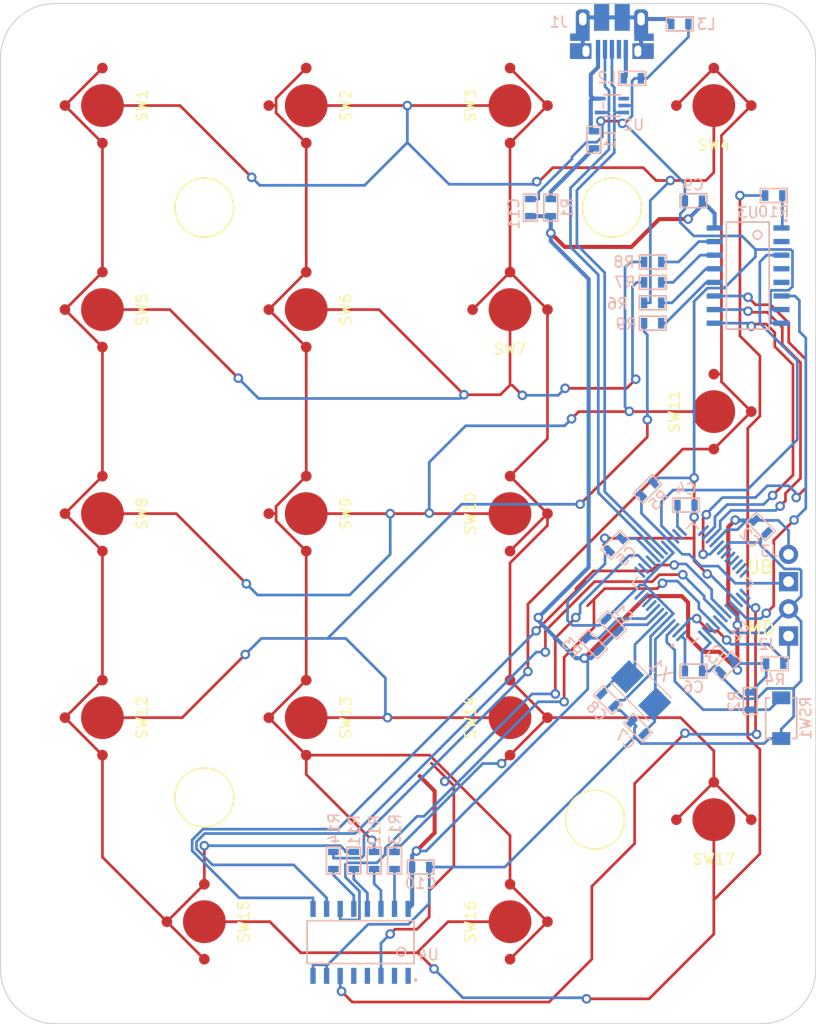
<source format=kicad_pcb>
(kicad_pcb (version 20171130) (host pcbnew "(5.1.12)-1")

  (general
    (thickness 1.6)
    (drawings 10)
    (tracks 862)
    (zones 0)
    (modules 58)
    (nets 46)
  )

  (page A4)
  (title_block
    (rev 0.1)
  )

  (layers
    (0 F.Cu signal)
    (31 B.Cu signal)
    (32 B.Adhes user)
    (33 F.Adhes user)
    (34 B.Paste user)
    (35 F.Paste user)
    (36 B.SilkS user)
    (37 F.SilkS user)
    (38 B.Mask user)
    (39 F.Mask user)
    (40 Dwgs.User user hide)
    (41 Cmts.User user)
    (42 Eco1.User user)
    (43 Eco2.User user)
    (44 Edge.Cuts user)
  )

  (setup
    (last_trace_width 0.254)
    (user_trace_width 0.254)
    (user_trace_width 0.381)
    (user_trace_width 0.4)
    (user_trace_width 0.508)
    (user_trace_width 0.762)
    (trace_clearance 0.1524)
    (zone_clearance 0.2)
    (zone_45_only yes)
    (trace_min 0.204)
    (via_size 0.9)
    (via_drill 0.5)
    (via_min_size 0.65)
    (via_min_drill 0.35)
    (uvia_size 0.508)
    (uvia_drill 0.127)
    (uvias_allowed no)
    (uvia_min_size 0.508)
    (uvia_min_drill 0.127)
    (edge_width 0.1)
    (segment_width 0.1)
    (pcb_text_width 0.3)
    (pcb_text_size 1.5 1.5)
    (mod_edge_width 0.15)
    (mod_text_size 1 1)
    (mod_text_width 0.15)
    (pad_size 1.8 1.8)
    (pad_drill 1)
    (pad_to_mask_clearance 0)
    (aux_axis_origin 0 0)
    (grid_origin 90 100)
    (visible_elements 7FFFFFFF)
    (pcbplotparams
      (layerselection 0x010fc_ffffffff)
      (usegerberextensions true)
      (usegerberattributes true)
      (usegerberadvancedattributes true)
      (creategerberjobfile true)
      (excludeedgelayer true)
      (linewidth 0.150000)
      (plotframeref false)
      (viasonmask false)
      (mode 1)
      (useauxorigin false)
      (hpglpennumber 1)
      (hpglpenspeed 20)
      (hpglpendiameter 15.000000)
      (psnegative false)
      (psa4output false)
      (plotreference true)
      (plotvalue false)
      (plotinvisibletext false)
      (padsonsilk false)
      (subtractmaskfromsilk true)
      (outputformat 1)
      (mirror false)
      (drillshape 0)
      (scaleselection 1)
      (outputdirectory "gerber/"))
  )

  (net 0 "")
  (net 1 /COL0)
  (net 2 /COL1)
  (net 3 /COL2)
  (net 4 /COL3)
  (net 5 /ROW1)
  (net 6 /ROW2)
  (net 7 /ROW3)
  (net 8 /ROW4)
  (net 9 /ROW5)
  (net 10 GND)
  (net 11 /RESET)
  (net 12 VCC)
  (net 13 /TSCAP)
  (net 14 /MD)
  (net 15 "Net-(C5-Pad2)")
  (net 16 "Net-(C6-Pad1)")
  (net 17 "Net-(C7-Pad1)")
  (net 18 "Net-(C8-Pad1)")
  (net 19 /VBUS)
  (net 20 /USB_DM)
  (net 21 /USB_DP)
  (net 22 "Net-(J1-Pad5)")
  (net 23 "Net-(J1-Pad6)")
  (net 24 /UB)
  (net 25 "Net-(L1-Pad1)")
  (net 26 "Net-(R3-Pad1)")
  (net 27 "Net-(R6-Pad2)")
  (net 28 "Net-(R7-Pad2)")
  (net 29 "Net-(R8-Pad2)")
  (net 30 "Net-(R9-Pad2)")
  (net 31 "Net-(R10-Pad2)")
  (net 32 "Net-(R11-Pad2)")
  (net 33 "Net-(R12-Pad2)")
  (net 34 "Net-(R13-Pad2)")
  (net 35 "Net-(R14-Pad2)")
  (net 36 /COL_C)
  (net 37 /COL_B)
  (net 38 /COL_A)
  (net 39 /COL)
  (net 40 /ROW)
  (net 41 /COL_INH)
  (net 42 /ROW_INH)
  (net 43 /ROW_C)
  (net 44 /ROW_B)
  (net 45 /ROW_A)

  (net_class Default "This is the default net class."
    (clearance 0.1524)
    (trace_width 0.254)
    (via_dia 0.9)
    (via_drill 0.5)
    (uvia_dia 0.508)
    (uvia_drill 0.127)
    (diff_pair_width 0.254)
    (diff_pair_gap 0.25)
    (add_net /COL)
    (add_net /COL0)
    (add_net /COL1)
    (add_net /COL2)
    (add_net /COL3)
    (add_net /COL_A)
    (add_net /COL_B)
    (add_net /COL_C)
    (add_net /COL_INH)
    (add_net /MD)
    (add_net /RESET)
    (add_net /ROW)
    (add_net /ROW1)
    (add_net /ROW2)
    (add_net /ROW3)
    (add_net /ROW4)
    (add_net /ROW5)
    (add_net /ROW_A)
    (add_net /ROW_B)
    (add_net /ROW_C)
    (add_net /ROW_INH)
    (add_net /TSCAP)
    (add_net /UB)
    (add_net /USB_DM)
    (add_net /USB_DP)
    (add_net /VBUS)
    (add_net GND)
    (add_net "Net-(C5-Pad2)")
    (add_net "Net-(C6-Pad1)")
    (add_net "Net-(C7-Pad1)")
    (add_net "Net-(C8-Pad1)")
    (add_net "Net-(J1-Pad5)")
    (add_net "Net-(J1-Pad6)")
    (add_net "Net-(L1-Pad1)")
    (add_net "Net-(R10-Pad2)")
    (add_net "Net-(R11-Pad2)")
    (add_net "Net-(R12-Pad2)")
    (add_net "Net-(R13-Pad2)")
    (add_net "Net-(R14-Pad2)")
    (add_net "Net-(R3-Pad1)")
    (add_net "Net-(R6-Pad2)")
    (add_net "Net-(R7-Pad2)")
    (add_net "Net-(R8-Pad2)")
    (add_net "Net-(R9-Pad2)")
    (add_net VCC)
  )

  (module ESC_Pads:ESC_Pad_D (layer F.Cu) (tedit 5860C64B) (tstamp 5860BE93)
    (at 70.95 61.9 90)
    (path /585E10F8)
    (fp_text reference SW1 (at 0 3.7 90) (layer F.SilkS)
      (effects (font (size 1 1) (thickness 0.15)))
    )
    (fp_text value ESC_Pad_D (at 0 -2 90) (layer F.Fab) hide
      (effects (font (size 1 1) (thickness 0.15)))
    )
    (fp_line (start 0.3 2.3) (end 0.3 6.5) (layer Dwgs.User) (width 0.1))
    (fp_line (start -0.3 6.5) (end -0.3 2.3) (layer Dwgs.User) (width 0.1))
    (fp_arc (start 0 0) (end -0.3 2.3) (angle 345) (layer Dwgs.User) (width 0.1))
    (fp_arc (start 0 0) (end -0.3 6.5) (angle 354.5) (layer Dwgs.User) (width 0.1))
    (fp_arc (start 0 0) (end -0.3 5.5) (angle 353.5) (layer Dwgs.User) (width 0.1))
    (pad 2 smd circle (at 3.5 0 90) (size 1 1) (layers F.Cu)
      (net 1 /COL0) (zone_connect 2))
    (pad 2 smd circle (at 0 -3.5 90) (size 1 1) (layers F.Cu)
      (net 1 /COL0) (zone_connect 2))
    (pad 2 smd circle (at -3.5 0 90) (size 1 1) (layers F.Cu)
      (net 1 /COL0) (zone_connect 2))
    (pad 1 smd circle (at 0 0 90) (size 4 4) (layers F.Cu)
      (net 5 /ROW1) (zone_connect 2))
  )

  (module ESC_Pads:ESC_Pad_D (layer F.Cu) (tedit 5860C64B) (tstamp 5860BE9A)
    (at 90 61.9 90)
    (path /58598494)
    (fp_text reference SW2 (at 0 3.7 90) (layer F.SilkS)
      (effects (font (size 1 1) (thickness 0.15)))
    )
    (fp_text value ESC_Pad_D (at 0 -2 90) (layer F.Fab) hide
      (effects (font (size 1 1) (thickness 0.15)))
    )
    (fp_line (start 0.3 2.3) (end 0.3 6.5) (layer Dwgs.User) (width 0.1))
    (fp_line (start -0.3 6.5) (end -0.3 2.3) (layer Dwgs.User) (width 0.1))
    (fp_arc (start 0 0) (end -0.3 2.3) (angle 345) (layer Dwgs.User) (width 0.1))
    (fp_arc (start 0 0) (end -0.3 6.5) (angle 354.5) (layer Dwgs.User) (width 0.1))
    (fp_arc (start 0 0) (end -0.3 5.5) (angle 353.5) (layer Dwgs.User) (width 0.1))
    (pad 2 smd circle (at 3.5 0 90) (size 1 1) (layers F.Cu)
      (net 2 /COL1) (zone_connect 2))
    (pad 2 smd circle (at 0 -3.5 90) (size 1 1) (layers F.Cu)
      (net 2 /COL1) (zone_connect 2))
    (pad 2 smd circle (at -3.5 0 90) (size 1 1) (layers F.Cu)
      (net 2 /COL1) (zone_connect 2))
    (pad 1 smd circle (at 0 0 90) (size 4 4) (layers F.Cu)
      (net 5 /ROW1) (zone_connect 2))
  )

  (module ESC_Pads:ESC_Pad_D (layer F.Cu) (tedit 5860C64B) (tstamp 5860BEA1)
    (at 109.05 61.9 270)
    (path /585986B4)
    (fp_text reference SW3 (at 0 3.7 270) (layer F.SilkS)
      (effects (font (size 1 1) (thickness 0.15)))
    )
    (fp_text value ESC_Pad_D (at 0 -2 270) (layer F.Fab) hide
      (effects (font (size 1 1) (thickness 0.15)))
    )
    (fp_line (start 0.3 2.3) (end 0.3 6.5) (layer Dwgs.User) (width 0.1))
    (fp_line (start -0.3 6.5) (end -0.3 2.3) (layer Dwgs.User) (width 0.1))
    (fp_arc (start 0 0) (end -0.3 2.3) (angle 345) (layer Dwgs.User) (width 0.1))
    (fp_arc (start 0 0) (end -0.3 6.5) (angle 354.5) (layer Dwgs.User) (width 0.1))
    (fp_arc (start 0 0) (end -0.3 5.5) (angle 353.5) (layer Dwgs.User) (width 0.1))
    (pad 2 smd circle (at 3.5 0 270) (size 1 1) (layers F.Cu)
      (net 3 /COL2) (zone_connect 2))
    (pad 2 smd circle (at 0 -3.5 270) (size 1 1) (layers F.Cu)
      (net 3 /COL2) (zone_connect 2))
    (pad 2 smd circle (at -3.5 0 270) (size 1 1) (layers F.Cu)
      (net 3 /COL2) (zone_connect 2))
    (pad 1 smd circle (at 0 0 270) (size 4 4) (layers F.Cu)
      (net 5 /ROW1) (zone_connect 2))
  )

  (module ESC_Pads:ESC_Pad_D (layer F.Cu) (tedit 5860C64B) (tstamp 5860BEA8)
    (at 128.1 61.9)
    (path /585988CC)
    (fp_text reference SW4 (at 0 3.7) (layer F.SilkS)
      (effects (font (size 1 1) (thickness 0.15)))
    )
    (fp_text value ESC_Pad_D (at 0 -2) (layer F.Fab) hide
      (effects (font (size 1 1) (thickness 0.15)))
    )
    (fp_line (start 0.3 2.3) (end 0.3 6.5) (layer Dwgs.User) (width 0.1))
    (fp_line (start -0.3 6.5) (end -0.3 2.3) (layer Dwgs.User) (width 0.1))
    (fp_arc (start 0 0) (end -0.3 2.3) (angle 345) (layer Dwgs.User) (width 0.1))
    (fp_arc (start 0 0) (end -0.3 6.5) (angle 354.5) (layer Dwgs.User) (width 0.1))
    (fp_arc (start 0 0) (end -0.3 5.5) (angle 353.5) (layer Dwgs.User) (width 0.1))
    (pad 2 smd circle (at 3.5 0) (size 1 1) (layers F.Cu)
      (net 4 /COL3) (zone_connect 2))
    (pad 2 smd circle (at 0 -3.5) (size 1 1) (layers F.Cu)
      (net 4 /COL3) (zone_connect 2))
    (pad 2 smd circle (at -3.5 0) (size 1 1) (layers F.Cu)
      (net 4 /COL3) (zone_connect 2))
    (pad 1 smd circle (at 0 0) (size 4 4) (layers F.Cu)
      (net 5 /ROW1) (zone_connect 2))
  )

  (module ESC_Pads:ESC_Pad_D (layer F.Cu) (tedit 5860C64B) (tstamp 5860BEAF)
    (at 70.95 80.95 90)
    (path /5859A438)
    (fp_text reference SW5 (at 0 3.7 90) (layer F.SilkS)
      (effects (font (size 1 1) (thickness 0.15)))
    )
    (fp_text value ESC_Pad_D (at 0 -2 90) (layer F.Fab) hide
      (effects (font (size 1 1) (thickness 0.15)))
    )
    (fp_line (start 0.3 2.3) (end 0.3 6.5) (layer Dwgs.User) (width 0.1))
    (fp_line (start -0.3 6.5) (end -0.3 2.3) (layer Dwgs.User) (width 0.1))
    (fp_arc (start 0 0) (end -0.3 2.3) (angle 345) (layer Dwgs.User) (width 0.1))
    (fp_arc (start 0 0) (end -0.3 6.5) (angle 354.5) (layer Dwgs.User) (width 0.1))
    (fp_arc (start 0 0) (end -0.3 5.5) (angle 353.5) (layer Dwgs.User) (width 0.1))
    (pad 2 smd circle (at 3.5 0 90) (size 1 1) (layers F.Cu)
      (net 1 /COL0) (zone_connect 2))
    (pad 2 smd circle (at 0 -3.5 90) (size 1 1) (layers F.Cu)
      (net 1 /COL0) (zone_connect 2))
    (pad 2 smd circle (at -3.5 0 90) (size 1 1) (layers F.Cu)
      (net 1 /COL0) (zone_connect 2))
    (pad 1 smd circle (at 0 0 90) (size 4 4) (layers F.Cu)
      (net 6 /ROW2) (zone_connect 2))
  )

  (module ESC_Pads:ESC_Pad_D (layer F.Cu) (tedit 5860C64B) (tstamp 5860BEB6)
    (at 90 80.95 90)
    (path /5859CA13)
    (fp_text reference SW6 (at 0 3.7 90) (layer F.SilkS)
      (effects (font (size 1 1) (thickness 0.15)))
    )
    (fp_text value ESC_Pad_D (at 0 -2 90) (layer F.Fab) hide
      (effects (font (size 1 1) (thickness 0.15)))
    )
    (fp_line (start 0.3 2.3) (end 0.3 6.5) (layer Dwgs.User) (width 0.1))
    (fp_line (start -0.3 6.5) (end -0.3 2.3) (layer Dwgs.User) (width 0.1))
    (fp_arc (start 0 0) (end -0.3 2.3) (angle 345) (layer Dwgs.User) (width 0.1))
    (fp_arc (start 0 0) (end -0.3 6.5) (angle 354.5) (layer Dwgs.User) (width 0.1))
    (fp_arc (start 0 0) (end -0.3 5.5) (angle 353.5) (layer Dwgs.User) (width 0.1))
    (pad 2 smd circle (at 3.5 0 90) (size 1 1) (layers F.Cu)
      (net 2 /COL1) (zone_connect 2))
    (pad 2 smd circle (at 0 -3.5 90) (size 1 1) (layers F.Cu)
      (net 2 /COL1) (zone_connect 2))
    (pad 2 smd circle (at -3.5 0 90) (size 1 1) (layers F.Cu)
      (net 2 /COL1) (zone_connect 2))
    (pad 1 smd circle (at 0 0 90) (size 4 4) (layers F.Cu)
      (net 6 /ROW2) (zone_connect 2))
  )

  (module ESC_Pads:ESC_Pad_D (layer F.Cu) (tedit 5860C64B) (tstamp 5860BEBD)
    (at 109.05 80.95)
    (path /5859CB9C)
    (fp_text reference SW7 (at 0 3.7) (layer F.SilkS)
      (effects (font (size 1 1) (thickness 0.15)))
    )
    (fp_text value ESC_Pad_D (at 0 -2) (layer F.Fab) hide
      (effects (font (size 1 1) (thickness 0.15)))
    )
    (fp_line (start 0.3 2.3) (end 0.3 6.5) (layer Dwgs.User) (width 0.1))
    (fp_line (start -0.3 6.5) (end -0.3 2.3) (layer Dwgs.User) (width 0.1))
    (fp_arc (start 0 0) (end -0.3 2.3) (angle 345) (layer Dwgs.User) (width 0.1))
    (fp_arc (start 0 0) (end -0.3 6.5) (angle 354.5) (layer Dwgs.User) (width 0.1))
    (fp_arc (start 0 0) (end -0.3 5.5) (angle 353.5) (layer Dwgs.User) (width 0.1))
    (pad 2 smd circle (at 3.5 0) (size 1 1) (layers F.Cu)
      (net 3 /COL2) (zone_connect 2))
    (pad 2 smd circle (at 0 -3.5) (size 1 1) (layers F.Cu)
      (net 3 /COL2) (zone_connect 2))
    (pad 2 smd circle (at -3.5 0) (size 1 1) (layers F.Cu)
      (net 3 /COL2) (zone_connect 2))
    (pad 1 smd circle (at 0 0) (size 4 4) (layers F.Cu)
      (net 6 /ROW2) (zone_connect 2))
  )

  (module ESC_Pads:ESC_Pad_D (layer F.Cu) (tedit 5860C64B) (tstamp 5860BEC4)
    (at 70.95 100 90)
    (path /5859DEE3)
    (fp_text reference SW8 (at 0 3.7 90) (layer F.SilkS)
      (effects (font (size 1 1) (thickness 0.15)))
    )
    (fp_text value ESC_Pad_D (at 0 -2 90) (layer F.Fab) hide
      (effects (font (size 1 1) (thickness 0.15)))
    )
    (fp_line (start 0.3 2.3) (end 0.3 6.5) (layer Dwgs.User) (width 0.1))
    (fp_line (start -0.3 6.5) (end -0.3 2.3) (layer Dwgs.User) (width 0.1))
    (fp_arc (start 0 0) (end -0.3 2.3) (angle 345) (layer Dwgs.User) (width 0.1))
    (fp_arc (start 0 0) (end -0.3 6.5) (angle 354.5) (layer Dwgs.User) (width 0.1))
    (fp_arc (start 0 0) (end -0.3 5.5) (angle 353.5) (layer Dwgs.User) (width 0.1))
    (pad 2 smd circle (at 3.5 0 90) (size 1 1) (layers F.Cu)
      (net 1 /COL0) (zone_connect 2))
    (pad 2 smd circle (at 0 -3.5 90) (size 1 1) (layers F.Cu)
      (net 1 /COL0) (zone_connect 2))
    (pad 2 smd circle (at -3.5 0 90) (size 1 1) (layers F.Cu)
      (net 1 /COL0) (zone_connect 2))
    (pad 1 smd circle (at 0 0 90) (size 4 4) (layers F.Cu)
      (net 7 /ROW3) (zone_connect 2))
  )

  (module ESC_Pads:ESC_Pad_D (layer F.Cu) (tedit 5860C64B) (tstamp 5860BECB)
    (at 90 100 90)
    (path /5859A5C0)
    (fp_text reference SW9 (at 0 3.7 90) (layer F.SilkS)
      (effects (font (size 1 1) (thickness 0.15)))
    )
    (fp_text value ESC_Pad_D (at 0 -2 90) (layer F.Fab) hide
      (effects (font (size 1 1) (thickness 0.15)))
    )
    (fp_line (start 0.3 2.3) (end 0.3 6.5) (layer Dwgs.User) (width 0.1))
    (fp_line (start -0.3 6.5) (end -0.3 2.3) (layer Dwgs.User) (width 0.1))
    (fp_arc (start 0 0) (end -0.3 2.3) (angle 345) (layer Dwgs.User) (width 0.1))
    (fp_arc (start 0 0) (end -0.3 6.5) (angle 354.5) (layer Dwgs.User) (width 0.1))
    (fp_arc (start 0 0) (end -0.3 5.5) (angle 353.5) (layer Dwgs.User) (width 0.1))
    (pad 2 smd circle (at 3.5 0 90) (size 1 1) (layers F.Cu)
      (net 2 /COL1) (zone_connect 2))
    (pad 2 smd circle (at 0 -3.5 90) (size 1 1) (layers F.Cu)
      (net 2 /COL1) (zone_connect 2))
    (pad 2 smd circle (at -3.5 0 90) (size 1 1) (layers F.Cu)
      (net 2 /COL1) (zone_connect 2))
    (pad 1 smd circle (at 0 0 90) (size 4 4) (layers F.Cu)
      (net 7 /ROW3) (zone_connect 2))
  )

  (module ESC_Pads:ESC_Pad_D (layer F.Cu) (tedit 5860C64B) (tstamp 5860BED2)
    (at 109.05 100 270)
    (path /5859BE83)
    (fp_text reference SW10 (at 0 3.7 270) (layer F.SilkS)
      (effects (font (size 1 1) (thickness 0.15)))
    )
    (fp_text value ESC_Pad_D (at 0 -2 270) (layer F.Fab) hide
      (effects (font (size 1 1) (thickness 0.15)))
    )
    (fp_line (start 0.3 2.3) (end 0.3 6.5) (layer Dwgs.User) (width 0.1))
    (fp_line (start -0.3 6.5) (end -0.3 2.3) (layer Dwgs.User) (width 0.1))
    (fp_arc (start 0 0) (end -0.3 2.3) (angle 345) (layer Dwgs.User) (width 0.1))
    (fp_arc (start 0 0) (end -0.3 6.5) (angle 354.5) (layer Dwgs.User) (width 0.1))
    (fp_arc (start 0 0) (end -0.3 5.5) (angle 353.5) (layer Dwgs.User) (width 0.1))
    (pad 2 smd circle (at 3.5 0 270) (size 1 1) (layers F.Cu)
      (net 3 /COL2) (zone_connect 2))
    (pad 2 smd circle (at 0 -3.5 270) (size 1 1) (layers F.Cu)
      (net 3 /COL2) (zone_connect 2))
    (pad 2 smd circle (at -3.5 0 270) (size 1 1) (layers F.Cu)
      (net 3 /COL2) (zone_connect 2))
    (pad 1 smd circle (at 0 0 270) (size 4 4) (layers F.Cu)
      (net 7 /ROW3) (zone_connect 2))
  )

  (module ESC_Pads:ESC_Pad_D (layer F.Cu) (tedit 5860C64B) (tstamp 5860BED9)
    (at 128.1 90.475 270)
    (path /5859CD2C)
    (fp_text reference SW11 (at 0 3.7 270) (layer F.SilkS)
      (effects (font (size 1 1) (thickness 0.15)))
    )
    (fp_text value ESC_Pad_D (at 0 -2 270) (layer F.Fab) hide
      (effects (font (size 1 1) (thickness 0.15)))
    )
    (fp_line (start 0.3 2.3) (end 0.3 6.5) (layer Dwgs.User) (width 0.1))
    (fp_line (start -0.3 6.5) (end -0.3 2.3) (layer Dwgs.User) (width 0.1))
    (fp_arc (start 0 0) (end -0.3 2.3) (angle 345) (layer Dwgs.User) (width 0.1))
    (fp_arc (start 0 0) (end -0.3 6.5) (angle 354.5) (layer Dwgs.User) (width 0.1))
    (fp_arc (start 0 0) (end -0.3 5.5) (angle 353.5) (layer Dwgs.User) (width 0.1))
    (pad 2 smd circle (at 3.5 0 270) (size 1 1) (layers F.Cu)
      (net 4 /COL3) (zone_connect 2))
    (pad 2 smd circle (at 0 -3.5 270) (size 1 1) (layers F.Cu)
      (net 4 /COL3) (zone_connect 2))
    (pad 2 smd circle (at -3.5 0 270) (size 1 1) (layers F.Cu)
      (net 4 /COL3) (zone_connect 2))
    (pad 1 smd circle (at 0 0 270) (size 4 4) (layers F.Cu)
      (net 7 /ROW3) (zone_connect 2))
  )

  (module ESC_Pads:ESC_Pad_D (layer F.Cu) (tedit 5860C64B) (tstamp 5860BEE0)
    (at 70.95 119.05 90)
    (path /585CB5A9)
    (fp_text reference SW12 (at 0 3.7 90) (layer F.SilkS)
      (effects (font (size 1 1) (thickness 0.15)))
    )
    (fp_text value ESC_Pad_D (at 0 -2 90) (layer F.Fab) hide
      (effects (font (size 1 1) (thickness 0.15)))
    )
    (fp_line (start 0.3 2.3) (end 0.3 6.5) (layer Dwgs.User) (width 0.1))
    (fp_line (start -0.3 6.5) (end -0.3 2.3) (layer Dwgs.User) (width 0.1))
    (fp_arc (start 0 0) (end -0.3 2.3) (angle 345) (layer Dwgs.User) (width 0.1))
    (fp_arc (start 0 0) (end -0.3 6.5) (angle 354.5) (layer Dwgs.User) (width 0.1))
    (fp_arc (start 0 0) (end -0.3 5.5) (angle 353.5) (layer Dwgs.User) (width 0.1))
    (pad 2 smd circle (at 3.5 0 90) (size 1 1) (layers F.Cu)
      (net 1 /COL0) (zone_connect 2))
    (pad 2 smd circle (at 0 -3.5 90) (size 1 1) (layers F.Cu)
      (net 1 /COL0) (zone_connect 2))
    (pad 2 smd circle (at -3.5 0 90) (size 1 1) (layers F.Cu)
      (net 1 /COL0) (zone_connect 2))
    (pad 1 smd circle (at 0 0 90) (size 4 4) (layers F.Cu)
      (net 8 /ROW4) (zone_connect 2))
  )

  (module ESC_Pads:ESC_Pad_D (layer F.Cu) (tedit 5860C64B) (tstamp 5860BEE7)
    (at 90 119.05 90)
    (path /5859BD00)
    (fp_text reference SW13 (at 0 3.7 90) (layer F.SilkS)
      (effects (font (size 1 1) (thickness 0.15)))
    )
    (fp_text value ESC_Pad_D (at 0 -2 90) (layer F.Fab) hide
      (effects (font (size 1 1) (thickness 0.15)))
    )
    (fp_line (start 0.3 2.3) (end 0.3 6.5) (layer Dwgs.User) (width 0.1))
    (fp_line (start -0.3 6.5) (end -0.3 2.3) (layer Dwgs.User) (width 0.1))
    (fp_arc (start 0 0) (end -0.3 2.3) (angle 345) (layer Dwgs.User) (width 0.1))
    (fp_arc (start 0 0) (end -0.3 6.5) (angle 354.5) (layer Dwgs.User) (width 0.1))
    (fp_arc (start 0 0) (end -0.3 5.5) (angle 353.5) (layer Dwgs.User) (width 0.1))
    (pad 2 smd circle (at 3.5 0 90) (size 1 1) (layers F.Cu)
      (net 2 /COL1) (zone_connect 2))
    (pad 2 smd circle (at 0 -3.5 90) (size 1 1) (layers F.Cu)
      (net 2 /COL1) (zone_connect 2))
    (pad 2 smd circle (at -3.5 0 90) (size 1 1) (layers F.Cu)
      (net 2 /COL1) (zone_connect 2))
    (pad 1 smd circle (at 0 0 90) (size 4 4) (layers F.Cu)
      (net 8 /ROW4) (zone_connect 2))
  )

  (module ESC_Pads:ESC_Pad_D (layer F.Cu) (tedit 5860C64B) (tstamp 5860BEEE)
    (at 109.05 119.05 270)
    (path /5859E387)
    (fp_text reference SW14 (at 0 3.7 270) (layer F.SilkS)
      (effects (font (size 1 1) (thickness 0.15)))
    )
    (fp_text value ESC_Pad_D (at 0 -2 270) (layer F.Fab) hide
      (effects (font (size 1 1) (thickness 0.15)))
    )
    (fp_line (start 0.3 2.3) (end 0.3 6.5) (layer Dwgs.User) (width 0.1))
    (fp_line (start -0.3 6.5) (end -0.3 2.3) (layer Dwgs.User) (width 0.1))
    (fp_arc (start 0 0) (end -0.3 2.3) (angle 345) (layer Dwgs.User) (width 0.1))
    (fp_arc (start 0 0) (end -0.3 6.5) (angle 354.5) (layer Dwgs.User) (width 0.1))
    (fp_arc (start 0 0) (end -0.3 5.5) (angle 353.5) (layer Dwgs.User) (width 0.1))
    (pad 2 smd circle (at 3.5 0 270) (size 1 1) (layers F.Cu)
      (net 3 /COL2) (zone_connect 2))
    (pad 2 smd circle (at 0 -3.5 270) (size 1 1) (layers F.Cu)
      (net 3 /COL2) (zone_connect 2))
    (pad 2 smd circle (at -3.5 0 270) (size 1 1) (layers F.Cu)
      (net 3 /COL2) (zone_connect 2))
    (pad 1 smd circle (at 0 0 270) (size 4 4) (layers F.Cu)
      (net 8 /ROW4) (zone_connect 2))
  )

  (module ESC_Pads:ESC_Pad_D (layer F.Cu) (tedit 5860C64B) (tstamp 5860BEF5)
    (at 80.475 138.1 90)
    (path /5859E52F)
    (fp_text reference SW15 (at 0 3.7 90) (layer F.SilkS)
      (effects (font (size 1 1) (thickness 0.15)))
    )
    (fp_text value ESC_Pad_D (at 0 -2 90) (layer F.Fab) hide
      (effects (font (size 1 1) (thickness 0.15)))
    )
    (fp_line (start 0.3 2.3) (end 0.3 6.5) (layer Dwgs.User) (width 0.1))
    (fp_line (start -0.3 6.5) (end -0.3 2.3) (layer Dwgs.User) (width 0.1))
    (fp_arc (start 0 0) (end -0.3 2.3) (angle 345) (layer Dwgs.User) (width 0.1))
    (fp_arc (start 0 0) (end -0.3 6.5) (angle 354.5) (layer Dwgs.User) (width 0.1))
    (fp_arc (start 0 0) (end -0.3 5.5) (angle 353.5) (layer Dwgs.User) (width 0.1))
    (pad 2 smd circle (at 3.5 0 90) (size 1 1) (layers F.Cu)
      (net 1 /COL0) (zone_connect 2))
    (pad 2 smd circle (at 0 -3.5 90) (size 1 1) (layers F.Cu)
      (net 1 /COL0) (zone_connect 2))
    (pad 2 smd circle (at -3.5 0 90) (size 1 1) (layers F.Cu)
      (net 1 /COL0) (zone_connect 2))
    (pad 1 smd circle (at 0 0 90) (size 4 4) (layers F.Cu)
      (net 9 /ROW5) (zone_connect 2))
  )

  (module ESC_Pads:ESC_Pad_D (layer F.Cu) (tedit 5860C64B) (tstamp 5860BEFC)
    (at 109.05 138.1 270)
    (path /5859BA07)
    (fp_text reference SW16 (at 0 3.7 270) (layer F.SilkS)
      (effects (font (size 1 1) (thickness 0.15)))
    )
    (fp_text value ESC_Pad_D (at 0 -2 270) (layer F.Fab) hide
      (effects (font (size 1 1) (thickness 0.15)))
    )
    (fp_line (start 0.3 2.3) (end 0.3 6.5) (layer Dwgs.User) (width 0.1))
    (fp_line (start -0.3 6.5) (end -0.3 2.3) (layer Dwgs.User) (width 0.1))
    (fp_arc (start 0 0) (end -0.3 2.3) (angle 345) (layer Dwgs.User) (width 0.1))
    (fp_arc (start 0 0) (end -0.3 6.5) (angle 354.5) (layer Dwgs.User) (width 0.1))
    (fp_arc (start 0 0) (end -0.3 5.5) (angle 353.5) (layer Dwgs.User) (width 0.1))
    (pad 2 smd circle (at 3.5 0 270) (size 1 1) (layers F.Cu)
      (net 2 /COL1) (zone_connect 2))
    (pad 2 smd circle (at 0 -3.5 270) (size 1 1) (layers F.Cu)
      (net 2 /COL1) (zone_connect 2))
    (pad 2 smd circle (at -3.5 0 270) (size 1 1) (layers F.Cu)
      (net 2 /COL1) (zone_connect 2))
    (pad 1 smd circle (at 0 0 270) (size 4 4) (layers F.Cu)
      (net 9 /ROW5) (zone_connect 2))
  )

  (module ESC_Pads:ESC_Pad_D (layer F.Cu) (tedit 5860C64B) (tstamp 5860BF03)
    (at 128.1 128.575)
    (path /5859F2C0)
    (fp_text reference SW17 (at 0 3.7) (layer F.SilkS)
      (effects (font (size 1 1) (thickness 0.15)))
    )
    (fp_text value ESC_Pad_D (at 0 -2) (layer F.Fab) hide
      (effects (font (size 1 1) (thickness 0.15)))
    )
    (fp_line (start 0.3 2.3) (end 0.3 6.5) (layer Dwgs.User) (width 0.1))
    (fp_line (start -0.3 6.5) (end -0.3 2.3) (layer Dwgs.User) (width 0.1))
    (fp_arc (start 0 0) (end -0.3 2.3) (angle 345) (layer Dwgs.User) (width 0.1))
    (fp_arc (start 0 0) (end -0.3 6.5) (angle 354.5) (layer Dwgs.User) (width 0.1))
    (fp_arc (start 0 0) (end -0.3 5.5) (angle 353.5) (layer Dwgs.User) (width 0.1))
    (pad 2 smd circle (at 3.5 0) (size 1 1) (layers F.Cu)
      (net 3 /COL2) (zone_connect 2))
    (pad 2 smd circle (at 0 -3.5) (size 1 1) (layers F.Cu)
      (net 3 /COL2) (zone_connect 2))
    (pad 2 smd circle (at -3.5 0) (size 1 1) (layers F.Cu)
      (net 3 /COL2) (zone_connect 2))
    (pad 1 smd circle (at 0 0) (size 4 4) (layers F.Cu)
      (net 9 /ROW5) (zone_connect 2))
  )

  (module local_mod:0603_1608 (layer B.Cu) (tedit 58578895) (tstamp 585E222F)
    (at 118.6 110.4 135)
    (path /58420766)
    (fp_text reference C1 (at 0 1.5 135) (layer B.SilkS)
      (effects (font (size 1.016 1.016) (thickness 0.1524)) (justify mirror))
    )
    (fp_text value 100n (at 0 -1.4 135) (layer B.SilkS) hide
      (effects (font (size 1.016 1.016) (thickness 0.1524)) (justify mirror))
    )
    (fp_line (start 1.25 0.65) (end 1.25 -0.65) (layer B.SilkS) (width 0.15))
    (fp_line (start -1.25 0.65) (end -1.25 -0.65) (layer B.SilkS) (width 0.15))
    (fp_line (start -1.25 0.65) (end 1.25 0.65) (layer B.SilkS) (width 0.15))
    (fp_line (start 1.25 -0.65) (end -1.25 -0.65) (layer B.SilkS) (width 0.15))
    (pad 1 smd rect (at -0.799999 0 135) (size 0.6 1) (layers B.Cu B.Paste B.Mask)
      (net 12 VCC) (solder_paste_margin_ratio -0.1))
    (pad 2 smd rect (at 0.799999 0 135) (size 0.6 1) (layers B.Cu B.Paste B.Mask)
      (net 10 GND) (solder_paste_margin_ratio -0.1))
    (model 0603_1608_capacitor.wrl
      (at (xyz 0 0 0))
      (scale (xyz 0.3937 0.3937 0.3937))
      (rotate (xyz 0 0 0))
    )
  )

  (module local_mod:0603_1608 (layer B.Cu) (tedit 58578895) (tstamp 0)
    (at 132.5 101.2 315)
    (path /585B32BA)
    (fp_text reference C2 (at 0 1.5 315) (layer B.SilkS)
      (effects (font (size 1.016 1.016) (thickness 0.1524)) (justify mirror))
    )
    (fp_text value 100n (at 0 -1.4 315) (layer B.SilkS) hide
      (effects (font (size 1.016 1.016) (thickness 0.1524)) (justify mirror))
    )
    (fp_line (start 1.25 -0.65) (end -1.25 -0.65) (layer B.SilkS) (width 0.15))
    (fp_line (start -1.25 0.65) (end 1.25 0.65) (layer B.SilkS) (width 0.15))
    (fp_line (start -1.25 0.65) (end -1.25 -0.65) (layer B.SilkS) (width 0.15))
    (fp_line (start 1.25 0.65) (end 1.25 -0.65) (layer B.SilkS) (width 0.15))
    (pad 2 smd rect (at 0.799999 0 315) (size 0.6 1) (layers B.Cu B.Paste B.Mask)
      (net 10 GND) (solder_paste_margin_ratio -0.1))
    (pad 1 smd rect (at -0.799999 0 315) (size 0.6 1) (layers B.Cu B.Paste B.Mask)
      (net 12 VCC) (solder_paste_margin_ratio -0.1))
    (model 0603_1608_capacitor.wrl
      (at (xyz 0 0 0))
      (scale (xyz 0.3937 0.3937 0.3937))
      (rotate (xyz 0 0 0))
    )
  )

  (module local_mod:0603_1608 (layer B.Cu) (tedit 58578895) (tstamp 0)
    (at 129.3 114.2 225)
    (path /585B3367)
    (fp_text reference C3 (at 0 1.5 225) (layer B.SilkS)
      (effects (font (size 1.016 1.016) (thickness 0.1524)) (justify mirror))
    )
    (fp_text value 100n (at 0 -1.4 225) (layer B.SilkS) hide
      (effects (font (size 1.016 1.016) (thickness 0.1524)) (justify mirror))
    )
    (fp_line (start 1.25 0.65) (end 1.25 -0.65) (layer B.SilkS) (width 0.15))
    (fp_line (start -1.25 0.65) (end -1.25 -0.65) (layer B.SilkS) (width 0.15))
    (fp_line (start -1.25 0.65) (end 1.25 0.65) (layer B.SilkS) (width 0.15))
    (fp_line (start 1.25 -0.65) (end -1.25 -0.65) (layer B.SilkS) (width 0.15))
    (pad 1 smd rect (at -0.799999 0 225) (size 0.6 1) (layers B.Cu B.Paste B.Mask)
      (net 12 VCC) (solder_paste_margin_ratio -0.1))
    (pad 2 smd rect (at 0.799999 0 225) (size 0.6 1) (layers B.Cu B.Paste B.Mask)
      (net 10 GND) (solder_paste_margin_ratio -0.1))
    (model 0603_1608_capacitor.wrl
      (at (xyz 0 0 0))
      (scale (xyz 0.3937 0.3937 0.3937))
      (rotate (xyz 0 0 0))
    )
  )

  (module local_mod:0603_1608 (layer B.Cu) (tedit 58578895) (tstamp 585E224A)
    (at 125.5 99.2 180)
    (path /585CDF96)
    (fp_text reference C4 (at 0 1.5 180) (layer B.SilkS)
      (effects (font (size 1.016 1.016) (thickness 0.1524)) (justify mirror))
    )
    (fp_text value 10n (at 0 -1.4 180) (layer B.SilkS) hide
      (effects (font (size 1.016 1.016) (thickness 0.1524)) (justify mirror))
    )
    (fp_line (start 1.25 0.65) (end 1.25 -0.65) (layer B.SilkS) (width 0.15))
    (fp_line (start -1.25 0.65) (end -1.25 -0.65) (layer B.SilkS) (width 0.15))
    (fp_line (start -1.25 0.65) (end 1.25 0.65) (layer B.SilkS) (width 0.15))
    (fp_line (start 1.25 -0.65) (end -1.25 -0.65) (layer B.SilkS) (width 0.15))
    (pad 1 smd rect (at -0.8 0 180) (size 0.6 1) (layers B.Cu B.Paste B.Mask)
      (net 10 GND) (solder_paste_margin_ratio -0.1))
    (pad 2 smd rect (at 0.8 0 180) (size 0.6 1) (layers B.Cu B.Paste B.Mask)
      (net 13 /TSCAP) (solder_paste_margin_ratio -0.1))
    (model 0603_1608_capacitor.wrl
      (at (xyz 0 0 0))
      (scale (xyz 0.3937 0.3937 0.3937))
      (rotate (xyz 0 0 0))
    )
  )

  (module local_mod:0603_1608 (layer B.Cu) (tedit 58578895) (tstamp 0)
    (at 118.9 102.9 45)
    (path /585D26DB)
    (fp_text reference C5 (at 0 1.5 45) (layer B.SilkS)
      (effects (font (size 1.016 1.016) (thickness 0.1524)) (justify mirror))
    )
    (fp_text value 330n (at 0 -1.4 45) (layer B.SilkS) hide
      (effects (font (size 1.016 1.016) (thickness 0.1524)) (justify mirror))
    )
    (fp_line (start 1.25 -0.65) (end -1.25 -0.65) (layer B.SilkS) (width 0.15))
    (fp_line (start -1.25 0.65) (end 1.25 0.65) (layer B.SilkS) (width 0.15))
    (fp_line (start -1.25 0.65) (end -1.25 -0.65) (layer B.SilkS) (width 0.15))
    (fp_line (start 1.25 0.65) (end 1.25 -0.65) (layer B.SilkS) (width 0.15))
    (pad 2 smd rect (at 0.799999 0 45) (size 0.6 1) (layers B.Cu B.Paste B.Mask)
      (net 15 "Net-(C5-Pad2)") (solder_paste_margin_ratio -0.1))
    (pad 1 smd rect (at -0.799999 0 45) (size 0.6 1) (layers B.Cu B.Paste B.Mask)
      (net 10 GND) (solder_paste_margin_ratio -0.1))
    (model 0603_1608_capacitor.wrl
      (at (xyz 0 0 0))
      (scale (xyz 0.3937 0.3937 0.3937))
      (rotate (xyz 0 0 0))
    )
  )

  (module local_mod:0603_1608 (layer B.Cu) (tedit 58578895) (tstamp 585E225C)
    (at 126.2 114.7)
    (path /585CD073)
    (fp_text reference C6 (at 0 1.5) (layer B.SilkS)
      (effects (font (size 1.016 1.016) (thickness 0.1524)) (justify mirror))
    )
    (fp_text value 4u7 (at 0 -1.4) (layer B.SilkS) hide
      (effects (font (size 1.016 1.016) (thickness 0.1524)) (justify mirror))
    )
    (fp_line (start 1.25 0.65) (end 1.25 -0.65) (layer B.SilkS) (width 0.15))
    (fp_line (start -1.25 0.65) (end -1.25 -0.65) (layer B.SilkS) (width 0.15))
    (fp_line (start -1.25 0.65) (end 1.25 0.65) (layer B.SilkS) (width 0.15))
    (fp_line (start 1.25 -0.65) (end -1.25 -0.65) (layer B.SilkS) (width 0.15))
    (pad 1 smd rect (at -0.8 0) (size 0.6 1) (layers B.Cu B.Paste B.Mask)
      (net 16 "Net-(C6-Pad1)") (solder_paste_margin_ratio -0.1))
    (pad 2 smd rect (at 0.8 0) (size 0.6 1) (layers B.Cu B.Paste B.Mask)
      (net 10 GND) (solder_paste_margin_ratio -0.1))
    (model 0603_1608_capacitor.wrl
      (at (xyz 0 0 0))
      (scale (xyz 0.3937 0.3937 0.3937))
      (rotate (xyz 0 0 0))
    )
  )

  (module local_mod:0603_1608 (layer B.Cu) (tedit 585FC65C) (tstamp 0)
    (at 121 120 135)
    (path /585CD0A3)
    (fp_text reference C7 (at 0.070711 -1.626346 135) (layer B.SilkS)
      (effects (font (size 1.016 1.016) (thickness 0.1524)) (justify mirror))
    )
    (fp_text value 4p (at 0 -1.4 135) (layer B.SilkS) hide
      (effects (font (size 1.016 1.016) (thickness 0.1524)) (justify mirror))
    )
    (fp_line (start 1.25 0.65) (end 1.25 -0.65) (layer B.SilkS) (width 0.15))
    (fp_line (start -1.25 0.65) (end -1.25 -0.65) (layer B.SilkS) (width 0.15))
    (fp_line (start -1.25 0.65) (end 1.25 0.65) (layer B.SilkS) (width 0.15))
    (fp_line (start 1.25 -0.65) (end -1.25 -0.65) (layer B.SilkS) (width 0.15))
    (pad 1 smd rect (at -0.799999 0 135) (size 0.6 1) (layers B.Cu B.Paste B.Mask)
      (net 17 "Net-(C7-Pad1)") (solder_paste_margin_ratio -0.1))
    (pad 2 smd rect (at 0.799999 0 135) (size 0.6 1) (layers B.Cu B.Paste B.Mask)
      (net 10 GND) (solder_paste_margin_ratio -0.1))
    (model 0603_1608_capacitor.wrl
      (at (xyz 0 0 0))
      (scale (xyz 0.3937 0.3937 0.3937))
      (rotate (xyz 0 0 0))
    )
  )

  (module local_mod:0603_1608 (layer B.Cu) (tedit 58578895) (tstamp 585E226E)
    (at 118.2 117.4 315)
    (path /585CD097)
    (fp_text reference C8 (at 0 1.5 315) (layer B.SilkS)
      (effects (font (size 1.016 1.016) (thickness 0.1524)) (justify mirror))
    )
    (fp_text value 4p (at 0 -1.4 315) (layer B.SilkS) hide
      (effects (font (size 1.016 1.016) (thickness 0.1524)) (justify mirror))
    )
    (fp_line (start 1.25 -0.65) (end -1.25 -0.65) (layer B.SilkS) (width 0.15))
    (fp_line (start -1.25 0.65) (end 1.25 0.65) (layer B.SilkS) (width 0.15))
    (fp_line (start -1.25 0.65) (end -1.25 -0.65) (layer B.SilkS) (width 0.15))
    (fp_line (start 1.25 0.65) (end 1.25 -0.65) (layer B.SilkS) (width 0.15))
    (pad 2 smd rect (at 0.799999 0 315) (size 0.6 1) (layers B.Cu B.Paste B.Mask)
      (net 10 GND) (solder_paste_margin_ratio -0.1))
    (pad 1 smd rect (at -0.799999 0 315) (size 0.6 1) (layers B.Cu B.Paste B.Mask)
      (net 18 "Net-(C8-Pad1)") (solder_paste_margin_ratio -0.1))
    (model 0603_1608_capacitor.wrl
      (at (xyz 0 0 0))
      (scale (xyz 0.3937 0.3937 0.3937))
      (rotate (xyz 0 0 0))
    )
  )

  (module local_mod:0603_1608 (layer B.Cu) (tedit 58578895) (tstamp 0)
    (at 126.195 70.79 180)
    (path /585EF8FB)
    (fp_text reference C9 (at 0 1.5 180) (layer B.SilkS)
      (effects (font (size 1.016 1.016) (thickness 0.1524)) (justify mirror))
    )
    (fp_text value 100n (at 0 -1.4 180) (layer B.SilkS) hide
      (effects (font (size 1.016 1.016) (thickness 0.1524)) (justify mirror))
    )
    (fp_line (start 1.25 -0.65) (end -1.25 -0.65) (layer B.SilkS) (width 0.15))
    (fp_line (start -1.25 0.65) (end 1.25 0.65) (layer B.SilkS) (width 0.15))
    (fp_line (start -1.25 0.65) (end -1.25 -0.65) (layer B.SilkS) (width 0.15))
    (fp_line (start 1.25 0.65) (end 1.25 -0.65) (layer B.SilkS) (width 0.15))
    (pad 2 smd rect (at 0.8 0 180) (size 0.6 1) (layers B.Cu B.Paste B.Mask)
      (net 10 GND) (solder_paste_margin_ratio -0.1))
    (pad 1 smd rect (at -0.8 0 180) (size 0.6 1) (layers B.Cu B.Paste B.Mask)
      (net 12 VCC) (solder_paste_margin_ratio -0.1))
    (model 0603_1608_capacitor.wrl
      (at (xyz 0 0 0))
      (scale (xyz 0.3937 0.3937 0.3937))
      (rotate (xyz 0 0 0))
    )
  )

  (module local_mod:0603_1608 (layer B.Cu) (tedit 58578895) (tstamp 0)
    (at 100.7 133)
    (path /585EFE07)
    (fp_text reference C10 (at 0 1.5) (layer B.SilkS)
      (effects (font (size 1.016 1.016) (thickness 0.1524)) (justify mirror))
    )
    (fp_text value 100n (at 0 -1.4) (layer B.SilkS) hide
      (effects (font (size 1.016 1.016) (thickness 0.1524)) (justify mirror))
    )
    (fp_line (start 1.25 -0.65) (end -1.25 -0.65) (layer B.SilkS) (width 0.15))
    (fp_line (start -1.25 0.65) (end 1.25 0.65) (layer B.SilkS) (width 0.15))
    (fp_line (start -1.25 0.65) (end -1.25 -0.65) (layer B.SilkS) (width 0.15))
    (fp_line (start 1.25 0.65) (end 1.25 -0.65) (layer B.SilkS) (width 0.15))
    (pad 2 smd rect (at 0.8 0) (size 0.6 1) (layers B.Cu B.Paste B.Mask)
      (net 10 GND) (solder_paste_margin_ratio -0.1))
    (pad 1 smd rect (at -0.8 0) (size 0.6 1) (layers B.Cu B.Paste B.Mask)
      (net 12 VCC) (solder_paste_margin_ratio -0.1))
    (model 0603_1608_capacitor.wrl
      (at (xyz 0 0 0))
      (scale (xyz 0.3937 0.3937 0.3937))
      (rotate (xyz 0 0 0))
    )
  )

  (module local_mod:0603_1608 (layer B.Cu) (tedit 585EAA27) (tstamp 0)
    (at 110.955 71.425 90)
    (path /58609DEB)
    (fp_text reference C11 (at -0.575 -1.555 90) (layer B.SilkS)
      (effects (font (size 1.016 1.016) (thickness 0.1524)) (justify mirror))
    )
    (fp_text value 4u7 (at 0 -1.4 90) (layer B.SilkS) hide
      (effects (font (size 1.016 1.016) (thickness 0.1524)) (justify mirror))
    )
    (fp_line (start 1.25 0.65) (end 1.25 -0.65) (layer B.SilkS) (width 0.15))
    (fp_line (start -1.25 0.65) (end -1.25 -0.65) (layer B.SilkS) (width 0.15))
    (fp_line (start -1.25 0.65) (end 1.25 0.65) (layer B.SilkS) (width 0.15))
    (fp_line (start 1.25 -0.65) (end -1.25 -0.65) (layer B.SilkS) (width 0.15))
    (pad 1 smd rect (at -0.8 0 90) (size 0.6 1) (layers B.Cu B.Paste B.Mask)
      (net 12 VCC) (solder_paste_margin_ratio -0.1))
    (pad 2 smd rect (at 0.8 0 90) (size 0.6 1) (layers B.Cu B.Paste B.Mask)
      (net 10 GND) (solder_paste_margin_ratio -0.1))
    (model 0603_1608_capacitor.wrl
      (at (xyz 0 0 0))
      (scale (xyz 0.3937 0.3937 0.3937))
      (rotate (xyz 0 0 0))
    )
  )

  (module local_mod:10103594 (layer B.Cu) (tedit 5860BC65) (tstamp 0)
    (at 118.575 56.82)
    (path /585F4C65)
    (fp_text reference J1 (at -4.975 -2.72) (layer B.SilkS)
      (effects (font (size 1 1) (thickness 0.15)) (justify mirror))
    )
    (fp_text value MicroB (at 0 2) (layer B.Fab) hide
      (effects (font (size 1 1) (thickness 0.15)) (justify mirror))
    )
    (fp_line (start 3.7 -4.7) (end -3.7 -4.7) (layer Dwgs.User) (width 0.15))
    (fp_line (start -3.7 -3) (end -3.7 -4.7) (layer Dwgs.User) (width 0.15))
    (fp_line (start 3.7 -3) (end 3.7 -4.7) (layer Dwgs.User) (width 0.15))
    (pad 1 smd rect (at -1.3 -0.175) (size 0.4 1.75) (layers B.Cu B.Paste B.Mask)
      (net 19 /VBUS) (solder_paste_margin_ratio -0.05))
    (pad 2 smd rect (at -0.65 -0.175) (size 0.4 1.75) (layers B.Cu B.Paste B.Mask)
      (net 20 /USB_DM) (solder_paste_margin_ratio -0.05))
    (pad 3 smd rect (at 0 -0.175) (size 0.4 1.75) (layers B.Cu B.Paste B.Mask)
      (net 21 /USB_DP) (solder_paste_margin_ratio -0.05))
    (pad 4 smd rect (at 0.65 -0.175) (size 0.4 1.75) (layers B.Cu B.Paste B.Mask)
      (solder_paste_margin_ratio -0.05))
    (pad 5 smd rect (at 1.3 -0.175) (size 0.4 1.75) (layers B.Cu B.Paste B.Mask)
      (net 22 "Net-(J1-Pad5)") (solder_paste_margin_ratio -0.05))
    (pad 6 thru_hole rect (at -2.425 0) (size 2 1.46) (drill oval 0.65 1.05 (offset -0.49 0)) (layers *.Cu *.Mask B.Paste)
      (net 23 "Net-(J1-Pad6)") (solder_paste_margin_ratio -0.05))
    (pad 6 thru_hole rect (at 2.425 0) (size 2 1.46) (drill oval 0.65 1.05 (offset 0.49 0)) (layers *.Cu *.Mask B.Paste)
      (net 23 "Net-(J1-Pad6)") (solder_paste_margin_ratio -0.05))
    (pad 6 thru_hole roundrect (at -2.725 -3) (size 1.3 2.7) (drill oval 0.7 1.2 (offset 0 0.45)) (layers *.Cu *.Mask B.Paste) (roundrect_rratio 0.3)
      (net 23 "Net-(J1-Pad6)") (solder_paste_margin_ratio -0.05))
    (pad 6 thru_hole roundrect (at 2.725 -3) (size 1.3 2.7) (drill oval 0.7 1.2 (offset 0 0.45)) (layers *.Cu *.Mask B.Paste) (roundrect_rratio 0.3)
      (net 23 "Net-(J1-Pad6)") (solder_paste_margin_ratio -0.05))
    (pad 6 smd rect (at -0.9625 -3.15) (size 1.425 2.5) (layers B.Cu B.Paste B.Mask)
      (net 23 "Net-(J1-Pad6)") (solder_paste_margin_ratio -0.05))
    (pad 6 smd rect (at 0.9625 -3.15) (size 1.425 2.5) (layers B.Cu B.Paste B.Mask)
      (net 23 "Net-(J1-Pad6)") (solder_paste_margin_ratio -0.05))
    (pad 6 smd rect (at -3 -1.3) (size 1.83 0.7) (layers B.Cu B.Paste B.Mask)
      (net 23 "Net-(J1-Pad6)") (solder_paste_margin_ratio -0.05))
    (pad 6 smd rect (at 3 -1.3) (size 1.83 0.7) (layers B.Cu B.Paste B.Mask)
      (net 23 "Net-(J1-Pad6)") (solder_paste_margin_ratio -0.05))
    (model ${KISYS3DMOD}/10103594.wrl
      (offset (xyz 0 -2.999999954944522 0))
      (scale (xyz 0.3937 0.3937 0.3937))
      (rotate (xyz 0 0 0))
    )
  )

  (module local_mod:J2 (layer B.Cu) (tedit 585EA9F8) (tstamp 585E22A5)
    (at 135.085 110.16)
    (path /585EEE7B)
    (fp_text reference J2 (at -1.985 2.04) (layer B.SilkS)
      (effects (font (size 1 1) (thickness 0.15)) (justify mirror))
    )
    (fp_text value CON2 (at 2.9 -1.3) (layer B.SilkS) hide
      (effects (font (size 1 1) (thickness 0.15)) (justify mirror))
    )
    (pad 2 thru_hole circle (at 0 -1.27) (size 1.8 1.8) (drill 1) (layers *.Cu *.Mask)
      (net 10 GND))
    (pad 1 thru_hole rect (at 0 1.27) (size 1.8 1.8) (drill 1) (layers *.Cu *.Mask)
      (net 14 /MD))
  )

  (module local_mod:J2 (layer B.Cu) (tedit 585EA9FC) (tstamp 585E22AA)
    (at 135.085 105.08)
    (path /585ECB70)
    (fp_text reference J3 (at -1.785 -1.58) (layer B.SilkS)
      (effects (font (size 1 1) (thickness 0.15)) (justify mirror))
    )
    (fp_text value CON2 (at 2.9 -1.3) (layer B.SilkS) hide
      (effects (font (size 1 1) (thickness 0.15)) (justify mirror))
    )
    (pad 1 thru_hole rect (at 0 1.27) (size 1.8 1.8) (drill 1) (layers *.Cu *.Mask)
      (net 24 /UB))
    (pad 2 thru_hole circle (at 0 -1.27) (size 1.8 1.8) (drill 1) (layers *.Cu *.Mask)
      (net 12 VCC))
  )

  (module local_mod:0603_1608 (layer B.Cu) (tedit 58578895) (tstamp 585E22AF)
    (at 116.9 65.1 90)
    (path /585F703C)
    (fp_text reference L1 (at 0 1.5 90) (layer B.SilkS)
      (effects (font (size 1.016 1.016) (thickness 0.1524)) (justify mirror))
    )
    (fp_text value INDUCTOR2 (at 0 -1.4 90) (layer B.SilkS) hide
      (effects (font (size 1.016 1.016) (thickness 0.1524)) (justify mirror))
    )
    (fp_line (start 1.25 0.65) (end 1.25 -0.65) (layer B.SilkS) (width 0.15))
    (fp_line (start -1.25 0.65) (end -1.25 -0.65) (layer B.SilkS) (width 0.15))
    (fp_line (start -1.25 0.65) (end 1.25 0.65) (layer B.SilkS) (width 0.15))
    (fp_line (start 1.25 -0.65) (end -1.25 -0.65) (layer B.SilkS) (width 0.15))
    (pad 1 smd rect (at -0.8 0 90) (size 0.6 1) (layers B.Cu B.Paste B.Mask)
      (net 25 "Net-(L1-Pad1)") (solder_paste_margin_ratio -0.1))
    (pad 2 smd rect (at 0.8 0 90) (size 0.6 1) (layers B.Cu B.Paste B.Mask)
      (net 19 /VBUS) (solder_paste_margin_ratio -0.1))
    (model 0603_1608_capacitor.wrl
      (at (xyz 0 0 0))
      (scale (xyz 0.3937 0.3937 0.3937))
      (rotate (xyz 0 0 0))
    )
  )

  (module local_mod:0603_1608 (layer B.Cu) (tedit 585E698E) (tstamp 585E22B8)
    (at 120.48 59.36 180)
    (path /585F724C)
    (fp_text reference L2 (at 2.38 0.06 180) (layer B.SilkS)
      (effects (font (size 1.016 1.016) (thickness 0.1524)) (justify mirror))
    )
    (fp_text value INDUCTOR2 (at 0 -1.4 180) (layer B.SilkS) hide
      (effects (font (size 1.016 1.016) (thickness 0.1524)) (justify mirror))
    )
    (fp_line (start 1.25 -0.65) (end -1.25 -0.65) (layer B.SilkS) (width 0.15))
    (fp_line (start -1.25 0.65) (end 1.25 0.65) (layer B.SilkS) (width 0.15))
    (fp_line (start -1.25 0.65) (end -1.25 -0.65) (layer B.SilkS) (width 0.15))
    (fp_line (start 1.25 0.65) (end 1.25 -0.65) (layer B.SilkS) (width 0.15))
    (pad 2 smd rect (at 0.8 0 180) (size 0.6 1) (layers B.Cu B.Paste B.Mask)
      (net 22 "Net-(J1-Pad5)") (solder_paste_margin_ratio -0.1))
    (pad 1 smd rect (at -0.8 0 180) (size 0.6 1) (layers B.Cu B.Paste B.Mask)
      (net 10 GND) (solder_paste_margin_ratio -0.1))
    (model 0603_1608_capacitor.wrl
      (at (xyz 0 0 0))
      (scale (xyz 0.3937 0.3937 0.3937))
      (rotate (xyz 0 0 0))
    )
  )

  (module local_mod:0603_1608 (layer B.Cu) (tedit 585E698B) (tstamp 585E22C1)
    (at 124.925 54.28 180)
    (path /585F7F1B)
    (fp_text reference L3 (at -2.475 -0.02 180) (layer B.SilkS)
      (effects (font (size 1.016 1.016) (thickness 0.1524)) (justify mirror))
    )
    (fp_text value INDUCTOR2 (at 0 -1.4 180) (layer B.SilkS) hide
      (effects (font (size 1.016 1.016) (thickness 0.1524)) (justify mirror))
    )
    (fp_line (start 1.25 0.65) (end 1.25 -0.65) (layer B.SilkS) (width 0.15))
    (fp_line (start -1.25 0.65) (end -1.25 -0.65) (layer B.SilkS) (width 0.15))
    (fp_line (start -1.25 0.65) (end 1.25 0.65) (layer B.SilkS) (width 0.15))
    (fp_line (start 1.25 -0.65) (end -1.25 -0.65) (layer B.SilkS) (width 0.15))
    (pad 1 smd rect (at -0.8 0 180) (size 0.6 1) (layers B.Cu B.Paste B.Mask)
      (net 10 GND) (solder_paste_margin_ratio -0.1))
    (pad 2 smd rect (at 0.8 0 180) (size 0.6 1) (layers B.Cu B.Paste B.Mask)
      (net 23 "Net-(J1-Pad6)") (solder_paste_margin_ratio -0.1))
    (model 0603_1608_capacitor.wrl
      (at (xyz 0 0 0))
      (scale (xyz 0.3937 0.3937 0.3937))
      (rotate (xyz 0 0 0))
    )
  )

  (module local_mod:0603_1608 (layer B.Cu) (tedit 585EAA2A) (tstamp 585E22CA)
    (at 112.86 71.425 270)
    (path /585F8FD5)
    (fp_text reference R1 (at 0.075 -1.54 270) (layer B.SilkS)
      (effects (font (size 1.016 1.016) (thickness 0.1524)) (justify mirror))
    )
    (fp_text value Polyswitch (at 0 -1.4 270) (layer B.SilkS) hide
      (effects (font (size 1.016 1.016) (thickness 0.1524)) (justify mirror))
    )
    (fp_line (start 1.25 -0.65) (end -1.25 -0.65) (layer B.SilkS) (width 0.15))
    (fp_line (start -1.25 0.65) (end 1.25 0.65) (layer B.SilkS) (width 0.15))
    (fp_line (start -1.25 0.65) (end -1.25 -0.65) (layer B.SilkS) (width 0.15))
    (fp_line (start 1.25 0.65) (end 1.25 -0.65) (layer B.SilkS) (width 0.15))
    (pad 2 smd rect (at 0.8 0 270) (size 0.6 1) (layers B.Cu B.Paste B.Mask)
      (net 12 VCC) (solder_paste_margin_ratio -0.1))
    (pad 1 smd rect (at -0.8 0 270) (size 0.6 1) (layers B.Cu B.Paste B.Mask)
      (net 25 "Net-(L1-Pad1)") (solder_paste_margin_ratio -0.1))
    (model 0603_1608_capacitor.wrl
      (at (xyz 0 0 0))
      (scale (xyz 0.3937 0.3937 0.3937))
      (rotate (xyz 0 0 0))
    )
  )

  (module local_mod:0603_1608_R (layer B.Cu) (tedit 5857925F) (tstamp 585E22D3)
    (at 131.5 117.5 270)
    (path /585F104A)
    (fp_text reference R2 (at 0 1.5 270) (layer B.SilkS)
      (effects (font (size 1.016 1.016) (thickness 0.1524)) (justify mirror))
    )
    (fp_text value 4K7 (at 0 -1.4 270) (layer B.SilkS) hide
      (effects (font (size 1.016 1.016) (thickness 0.1524)) (justify mirror))
    )
    (fp_line (start 1.25 -0.65) (end -1.25 -0.65) (layer B.SilkS) (width 0.15))
    (fp_line (start -1.25 0.65) (end 1.25 0.65) (layer B.SilkS) (width 0.15))
    (fp_line (start -1.25 0.65) (end -1.25 -0.65) (layer B.SilkS) (width 0.15))
    (fp_line (start 1.25 0.65) (end 1.25 -0.65) (layer B.SilkS) (width 0.15))
    (pad 2 smd rect (at 0.8 0 270) (size 0.6 1) (layers B.Cu B.Paste B.Mask)
      (net 11 /RESET) (solder_paste_margin_ratio -0.1))
    (pad 1 smd rect (at -0.8 0 270) (size 0.6 1) (layers B.Cu B.Paste B.Mask)
      (net 12 VCC) (solder_paste_margin_ratio -0.1))
    (model ${KISYS3DMOD}/0603_1608_resister.wrl
      (at (xyz 0 0 0))
      (scale (xyz 0.3937 0.3937 0.3937))
      (rotate (xyz 0 0 0))
    )
  )

  (module local_mod:0603_1608_R (layer B.Cu) (tedit 585F6615) (tstamp 585E22DC)
    (at 116.8 112.2 315)
    (path /585CD0C2)
    (fp_text reference R3 (at -1.202082 1.626346 315) (layer B.SilkS)
      (effects (font (size 1.016 1.016) (thickness 0.1524)) (justify mirror))
    )
    (fp_text value 10K (at 0 -1.4 315) (layer B.SilkS) hide
      (effects (font (size 1.016 1.016) (thickness 0.1524)) (justify mirror))
    )
    (fp_line (start 1.25 0.65) (end 1.25 -0.65) (layer B.SilkS) (width 0.15))
    (fp_line (start -1.25 0.65) (end -1.25 -0.65) (layer B.SilkS) (width 0.15))
    (fp_line (start -1.25 0.65) (end 1.25 0.65) (layer B.SilkS) (width 0.15))
    (fp_line (start 1.25 -0.65) (end -1.25 -0.65) (layer B.SilkS) (width 0.15))
    (pad 1 smd rect (at -0.799999 0 315) (size 0.6 1) (layers B.Cu B.Paste B.Mask)
      (net 26 "Net-(R3-Pad1)") (solder_paste_margin_ratio -0.1))
    (pad 2 smd rect (at 0.799999 0 315) (size 0.6 1) (layers B.Cu B.Paste B.Mask)
      (net 12 VCC) (solder_paste_margin_ratio -0.1))
    (model ${KISYS3DMOD}/0603_1608_resister.wrl
      (at (xyz 0 0 0))
      (scale (xyz 0.3937 0.3937 0.3937))
      (rotate (xyz 0 0 0))
    )
  )

  (module local_mod:0603_1608_R (layer B.Cu) (tedit 5857925F) (tstamp 585E22E5)
    (at 133.8 114)
    (path /585EF273)
    (fp_text reference R4 (at 0 1.5) (layer B.SilkS)
      (effects (font (size 1.016 1.016) (thickness 0.1524)) (justify mirror))
    )
    (fp_text value 4K7 (at 0 -1.4) (layer B.SilkS) hide
      (effects (font (size 1.016 1.016) (thickness 0.1524)) (justify mirror))
    )
    (fp_line (start 1.25 0.65) (end 1.25 -0.65) (layer B.SilkS) (width 0.15))
    (fp_line (start -1.25 0.65) (end -1.25 -0.65) (layer B.SilkS) (width 0.15))
    (fp_line (start -1.25 0.65) (end 1.25 0.65) (layer B.SilkS) (width 0.15))
    (fp_line (start 1.25 -0.65) (end -1.25 -0.65) (layer B.SilkS) (width 0.15))
    (pad 1 smd rect (at -0.8 0) (size 0.6 1) (layers B.Cu B.Paste B.Mask)
      (net 12 VCC) (solder_paste_margin_ratio -0.1))
    (pad 2 smd rect (at 0.8 0) (size 0.6 1) (layers B.Cu B.Paste B.Mask)
      (net 14 /MD) (solder_paste_margin_ratio -0.1))
    (model ${KISYS3DMOD}/0603_1608_resister.wrl
      (at (xyz 0 0 0))
      (scale (xyz 0.3937 0.3937 0.3937))
      (rotate (xyz 0 0 0))
    )
  )

  (module local_mod:0603_1608_R (layer B.Cu) (tedit 5857925F) (tstamp 585E22EE)
    (at 121.9 97.7 45)
    (path /585EDB58)
    (fp_text reference R5 (at 0 1.5 45) (layer B.SilkS)
      (effects (font (size 1.016 1.016) (thickness 0.1524)) (justify mirror))
    )
    (fp_text value 10K (at 0 -1.4 45) (layer B.SilkS) hide
      (effects (font (size 1.016 1.016) (thickness 0.1524)) (justify mirror))
    )
    (fp_line (start 1.25 -0.65) (end -1.25 -0.65) (layer B.SilkS) (width 0.15))
    (fp_line (start -1.25 0.65) (end 1.25 0.65) (layer B.SilkS) (width 0.15))
    (fp_line (start -1.25 0.65) (end -1.25 -0.65) (layer B.SilkS) (width 0.15))
    (fp_line (start 1.25 0.65) (end 1.25 -0.65) (layer B.SilkS) (width 0.15))
    (pad 2 smd rect (at 0.799999 0 45) (size 0.6 1) (layers B.Cu B.Paste B.Mask)
      (net 10 GND) (solder_paste_margin_ratio -0.1))
    (pad 1 smd rect (at -0.799999 0 45) (size 0.6 1) (layers B.Cu B.Paste B.Mask)
      (net 24 /UB) (solder_paste_margin_ratio -0.1))
    (model ${KISYS3DMOD}/0603_1608_resister.wrl
      (at (xyz 0 0 0))
      (scale (xyz 0.3937 0.3937 0.3937))
      (rotate (xyz 0 0 0))
    )
  )

  (module local_mod:0603_1608_R (layer B.Cu) (tedit 585EA9C2) (tstamp 585E22F7)
    (at 122.385 80.315)
    (path /586004D1)
    (fp_text reference R6 (at -3.285 0.085) (layer B.SilkS)
      (effects (font (size 1.016 1.016) (thickness 0.1524)) (justify mirror))
    )
    (fp_text value 470 (at 0 -1.4) (layer B.SilkS) hide
      (effects (font (size 1.016 1.016) (thickness 0.1524)) (justify mirror))
    )
    (fp_line (start 1.25 -0.65) (end -1.25 -0.65) (layer B.SilkS) (width 0.15))
    (fp_line (start -1.25 0.65) (end 1.25 0.65) (layer B.SilkS) (width 0.15))
    (fp_line (start -1.25 0.65) (end -1.25 -0.65) (layer B.SilkS) (width 0.15))
    (fp_line (start 1.25 0.65) (end 1.25 -0.65) (layer B.SilkS) (width 0.15))
    (pad 2 smd rect (at 0.8 0) (size 0.6 1) (layers B.Cu B.Paste B.Mask)
      (net 27 "Net-(R6-Pad2)") (solder_paste_margin_ratio -0.1))
    (pad 1 smd rect (at -0.8 0) (size 0.6 1) (layers B.Cu B.Paste B.Mask)
      (net 5 /ROW1) (solder_paste_margin_ratio -0.1))
    (model ${KISYS3DMOD}/0603_1608_resister.wrl
      (at (xyz 0 0 0))
      (scale (xyz 0.3937 0.3937 0.3937))
      (rotate (xyz 0 0 0))
    )
  )

  (module local_mod:0603_1608_R (layer B.Cu) (tedit 585EA9C0) (tstamp 0)
    (at 122.385 78.41)
    (path /5860175E)
    (fp_text reference R7 (at -2.585 -0.01) (layer B.SilkS)
      (effects (font (size 1.016 1.016) (thickness 0.1524)) (justify mirror))
    )
    (fp_text value 470 (at 0 -1.4) (layer B.SilkS) hide
      (effects (font (size 1.016 1.016) (thickness 0.1524)) (justify mirror))
    )
    (fp_line (start 1.25 0.65) (end 1.25 -0.65) (layer B.SilkS) (width 0.15))
    (fp_line (start -1.25 0.65) (end -1.25 -0.65) (layer B.SilkS) (width 0.15))
    (fp_line (start -1.25 0.65) (end 1.25 0.65) (layer B.SilkS) (width 0.15))
    (fp_line (start 1.25 -0.65) (end -1.25 -0.65) (layer B.SilkS) (width 0.15))
    (pad 1 smd rect (at -0.8 0) (size 0.6 1) (layers B.Cu B.Paste B.Mask)
      (net 6 /ROW2) (solder_paste_margin_ratio -0.1))
    (pad 2 smd rect (at 0.8 0) (size 0.6 1) (layers B.Cu B.Paste B.Mask)
      (net 28 "Net-(R7-Pad2)") (solder_paste_margin_ratio -0.1))
    (model ${KISYS3DMOD}/0603_1608_resister.wrl
      (at (xyz 0 0 0))
      (scale (xyz 0.3937 0.3937 0.3937))
      (rotate (xyz 0 0 0))
    )
  )

  (module local_mod:0603_1608_R (layer B.Cu) (tedit 585EA9BC) (tstamp 0)
    (at 122.385 76.505)
    (path /5860180D)
    (fp_text reference R8 (at -2.685 -0.005) (layer B.SilkS)
      (effects (font (size 1.016 1.016) (thickness 0.1524)) (justify mirror))
    )
    (fp_text value 470 (at 0 -1.4) (layer B.SilkS) hide
      (effects (font (size 1.016 1.016) (thickness 0.1524)) (justify mirror))
    )
    (fp_line (start 1.25 -0.65) (end -1.25 -0.65) (layer B.SilkS) (width 0.15))
    (fp_line (start -1.25 0.65) (end 1.25 0.65) (layer B.SilkS) (width 0.15))
    (fp_line (start -1.25 0.65) (end -1.25 -0.65) (layer B.SilkS) (width 0.15))
    (fp_line (start 1.25 0.65) (end 1.25 -0.65) (layer B.SilkS) (width 0.15))
    (pad 2 smd rect (at 0.8 0) (size 0.6 1) (layers B.Cu B.Paste B.Mask)
      (net 29 "Net-(R8-Pad2)") (solder_paste_margin_ratio -0.1))
    (pad 1 smd rect (at -0.8 0) (size 0.6 1) (layers B.Cu B.Paste B.Mask)
      (net 7 /ROW3) (solder_paste_margin_ratio -0.1))
    (model ${KISYS3DMOD}/0603_1608_resister.wrl
      (at (xyz 0 0 0))
      (scale (xyz 0.3937 0.3937 0.3937))
      (rotate (xyz 0 0 0))
    )
  )

  (module local_mod:0603_1608_R (layer B.Cu) (tedit 585EA9C4) (tstamp 0)
    (at 122.385 82.22)
    (path /586018C3)
    (fp_text reference R9 (at -2.485 0.08) (layer B.SilkS)
      (effects (font (size 1.016 1.016) (thickness 0.1524)) (justify mirror))
    )
    (fp_text value 470 (at 0 -1.4) (layer B.SilkS) hide
      (effects (font (size 1.016 1.016) (thickness 0.1524)) (justify mirror))
    )
    (fp_line (start 1.25 0.65) (end 1.25 -0.65) (layer B.SilkS) (width 0.15))
    (fp_line (start -1.25 0.65) (end -1.25 -0.65) (layer B.SilkS) (width 0.15))
    (fp_line (start -1.25 0.65) (end 1.25 0.65) (layer B.SilkS) (width 0.15))
    (fp_line (start 1.25 -0.65) (end -1.25 -0.65) (layer B.SilkS) (width 0.15))
    (pad 1 smd rect (at -0.8 0) (size 0.6 1) (layers B.Cu B.Paste B.Mask)
      (net 8 /ROW4) (solder_paste_margin_ratio -0.1))
    (pad 2 smd rect (at 0.8 0) (size 0.6 1) (layers B.Cu B.Paste B.Mask)
      (net 30 "Net-(R9-Pad2)") (solder_paste_margin_ratio -0.1))
    (model ${KISYS3DMOD}/0603_1608_resister.wrl
      (at (xyz 0 0 0))
      (scale (xyz 0.3937 0.3937 0.3937))
      (rotate (xyz 0 0 0))
    )
  )

  (module local_mod:0603_1608_R (layer B.Cu) (tedit 5857925F) (tstamp 585E231B)
    (at 133.7 70.3)
    (path /58601978)
    (fp_text reference R10 (at 0 1.5) (layer B.SilkS)
      (effects (font (size 1.016 1.016) (thickness 0.1524)) (justify mirror))
    )
    (fp_text value 470 (at 0 -1.4) (layer B.SilkS) hide
      (effects (font (size 1.016 1.016) (thickness 0.1524)) (justify mirror))
    )
    (fp_line (start 1.25 -0.65) (end -1.25 -0.65) (layer B.SilkS) (width 0.15))
    (fp_line (start -1.25 0.65) (end 1.25 0.65) (layer B.SilkS) (width 0.15))
    (fp_line (start -1.25 0.65) (end -1.25 -0.65) (layer B.SilkS) (width 0.15))
    (fp_line (start 1.25 0.65) (end 1.25 -0.65) (layer B.SilkS) (width 0.15))
    (pad 2 smd rect (at 0.8 0) (size 0.6 1) (layers B.Cu B.Paste B.Mask)
      (net 31 "Net-(R10-Pad2)") (solder_paste_margin_ratio -0.1))
    (pad 1 smd rect (at -0.8 0) (size 0.6 1) (layers B.Cu B.Paste B.Mask)
      (net 9 /ROW5) (solder_paste_margin_ratio -0.1))
    (model ${KISYS3DMOD}/0603_1608_resister.wrl
      (at (xyz 0 0 0))
      (scale (xyz 0.3937 0.3937 0.3937))
      (rotate (xyz 0 0 0))
    )
  )

  (module local_mod:0603_1608_R (layer B.Cu) (tedit 585EA9AF) (tstamp 0)
    (at 94.445 132.385 270)
    (path /58603023)
    (fp_text reference R11 (at -2.785 -0.055 270) (layer B.SilkS)
      (effects (font (size 1.016 1.016) (thickness 0.1524)) (justify mirror))
    )
    (fp_text value 470 (at 0 -1.4 270) (layer B.SilkS) hide
      (effects (font (size 1.016 1.016) (thickness 0.1524)) (justify mirror))
    )
    (fp_line (start 1.25 0.65) (end 1.25 -0.65) (layer B.SilkS) (width 0.15))
    (fp_line (start -1.25 0.65) (end -1.25 -0.65) (layer B.SilkS) (width 0.15))
    (fp_line (start -1.25 0.65) (end 1.25 0.65) (layer B.SilkS) (width 0.15))
    (fp_line (start 1.25 -0.65) (end -1.25 -0.65) (layer B.SilkS) (width 0.15))
    (pad 1 smd rect (at -0.8 0 270) (size 0.6 1) (layers B.Cu B.Paste B.Mask)
      (net 1 /COL0) (solder_paste_margin_ratio -0.1))
    (pad 2 smd rect (at 0.8 0 270) (size 0.6 1) (layers B.Cu B.Paste B.Mask)
      (net 32 "Net-(R11-Pad2)") (solder_paste_margin_ratio -0.1))
    (model ${KISYS3DMOD}/0603_1608_resister.wrl
      (at (xyz 0 0 0))
      (scale (xyz 0.3937 0.3937 0.3937))
      (rotate (xyz 0 0 0))
    )
  )

  (module local_mod:0603_1608_R (layer B.Cu) (tedit 585EA9AA) (tstamp 585E232D)
    (at 96.35 132.385 270)
    (path /5860359E)
    (fp_text reference R12 (at -2.785 -0.05 270) (layer B.SilkS)
      (effects (font (size 1.016 1.016) (thickness 0.1524)) (justify mirror))
    )
    (fp_text value 470 (at 0 -1.4 270) (layer B.SilkS) hide
      (effects (font (size 1.016 1.016) (thickness 0.1524)) (justify mirror))
    )
    (fp_line (start 1.25 0.65) (end 1.25 -0.65) (layer B.SilkS) (width 0.15))
    (fp_line (start -1.25 0.65) (end -1.25 -0.65) (layer B.SilkS) (width 0.15))
    (fp_line (start -1.25 0.65) (end 1.25 0.65) (layer B.SilkS) (width 0.15))
    (fp_line (start 1.25 -0.65) (end -1.25 -0.65) (layer B.SilkS) (width 0.15))
    (pad 1 smd rect (at -0.8 0 270) (size 0.6 1) (layers B.Cu B.Paste B.Mask)
      (net 2 /COL1) (solder_paste_margin_ratio -0.1))
    (pad 2 smd rect (at 0.8 0 270) (size 0.6 1) (layers B.Cu B.Paste B.Mask)
      (net 33 "Net-(R12-Pad2)") (solder_paste_margin_ratio -0.1))
    (model ${KISYS3DMOD}/0603_1608_resister.wrl
      (at (xyz 0 0 0))
      (scale (xyz 0.3937 0.3937 0.3937))
      (rotate (xyz 0 0 0))
    )
  )

  (module local_mod:0603_1608_R (layer B.Cu) (tedit 585EA9A6) (tstamp 0)
    (at 98.255 132.385 270)
    (path /5860365C)
    (fp_text reference R13 (at -2.885 -0.045 270) (layer B.SilkS)
      (effects (font (size 1.016 1.016) (thickness 0.1524)) (justify mirror))
    )
    (fp_text value 470 (at 0 -1.4 270) (layer B.SilkS) hide
      (effects (font (size 1.016 1.016) (thickness 0.1524)) (justify mirror))
    )
    (fp_line (start 1.25 0.65) (end 1.25 -0.65) (layer B.SilkS) (width 0.15))
    (fp_line (start -1.25 0.65) (end -1.25 -0.65) (layer B.SilkS) (width 0.15))
    (fp_line (start -1.25 0.65) (end 1.25 0.65) (layer B.SilkS) (width 0.15))
    (fp_line (start 1.25 -0.65) (end -1.25 -0.65) (layer B.SilkS) (width 0.15))
    (pad 1 smd rect (at -0.8 0 270) (size 0.6 1) (layers B.Cu B.Paste B.Mask)
      (net 3 /COL2) (solder_paste_margin_ratio -0.1))
    (pad 2 smd rect (at 0.8 0 270) (size 0.6 1) (layers B.Cu B.Paste B.Mask)
      (net 34 "Net-(R13-Pad2)") (solder_paste_margin_ratio -0.1))
    (model ${KISYS3DMOD}/0603_1608_resister.wrl
      (at (xyz 0 0 0))
      (scale (xyz 0.3937 0.3937 0.3937))
      (rotate (xyz 0 0 0))
    )
  )

  (module local_mod:0603_1608_R (layer B.Cu) (tedit 585EA9B5) (tstamp 585E233F)
    (at 92.54 132.385 270)
    (path /5860371D)
    (fp_text reference R14 (at -2.985 -0.06 270) (layer B.SilkS)
      (effects (font (size 1.016 1.016) (thickness 0.1524)) (justify mirror))
    )
    (fp_text value 470 (at 0 -1.4 270) (layer B.SilkS) hide
      (effects (font (size 1.016 1.016) (thickness 0.1524)) (justify mirror))
    )
    (fp_line (start 1.25 -0.65) (end -1.25 -0.65) (layer B.SilkS) (width 0.15))
    (fp_line (start -1.25 0.65) (end 1.25 0.65) (layer B.SilkS) (width 0.15))
    (fp_line (start -1.25 0.65) (end -1.25 -0.65) (layer B.SilkS) (width 0.15))
    (fp_line (start 1.25 0.65) (end 1.25 -0.65) (layer B.SilkS) (width 0.15))
    (pad 2 smd rect (at 0.8 0 270) (size 0.6 1) (layers B.Cu B.Paste B.Mask)
      (net 35 "Net-(R14-Pad2)") (solder_paste_margin_ratio -0.1))
    (pad 1 smd rect (at -0.8 0 270) (size 0.6 1) (layers B.Cu B.Paste B.Mask)
      (net 4 /COL3) (solder_paste_margin_ratio -0.1))
    (model ${KISYS3DMOD}/0603_1608_resister.wrl
      (at (xyz 0 0 0))
      (scale (xyz 0.3937 0.3937 0.3937))
      (rotate (xyz 0 0 0))
    )
  )

  (module local_mod:TD_85XU (layer B.Cu) (tedit 585EA9E9) (tstamp 0)
    (at 134.4 119.1 270)
    (path /585E9599)
    (fp_text reference RSW1 (at 0 -2.3 270) (layer B.SilkS)
      (effects (font (size 1 1) (thickness 0.15)) (justify mirror))
    )
    (fp_text value SWITCH (at 0.25 -2.4 270) (layer B.SilkS) hide
      (effects (font (size 1 1) (thickness 0.15)) (justify mirror))
    )
    (fp_line (start 1.9 -1) (end 1.9 -1.45) (layer B.SilkS) (width 0.15))
    (fp_line (start 1.9 -1.45) (end -1.9 -1.45) (layer B.SilkS) (width 0.15))
    (fp_line (start -1.9 -1.45) (end -1.9 -1) (layer B.SilkS) (width 0.15))
    (fp_line (start -1.9 1.05) (end -1.9 1.45) (layer B.SilkS) (width 0.15))
    (fp_line (start -1.9 1.45) (end 1.9 1.45) (layer B.SilkS) (width 0.15))
    (fp_line (start 1.9 1.45) (end 1.9 1.05) (layer B.SilkS) (width 0.15))
    (pad 1 smd rect (at -1.9 0 270) (size 1.2 1.7) (layers B.Cu B.Paste B.Mask)
      (net 11 /RESET) (solder_mask_margin -0.1) (solder_paste_margin_ratio -0.1))
    (pad 2 smd rect (at 1.9 0 270) (size 1.2 1.7) (layers B.Cu B.Paste B.Mask)
      (net 10 GND) (solder_mask_margin -0.1) (solder_paste_margin_ratio -0.1))
    (model ../../mnt/hd/docs/kicad/3DParts/TD-85XU.wrl
      (at (xyz 0 0 0))
      (scale (xyz 0.3937 0.3937 0.3937))
      (rotate (xyz 0 0 0))
    )
  )

  (module local_mod:M3NP (layer F.Cu) (tedit 56AF49A5) (tstamp 0)
    (at 80.475 71.425)
    (path /5804D14F)
    (fp_text reference SR1 (at 3.9 -1) (layer F.SilkS) hide
      (effects (font (size 1.016 1.016) (thickness 0.1524)))
    )
    (fp_text value M3 (at 4.8 1.2) (layer F.SilkS) hide
      (effects (font (size 1 1) (thickness 0.15)))
    )
    (fp_circle (center 0 0) (end 2.75 0) (layer F.SilkS) (width 0.15))
    (pad "" np_thru_hole circle (at 0 0) (size 3.2 3.2) (drill 3.2) (layers *.Cu *.Mask))
  )

  (module local_mod:M3NP (layer F.Cu) (tedit 56AF49A5) (tstamp 0)
    (at 80.475 126.5)
    (path /5804DB39)
    (fp_text reference SR2 (at 3.9 -1) (layer F.SilkS) hide
      (effects (font (size 1.016 1.016) (thickness 0.1524)))
    )
    (fp_text value M3 (at 4.8 1.2) (layer F.SilkS) hide
      (effects (font (size 1 1) (thickness 0.15)))
    )
    (fp_circle (center 0 0) (end 2.75 0) (layer F.SilkS) (width 0.15))
    (pad "" np_thru_hole circle (at 0 0) (size 3.2 3.2) (drill 3.2) (layers *.Cu *.Mask))
  )

  (module local_mod:M3NP (layer F.Cu) (tedit 56AF49A5) (tstamp 585E235D)
    (at 118.575 71.425)
    (path /5804DCAA)
    (fp_text reference SR3 (at 3.9 -1) (layer F.SilkS) hide
      (effects (font (size 1.016 1.016) (thickness 0.1524)))
    )
    (fp_text value M3 (at 4.8 1.2) (layer F.SilkS) hide
      (effects (font (size 1 1) (thickness 0.15)))
    )
    (fp_circle (center 0 0) (end 2.75 0) (layer F.SilkS) (width 0.15))
    (pad "" np_thru_hole circle (at 0 0) (size 3.2 3.2) (drill 3.2) (layers *.Cu *.Mask))
  )

  (module local_mod:M3NP (layer F.Cu) (tedit 56AF49A5) (tstamp 0)
    (at 117 128.575)
    (path /5804DE1E)
    (fp_text reference SR4 (at 3.9 -1) (layer F.SilkS) hide
      (effects (font (size 1.016 1.016) (thickness 0.1524)))
    )
    (fp_text value M3 (at 4.8 1.2) (layer F.SilkS) hide
      (effects (font (size 1 1) (thickness 0.15)))
    )
    (fp_circle (center 0 0) (end 2.75 0) (layer F.SilkS) (width 0.15))
    (pad "" np_thru_hole circle (at 0 0) (size 3.2 3.2) (drill 3.2) (layers *.Cu *.Mask))
  )

  (module local_mod:LQFP48-0.5 (layer B.Cu) (tedit 57621615) (tstamp 585E23EF)
    (at 126.1 106.5 45)
    (path /585CB9DC)
    (fp_text reference U1 (at 0 6.25 45) (layer B.SilkS)
      (effects (font (size 1.016 1.016) (thickness 0.1524)) (justify mirror))
    )
    (fp_text value R5F5231XAXFL (at 0 -6 45) (layer B.SilkS) hide
      (effects (font (size 1 1) (thickness 0.15)) (justify mirror))
    )
    (fp_line (start -3.25 -4) (end -4 -4) (layer B.SilkS) (width 0.15))
    (fp_line (start -4 -4) (end -4 -3.25) (layer B.SilkS) (width 0.15))
    (fp_line (start 4 -4) (end 3.25 -4) (layer B.SilkS) (width 0.15))
    (fp_line (start 4 -3.25) (end 4 -4) (layer B.SilkS) (width 0.15))
    (fp_line (start 3.25 4) (end 4 4) (layer B.SilkS) (width 0.15))
    (fp_line (start 4 4) (end 4 3.25) (layer B.SilkS) (width 0.15))
    (fp_line (start -4 3.25) (end -4 4) (layer B.SilkS) (width 0.15))
    (fp_line (start -4 4) (end -3.25 4) (layer B.SilkS) (width 0.15))
    (fp_circle (center -5.42 2.78) (end -5.345 2.705) (layer B.SilkS) (width 0.1524))
    (pad 1 smd rect (at -4.2 2.75 45) (size 1.3 0.25) (layers B.Cu B.Paste B.Mask)
      (net 16 "Net-(C6-Pad1)") (solder_mask_margin -0.025))
    (pad 2 smd rect (at -4.2 2.25 45) (size 1.3 0.25) (layers B.Cu B.Paste B.Mask)
      (net 14 /MD) (solder_mask_margin -0.025))
    (pad 3 smd rect (at -4.2 1.749999 45) (size 1.3 0.25) (layers B.Cu B.Paste B.Mask)
      (net 11 /RESET) (solder_mask_margin -0.025))
    (pad 4 smd rect (at -4.2 1.25 45) (size 1.3 0.25) (layers B.Cu B.Paste B.Mask)
      (net 17 "Net-(C7-Pad1)") (solder_mask_margin -0.025))
    (pad 5 smd rect (at -4.2 0.750001 45) (size 1.3 0.25) (layers B.Cu B.Paste B.Mask)
      (net 10 GND) (solder_mask_margin -0.025))
    (pad 6 smd rect (at -4.2 0.25 45) (size 1.3 0.25) (layers B.Cu B.Paste B.Mask)
      (net 18 "Net-(C8-Pad1)") (solder_mask_margin -0.025))
    (pad 7 smd rect (at -4.2 -0.25 45) (size 1.3 0.25) (layers B.Cu B.Paste B.Mask)
      (net 12 VCC) (solder_mask_margin -0.025))
    (pad 8 smd rect (at -4.2 -0.750001 45) (size 1.3 0.25) (layers B.Cu B.Paste B.Mask)
      (net 26 "Net-(R3-Pad1)") (solder_mask_margin -0.025))
    (pad 9 smd rect (at -4.2 -1.25 45) (size 1.3 0.25) (layers B.Cu B.Paste B.Mask)
      (solder_mask_margin -0.025))
    (pad 10 smd rect (at -4.2 -1.749999 45) (size 1.3 0.25) (layers B.Cu B.Paste B.Mask)
      (solder_mask_margin -0.025))
    (pad 11 smd rect (at -4.2 -2.25 45) (size 1.3 0.25) (layers B.Cu B.Paste B.Mask)
      (solder_mask_margin -0.025))
    (pad 12 smd rect (at -4.2 -2.75 45) (size 1.3 0.25) (layers B.Cu B.Paste B.Mask)
      (solder_mask_margin -0.025))
    (pad 25 smd rect (at 4.2 -2.75 45) (size 1.3 0.25) (layers B.Cu B.Paste B.Mask)
      (solder_mask_margin -0.025))
    (pad 26 smd rect (at 4.2 -2.25 45) (size 1.3 0.25) (layers B.Cu B.Paste B.Mask)
      (net 43 /ROW_C) (solder_mask_margin -0.025))
    (pad 27 smd rect (at 4.2 -1.749999 45) (size 1.3 0.25) (layers B.Cu B.Paste B.Mask)
      (net 44 /ROW_B) (solder_mask_margin -0.025))
    (pad 28 smd rect (at 4.2 -1.25 45) (size 1.3 0.25) (layers B.Cu B.Paste B.Mask)
      (net 12 VCC) (solder_mask_margin -0.025))
    (pad 29 smd rect (at 4.2 -0.750001 45) (size 1.3 0.25) (layers B.Cu B.Paste B.Mask)
      (net 45 /ROW_A) (solder_mask_margin -0.025))
    (pad 30 smd rect (at 4.2 -0.25 45) (size 1.3 0.25) (layers B.Cu B.Paste B.Mask)
      (net 10 GND) (solder_mask_margin -0.025))
    (pad 31 smd rect (at 4.2 0.25 45) (size 1.3 0.25) (layers B.Cu B.Paste B.Mask)
      (solder_mask_margin -0.025))
    (pad 32 smd rect (at 4.2 0.750001 45) (size 1.3 0.25) (layers B.Cu B.Paste B.Mask)
      (solder_mask_margin -0.025))
    (pad 33 smd rect (at 4.2 1.25 45) (size 1.3 0.25) (layers B.Cu B.Paste B.Mask)
      (solder_mask_margin -0.025))
    (pad 34 smd rect (at 4.2 1.749999 45) (size 1.3 0.25) (layers B.Cu B.Paste B.Mask)
      (solder_mask_margin -0.025))
    (pad 35 smd rect (at 4.2 2.25 45) (size 1.3 0.25) (layers B.Cu B.Paste B.Mask)
      (solder_mask_margin -0.025))
    (pad 36 smd rect (at 4.2 2.75 45) (size 1.3 0.25) (layers B.Cu B.Paste B.Mask)
      (solder_mask_margin -0.025))
    (pad 13 smd rect (at -2.75 -4.2 45) (size 0.25 1.3) (layers B.Cu B.Paste B.Mask)
      (solder_mask_margin -0.025))
    (pad 14 smd rect (at -2.25 -4.2 45) (size 0.25 1.3) (layers B.Cu B.Paste B.Mask)
      (solder_mask_margin -0.025))
    (pad 15 smd rect (at -1.749999 -4.2 45) (size 0.25 1.3) (layers B.Cu B.Paste B.Mask)
      (net 39 /COL) (solder_mask_margin -0.025))
    (pad 16 smd rect (at -1.25 -4.2 45) (size 0.25 1.3) (layers B.Cu B.Paste B.Mask)
      (solder_mask_margin -0.025))
    (pad 17 smd rect (at -0.750001 -4.2 45) (size 0.25 1.3) (layers B.Cu B.Paste B.Mask)
      (net 15 "Net-(C5-Pad2)") (solder_mask_margin -0.025))
    (pad 18 smd rect (at -0.25 -4.2 45) (size 0.25 1.3) (layers B.Cu B.Paste B.Mask)
      (net 20 /USB_DM) (solder_mask_margin -0.025))
    (pad 19 smd rect (at 0.25 -4.2 45) (size 0.25 1.3) (layers B.Cu B.Paste B.Mask)
      (net 21 /USB_DP) (solder_mask_margin -0.025))
    (pad 20 smd rect (at 0.750001 -4.2 45) (size 0.25 1.3) (layers B.Cu B.Paste B.Mask)
      (net 10 GND) (solder_mask_margin -0.025))
    (pad 21 smd rect (at 1.25 -4.2 45) (size 0.25 1.3) (layers B.Cu B.Paste B.Mask)
      (net 24 /UB) (solder_mask_margin -0.025))
    (pad 22 smd rect (at 1.749999 -4.2 45) (size 0.25 1.3) (layers B.Cu B.Paste B.Mask)
      (net 40 /ROW) (solder_mask_margin -0.025))
    (pad 23 smd rect (at 2.25 -4.2 45) (size 0.25 1.3) (layers B.Cu B.Paste B.Mask)
      (solder_mask_margin -0.025))
    (pad 24 smd rect (at 2.75 -4.2 45) (size 0.25 1.3) (layers B.Cu B.Paste B.Mask)
      (net 13 /TSCAP) (solder_mask_margin -0.025))
    (pad 37 smd rect (at 2.75 4.2 45) (size 0.25 1.3) (layers B.Cu B.Paste B.Mask)
      (solder_mask_margin -0.025))
    (pad 38 smd rect (at 2.25 4.2 45) (size 0.25 1.3) (layers B.Cu B.Paste B.Mask)
      (net 41 /COL_INH) (solder_mask_margin -0.025))
    (pad 39 smd rect (at 1.749999 4.2 45) (size 0.25 1.3) (layers B.Cu B.Paste B.Mask)
      (net 10 GND) (solder_mask_margin -0.025))
    (pad 40 smd rect (at 1.25 4.2 45) (size 0.25 1.3) (layers B.Cu B.Paste B.Mask)
      (net 42 /ROW_INH) (solder_mask_margin -0.025))
    (pad 41 smd rect (at 0.750001 4.2 45) (size 0.25 1.3) (layers B.Cu B.Paste B.Mask)
      (net 12 VCC) (solder_mask_margin -0.025))
    (pad 42 smd rect (at 0.25 4.2 45) (size 0.25 1.3) (layers B.Cu B.Paste B.Mask)
      (net 36 /COL_C) (solder_mask_margin -0.025))
    (pad 43 smd rect (at -0.25 4.2 45) (size 0.25 1.3) (layers B.Cu B.Paste B.Mask)
      (net 37 /COL_B) (solder_mask_margin -0.025))
    (pad 44 smd rect (at -0.750001 4.2 45) (size 0.25 1.3) (layers B.Cu B.Paste B.Mask)
      (net 10 GND) (solder_mask_margin -0.025))
    (pad 45 smd rect (at -1.25 4.2 45) (size 0.25 1.3) (layers B.Cu B.Paste B.Mask)
      (net 38 /COL_A) (solder_mask_margin -0.025))
    (pad 46 smd rect (at -1.749999 4.2 45) (size 0.25 1.3) (layers B.Cu B.Paste B.Mask)
      (net 12 VCC) (solder_mask_margin -0.025))
    (pad 47 smd rect (at -2.25 4.2 45) (size 0.25 1.3) (layers B.Cu B.Paste B.Mask)
      (net 12 VCC) (solder_mask_margin -0.025))
    (pad 48 smd rect (at -2.75 4.2 45) (size 0.25 1.3) (layers B.Cu B.Paste B.Mask)
      (net 10 GND) (solder_mask_margin -0.025))
    (model LQFP48.wrl
      (at (xyz 0 0 0))
      (scale (xyz 0.3937 0.3937 0.3937))
      (rotate (xyz 0 0 0))
    )
  )

  (module local_mod:SOT353 (layer B.Cu) (tedit 0) (tstamp 585E242B)
    (at 118.575 61.9 270)
    (path /585F9C5C)
    (fp_text reference U2 (at 1.8 -2.025) (layer B.SilkS)
      (effects (font (size 1 1) (thickness 0.15)) (justify mirror))
    )
    (fp_text value DF5A6.8 (at 0 2.3 270) (layer B.Fab) hide
      (effects (font (size 1 1) (thickness 0.15)) (justify mirror))
    )
    (fp_line (start -1 -0.8) (end -1 0.8) (layer B.SilkS) (width 0.15))
    (fp_line (start 1 0.8) (end 1 -0.8) (layer B.SilkS) (width 0.15))
    (fp_line (start -0.3 0.8) (end 0.3 0.8) (layer B.SilkS) (width 0.15))
    (pad 1 smd rect (at -0.65 -1.1 270) (size 0.35 1) (layers B.Cu B.Paste B.Mask)
      (solder_mask_margin -0.025))
    (pad 2 smd rect (at 0 -1.1 270) (size 0.35 1) (layers B.Cu B.Paste B.Mask)
      (net 10 GND) (solder_mask_margin -0.025))
    (pad 3 smd rect (at 0.65 -1.1 270) (size 0.35 1) (layers B.Cu B.Paste B.Mask)
      (net 21 /USB_DP) (solder_mask_margin -0.025))
    (pad 4 smd rect (at 0.65 1.1 270) (size 0.35 1) (layers B.Cu B.Paste B.Mask)
      (net 20 /USB_DM) (solder_mask_margin -0.025))
    (pad 5 smd rect (at -0.65 1.1 270) (size 0.35 1) (layers B.Cu B.Paste B.Mask)
      (net 19 /VBUS) (solder_mask_margin -0.025))
    (model SOT353.wrl
      (at (xyz 0 0 0))
      (scale (xyz 0.3937 0.3937 0.3937))
      (rotate (xyz 0 0 0))
    )
  )

  (module local_mod:SOIC16 (layer B.Cu) (tedit 585EA9CE) (tstamp 0)
    (at 131.275 77.775 270)
    (path /585E84FF)
    (fp_text reference U3 (at -5.875 -0.025) (layer B.SilkS)
      (effects (font (size 1 1) (thickness 0.15)) (justify mirror))
    )
    (fp_text value 74HC4051 (at 0 -1.27 270) (layer B.SilkS) hide
      (effects (font (size 1 1) (thickness 0.15)) (justify mirror))
    )
    (fp_line (start -5 2) (end 5 2) (layer B.SilkS) (width 0.15))
    (fp_line (start -5 -2) (end -5 2) (layer B.SilkS) (width 0.15))
    (fp_line (start 5 -2) (end -5 -2) (layer B.SilkS) (width 0.15))
    (fp_line (start 5 2) (end 5 -2) (layer B.SilkS) (width 0.15))
    (fp_circle (center -5.15 -3.55) (end -5.05 -3.55) (layer B.SilkS) (width 0.15))
    (fp_circle (center -3.8 -0.9) (end -3.4 -0.9) (layer B.SilkS) (width 0.15))
    (pad 1 smd rect (at -4.445 -3.15 270) (size 0.5 1.5) (layers B.Cu B.Paste B.Mask)
      (net 31 "Net-(R10-Pad2)"))
    (pad 9 smd rect (at 4.445 3.1 270) (size 0.5 1.5) (layers B.Cu B.Paste B.Mask)
      (net 43 /ROW_C))
    (pad 2 smd rect (at -3.175 -3.15 270) (size 0.5 1.5) (layers B.Cu B.Paste B.Mask))
    (pad 3 smd rect (at -1.905 -3.15 270) (size 0.5 1.5) (layers B.Cu B.Paste B.Mask)
      (net 40 /ROW))
    (pad 4 smd rect (at -0.635 -3.15 270) (size 0.5 1.5) (layers B.Cu B.Paste B.Mask))
    (pad 5 smd rect (at 0.635 -3.15 270) (size 0.5 1.5) (layers B.Cu B.Paste B.Mask))
    (pad 6 smd rect (at 1.905 -3.15 270) (size 0.5 1.5) (layers B.Cu B.Paste B.Mask)
      (net 42 /ROW_INH))
    (pad 7 smd rect (at 3.175 -3.15 270) (size 0.5 1.5) (layers B.Cu B.Paste B.Mask)
      (net 10 GND))
    (pad 8 smd rect (at 4.445 -3.15 270) (size 0.5 1.5) (layers B.Cu B.Paste B.Mask)
      (net 10 GND))
    (pad 10 smd rect (at 3.175 3.1 270) (size 0.5 1.5) (layers B.Cu B.Paste B.Mask)
      (net 44 /ROW_B))
    (pad 11 smd rect (at 1.905 3.1 270) (size 0.5 1.5) (layers B.Cu B.Paste B.Mask)
      (net 45 /ROW_A))
    (pad 12 smd rect (at 0.635 3.1 270) (size 0.5 1.5) (layers B.Cu B.Paste B.Mask)
      (net 30 "Net-(R9-Pad2)"))
    (pad 13 smd rect (at -0.635 3.1 270) (size 0.5 1.5) (layers B.Cu B.Paste B.Mask)
      (net 27 "Net-(R6-Pad2)"))
    (pad 14 smd rect (at -1.905 3.1 270) (size 0.5 1.5) (layers B.Cu B.Paste B.Mask)
      (net 28 "Net-(R7-Pad2)"))
    (pad 15 smd rect (at -3.175 3.1 270) (size 0.5 1.5) (layers B.Cu B.Paste B.Mask)
      (net 29 "Net-(R8-Pad2)"))
    (pad 16 smd rect (at -4.445 3.1 270) (size 0.5 1.5) (layers B.Cu B.Paste B.Mask)
      (net 12 VCC))
    (model ${KISYS3DMOD}/SOIC16.wrl
      (at (xyz 0 0 0))
      (scale (xyz 0.3937 0.3937 0.3937))
      (rotate (xyz 0 0 -90))
    )
  )

  (module local_mod:SOIC16 (layer B.Cu) (tedit 585EA9D9) (tstamp 585E244F)
    (at 95.08 140.005 180)
    (path /585ECF26)
    (fp_text reference U4 (at -6.32 -1.195 180) (layer B.SilkS)
      (effects (font (size 1 1) (thickness 0.15)) (justify mirror))
    )
    (fp_text value 74HC4051 (at 0 -1.27 180) (layer B.SilkS) hide
      (effects (font (size 1 1) (thickness 0.15)) (justify mirror))
    )
    (fp_line (start 5 2) (end 5 -2) (layer B.SilkS) (width 0.15))
    (fp_line (start 5 -2) (end -5 -2) (layer B.SilkS) (width 0.15))
    (fp_line (start -5 -2) (end -5 2) (layer B.SilkS) (width 0.15))
    (fp_line (start -5 2) (end 5 2) (layer B.SilkS) (width 0.15))
    (fp_circle (center -3.8 -0.9) (end -3.4 -0.9) (layer B.SilkS) (width 0.15))
    (fp_circle (center -5.15 -3.55) (end -5.05 -3.55) (layer B.SilkS) (width 0.15))
    (pad 16 smd rect (at -4.445 3.1 180) (size 0.5 1.5) (layers B.Cu B.Paste B.Mask)
      (net 12 VCC))
    (pad 15 smd rect (at -3.175 3.1 180) (size 0.5 1.5) (layers B.Cu B.Paste B.Mask)
      (net 34 "Net-(R13-Pad2)"))
    (pad 14 smd rect (at -1.905 3.1 180) (size 0.5 1.5) (layers B.Cu B.Paste B.Mask)
      (net 33 "Net-(R12-Pad2)"))
    (pad 13 smd rect (at -0.635 3.1 180) (size 0.5 1.5) (layers B.Cu B.Paste B.Mask)
      (net 32 "Net-(R11-Pad2)"))
    (pad 12 smd rect (at 0.635 3.1 180) (size 0.5 1.5) (layers B.Cu B.Paste B.Mask)
      (net 35 "Net-(R14-Pad2)"))
    (pad 11 smd rect (at 1.905 3.1 180) (size 0.5 1.5) (layers B.Cu B.Paste B.Mask)
      (net 38 /COL_A))
    (pad 10 smd rect (at 3.175 3.1 180) (size 0.5 1.5) (layers B.Cu B.Paste B.Mask)
      (net 37 /COL_B))
    (pad 8 smd rect (at 4.445 -3.15 180) (size 0.5 1.5) (layers B.Cu B.Paste B.Mask)
      (net 10 GND))
    (pad 7 smd rect (at 3.175 -3.15 180) (size 0.5 1.5) (layers B.Cu B.Paste B.Mask)
      (net 10 GND))
    (pad 6 smd rect (at 1.905 -3.15 180) (size 0.5 1.5) (layers B.Cu B.Paste B.Mask)
      (net 41 /COL_INH))
    (pad 5 smd rect (at 0.635 -3.15 180) (size 0.5 1.5) (layers B.Cu B.Paste B.Mask))
    (pad 4 smd rect (at -0.635 -3.15 180) (size 0.5 1.5) (layers B.Cu B.Paste B.Mask))
    (pad 3 smd rect (at -1.905 -3.15 180) (size 0.5 1.5) (layers B.Cu B.Paste B.Mask)
      (net 39 /COL))
    (pad 2 smd rect (at -3.175 -3.15 180) (size 0.5 1.5) (layers B.Cu B.Paste B.Mask))
    (pad 9 smd rect (at 4.445 3.1 180) (size 0.5 1.5) (layers B.Cu B.Paste B.Mask)
      (net 36 /COL_C))
    (pad 1 smd rect (at -4.445 -3.15 180) (size 0.5 1.5) (layers B.Cu B.Paste B.Mask))
    (model ${KISYS3DMOD}/SOIC16.wrl
      (at (xyz 0 0 0))
      (scale (xyz 0.3937 0.3937 0.3937))
      (rotate (xyz 0 0 -90))
    )
  )

  (module local_mod:Crystal_5032 (layer B.Cu) (tedit 585EA9E3) (tstamp 0)
    (at 121.3 116.5 315)
    (path /585CD09D)
    (fp_text reference X1 (at -0.070711 -2.616295 315) (layer B.SilkS)
      (effects (font (size 1.2 1.2) (thickness 0.15)) (justify mirror))
    )
    (fp_text value 12MHz (at 0 -3 315) (layer B.Fab) hide
      (effects (font (size 1.5 1.5) (thickness 0.15)) (justify mirror))
    )
    (fp_line (start 2.5 -1.5) (end -2.5 -1.5) (layer B.SilkS) (width 0.1))
    (fp_line (start -2.5 1.5) (end 2.5 1.5) (layer B.SilkS) (width 0.1))
    (pad 1 smd rect (at -1.8 0 315) (size 2 2.4) (layers B.Cu B.Paste B.Mask)
      (net 18 "Net-(C8-Pad1)"))
    (pad 2 smd rect (at 1.8 0 315) (size 2 2.4) (layers B.Cu B.Paste B.Mask)
      (net 17 "Net-(C7-Pad1)"))
    (model Crystal_SMD_5032.wrl
      (at (xyz 0 0 0))
      (scale (xyz 0.3937 0.3937 0.3937))
      (rotate (xyz 0 0 0))
    )
  )

  (gr_text UB (at 132.4 105) (layer F.SilkS) (tstamp 585D4C93)
    (effects (font (size 1.2 1.2) (thickness 0.18)))
  )
  (gr_text MD (at 132.5 110.7) (layer F.SilkS)
    (effects (font (size 1.2 1.2) (thickness 0.18)))
  )
  (gr_line (start 61.425 142.545) (end 61.425 57.455) (angle 90) (layer Edge.Cuts) (width 0.1))
  (gr_line (start 132.545 147.625) (end 66.505 147.625) (angle 90) (layer Edge.Cuts) (width 0.1))
  (gr_line (start 137.625 57.455) (end 137.625 142.545) (angle 90) (layer Edge.Cuts) (width 0.1))
  (gr_line (start 66.505 52.375) (end 132.545 52.375) (angle 90) (layer Edge.Cuts) (width 0.1))
  (gr_arc (start 132.545 57.455) (end 132.545 52.375) (angle 90) (layer Edge.Cuts) (width 0.1))
  (gr_arc (start 66.505 57.455) (end 61.425 57.455) (angle 90) (layer Edge.Cuts) (width 0.1))
  (gr_arc (start 132.545 142.545) (end 137.625 142.545) (angle 90) (layer Edge.Cuts) (width 0.1))
  (gr_arc (start 66.505 142.545) (end 66.505 147.625) (angle 90) (layer Edge.Cuts) (width 0.1))

  (segment (start 70.95 77.45) (end 70.95 65.4) (width 0.254) (layer F.Cu) (net 1))
  (segment (start 67.45 80.95) (end 70.95 77.45) (width 0.254) (layer F.Cu) (net 1))
  (segment (start 70.95 96.5) (end 70.95 84.45) (width 0.254) (layer F.Cu) (net 1))
  (segment (start 67.45 100) (end 70.95 96.5) (width 0.254) (layer F.Cu) (net 1))
  (segment (start 70.95 115.55) (end 70.95 103.5) (width 0.254) (layer F.Cu) (net 1))
  (segment (start 67.45 119.05) (end 70.95 115.55) (width 0.254) (layer F.Cu) (net 1))
  (segment (start 76.975 138.1) (end 70.95 132.075) (width 0.254) (layer F.Cu) (net 1))
  (segment (start 70.95 132.075) (end 70.95 122.55) (width 0.254) (layer F.Cu) (net 1))
  (segment (start 80.475 141.6) (end 76.975 138.1) (width 0.254) (layer F.Cu) (net 1))
  (segment (start 70.95 58.4) (end 67.45 61.9) (width 0.254) (layer F.Cu) (net 1))
  (segment (start 70.95 65.4) (end 67.45 61.9) (width 0.254) (layer F.Cu) (net 1))
  (segment (start 70.95 84.45) (end 67.45 80.95) (width 0.254) (layer F.Cu) (net 1))
  (segment (start 70.95 103.5) (end 67.45 100) (width 0.254) (layer F.Cu) (net 1))
  (segment (start 70.95 122.55) (end 67.45 119.05) (width 0.254) (layer F.Cu) (net 1))
  (segment (start 80.475 134.6) (end 76.975 138.1) (width 0.254) (layer F.Cu) (net 1))
  (segment (start 80.475 134.6) (end 80.475 131.0055) (width 0.254) (layer F.Cu) (net 1))
  (segment (start 93.6655 131.585) (end 93.6655 131.4833) (width 0.254) (layer B.Cu) (net 1))
  (segment (start 93.6655 131.4833) (end 93.1877 131.0055) (width 0.254) (layer B.Cu) (net 1))
  (segment (start 93.1877 131.0055) (end 80.475 131.0055) (width 0.254) (layer B.Cu) (net 1))
  (segment (start 94.445 131.585) (end 93.6655 131.585) (width 0.254) (layer B.Cu) (net 1))
  (via (at 80.475 131.0055) (size 0.9) (layers F.Cu B.Cu) (net 1))
  (segment (start 90 122.55) (end 90 124.3503) (width 0.254) (layer F.Cu) (net 2))
  (segment (start 90 124.3503) (end 96.1455 130.4958) (width 0.254) (layer F.Cu) (net 2))
  (segment (start 96.35 131.585) (end 96.35 130.7003) (width 0.254) (layer B.Cu) (net 2))
  (segment (start 96.35 130.7003) (end 96.1455 130.4958) (width 0.254) (layer B.Cu) (net 2))
  (segment (start 90 122.55) (end 101.5386 122.55) (width 0.254) (layer F.Cu) (net 2))
  (segment (start 101.5386 122.55) (end 109.05 130.0614) (width 0.254) (layer F.Cu) (net 2))
  (segment (start 109.05 130.0614) (end 109.05 134.6) (width 0.254) (layer F.Cu) (net 2))
  (segment (start 86.5 119.05) (end 90 122.55) (width 0.254) (layer F.Cu) (net 2))
  (segment (start 87.1827 61.9) (end 87.1827 61.2173) (width 0.254) (layer F.Cu) (net 2))
  (segment (start 87.1827 61.2173) (end 90 58.4) (width 0.254) (layer F.Cu) (net 2))
  (segment (start 90 65.4) (end 87.1827 62.5827) (width 0.254) (layer F.Cu) (net 2))
  (segment (start 87.1827 62.5827) (end 87.1827 61.9) (width 0.254) (layer F.Cu) (net 2))
  (segment (start 87.1827 61.9) (end 86.5 61.9) (width 0.254) (layer F.Cu) (net 2))
  (segment (start 90 77.45) (end 90 65.4) (width 0.254) (layer F.Cu) (net 2))
  (segment (start 86.7819 80.95) (end 86.7819 80.6681) (width 0.254) (layer F.Cu) (net 2))
  (segment (start 86.7819 80.6681) (end 90 77.45) (width 0.254) (layer F.Cu) (net 2))
  (segment (start 90 84.45) (end 86.7819 81.2319) (width 0.254) (layer F.Cu) (net 2))
  (segment (start 86.7819 81.2319) (end 86.7819 80.95) (width 0.254) (layer F.Cu) (net 2))
  (segment (start 86.7819 80.95) (end 86.5 80.95) (width 0.254) (layer F.Cu) (net 2))
  (segment (start 90 96.5) (end 90 84.45) (width 0.254) (layer F.Cu) (net 2))
  (segment (start 87.1827 100) (end 87.1827 99.3173) (width 0.254) (layer F.Cu) (net 2))
  (segment (start 87.1827 99.3173) (end 90 96.5) (width 0.254) (layer F.Cu) (net 2))
  (segment (start 90 103.5) (end 87.1827 100.6827) (width 0.254) (layer F.Cu) (net 2))
  (segment (start 87.1827 100.6827) (end 87.1827 100) (width 0.254) (layer F.Cu) (net 2))
  (segment (start 87.1827 100) (end 86.5 100) (width 0.254) (layer F.Cu) (net 2))
  (segment (start 90 115.55) (end 90 103.5) (width 0.254) (layer F.Cu) (net 2))
  (segment (start 86.5 119.05) (end 90 115.55) (width 0.254) (layer F.Cu) (net 2))
  (segment (start 109.05 134.6) (end 112.55 138.1) (width 0.254) (layer F.Cu) (net 2))
  (segment (start 112.55 138.1) (end 109.05 141.6) (width 0.254) (layer F.Cu) (net 2))
  (via (at 96.1455 130.4958) (size 0.9) (layers F.Cu B.Cu) (net 2))
  (segment (start 109.05 115.55) (end 109.05 104.6068) (width 0.254) (layer F.Cu) (net 3))
  (segment (start 109.05 104.6068) (end 112.55 101.1068) (width 0.254) (layer F.Cu) (net 3))
  (segment (start 112.55 101.1068) (end 112.55 100) (width 0.254) (layer F.Cu) (net 3))
  (segment (start 112.2546 119.05) (end 112.2546 118.7546) (width 0.254) (layer F.Cu) (net 3))
  (segment (start 112.2546 118.7546) (end 109.05 115.55) (width 0.254) (layer F.Cu) (net 3))
  (segment (start 98.255 131.0055) (end 98.8299 131.0055) (width 0.254) (layer B.Cu) (net 3))
  (segment (start 98.8299 131.0055) (end 106.5039 123.3315) (width 0.254) (layer B.Cu) (net 3))
  (segment (start 106.5039 123.3315) (end 108.2685 123.3315) (width 0.254) (layer B.Cu) (net 3))
  (segment (start 112.55 80.95) (end 112.55 93) (width 0.254) (layer F.Cu) (net 3))
  (segment (start 112.55 93) (end 109.05 96.5) (width 0.254) (layer F.Cu) (net 3))
  (segment (start 109.05 77.588) (end 109.188 77.588) (width 0.254) (layer F.Cu) (net 3))
  (segment (start 109.188 77.588) (end 112.55 80.95) (width 0.254) (layer F.Cu) (net 3))
  (segment (start 112.412 61.9) (end 112.412 62.038) (width 0.254) (layer F.Cu) (net 3))
  (segment (start 112.412 62.038) (end 109.05 65.4) (width 0.254) (layer F.Cu) (net 3))
  (segment (start 109.05 58.4) (end 112.412 61.762) (width 0.254) (layer F.Cu) (net 3))
  (segment (start 112.412 61.762) (end 112.412 61.9) (width 0.254) (layer F.Cu) (net 3))
  (segment (start 112.412 61.9) (end 112.55 61.9) (width 0.254) (layer F.Cu) (net 3))
  (segment (start 109.05 77.45) (end 109.05 65.4) (width 0.254) (layer F.Cu) (net 3))
  (segment (start 109.05 77.588) (end 109.05 77.45) (width 0.254) (layer F.Cu) (net 3))
  (segment (start 105.55 80.95) (end 108.912 77.588) (width 0.254) (layer F.Cu) (net 3))
  (segment (start 108.912 77.588) (end 109.05 77.588) (width 0.254) (layer F.Cu) (net 3))
  (segment (start 109.05 96.5) (end 112.4091 99.8591) (width 0.254) (layer F.Cu) (net 3))
  (segment (start 112.4091 99.8591) (end 112.4091 100) (width 0.254) (layer F.Cu) (net 3))
  (segment (start 112.4091 100) (end 112.4091 100.1409) (width 0.254) (layer F.Cu) (net 3))
  (segment (start 112.4091 100.1409) (end 109.05 103.5) (width 0.254) (layer F.Cu) (net 3))
  (segment (start 112.4091 100) (end 112.55 100) (width 0.254) (layer F.Cu) (net 3))
  (segment (start 109.05 122.55) (end 112.2546 119.3454) (width 0.254) (layer F.Cu) (net 3))
  (segment (start 112.2546 119.3454) (end 112.2546 119.05) (width 0.254) (layer F.Cu) (net 3))
  (segment (start 112.55 119.05) (end 112.2546 119.05) (width 0.254) (layer F.Cu) (net 3))
  (segment (start 112.55 119.05) (end 124.9958 119.05) (width 0.254) (layer F.Cu) (net 3))
  (segment (start 124.9958 119.05) (end 128.1 122.1542) (width 0.254) (layer F.Cu) (net 3))
  (segment (start 128.1 122.1542) (end 128.1 125.075) (width 0.254) (layer F.Cu) (net 3))
  (segment (start 131.6 128.575) (end 128.1 125.075) (width 0.254) (layer F.Cu) (net 3))
  (segment (start 124.6 128.575) (end 128.1 125.075) (width 0.254) (layer F.Cu) (net 3))
  (segment (start 108.2685 123.3315) (end 109.05 122.55) (width 0.254) (layer F.Cu) (net 3))
  (segment (start 98.255 131.585) (end 98.255 131.0055) (width 0.254) (layer B.Cu) (net 3))
  (via (at 108.2685 123.3315) (size 0.9) (layers F.Cu B.Cu) (net 3))
  (segment (start 128.1 93.975) (end 125.1961 93.975) (width 0.254) (layer F.Cu) (net 4))
  (segment (start 125.1961 93.975) (end 110.7213 108.4498) (width 0.254) (layer F.Cu) (net 4))
  (segment (start 110.7213 108.4498) (end 110.7213 114.7427) (width 0.254) (layer F.Cu) (net 4))
  (segment (start 92.54 132.1645) (end 95.1234 132.1645) (width 0.254) (layer B.Cu) (net 4))
  (segment (start 95.1234 132.1645) (end 95.389 131.8989) (width 0.254) (layer B.Cu) (net 4))
  (segment (start 95.389 131.8989) (end 95.389 130.075) (width 0.254) (layer B.Cu) (net 4))
  (segment (start 95.389 130.075) (end 110.7213 114.7427) (width 0.254) (layer B.Cu) (net 4))
  (segment (start 92.54 131.585) (end 92.54 132.1645) (width 0.254) (layer B.Cu) (net 4))
  (segment (start 131.6 90.475) (end 128.1 93.975) (width 0.254) (layer F.Cu) (net 4))
  (segment (start 128.1 58.4) (end 131.6 61.9) (width 0.254) (layer F.Cu) (net 4))
  (segment (start 124.6 61.9) (end 128.1 58.4) (width 0.254) (layer F.Cu) (net 4))
  (segment (start 128.8119 86.975) (end 128.8119 64.6881) (width 0.254) (layer F.Cu) (net 4))
  (segment (start 128.8119 64.6881) (end 131.6 61.9) (width 0.254) (layer F.Cu) (net 4))
  (segment (start 131.6 90.475) (end 128.8119 87.6869) (width 0.254) (layer F.Cu) (net 4))
  (segment (start 128.8119 87.6869) (end 128.8119 86.975) (width 0.254) (layer F.Cu) (net 4))
  (segment (start 128.1 86.975) (end 128.8119 86.975) (width 0.254) (layer F.Cu) (net 4))
  (via (at 110.7213 114.7427) (size 0.9) (layers F.Cu B.Cu) (net 4))
  (segment (start 121.585 80.315) (end 122.1645 80.315) (width 0.254) (layer B.Cu) (net 5))
  (segment (start 122.1645 80.315) (end 122.1645 70.7669) (width 0.254) (layer B.Cu) (net 5))
  (segment (start 122.1645 70.7669) (end 124.0314 68.9) (width 0.254) (layer B.Cu) (net 5))
  (segment (start 128.1 61.9) (end 128.1 68.15) (width 0.254) (layer F.Cu) (net 5))
  (segment (start 128.1 68.15) (end 127.35 68.9) (width 0.254) (layer F.Cu) (net 5))
  (segment (start 127.35 68.9) (end 124.0314 68.9) (width 0.254) (layer F.Cu) (net 5))
  (segment (start 124.0314 68.9) (end 122.7 68.9) (width 0.254) (layer F.Cu) (net 5))
  (segment (start 122.7 68.9) (end 121.5 67.7) (width 0.254) (layer F.Cu) (net 5))
  (segment (start 121.5 67.7) (end 113.05 67.7) (width 0.254) (layer F.Cu) (net 5))
  (segment (start 113.05 67.7) (end 111.75 69) (width 0.254) (layer F.Cu) (net 5))
  (segment (start 111.75 69) (end 111.55 69) (width 0.254) (layer F.Cu) (net 5))
  (segment (start 99.45 61.9) (end 109.05 61.9) (width 0.254) (layer F.Cu) (net 5))
  (segment (start 90 61.9) (end 99.45 61.9) (width 0.254) (layer F.Cu) (net 5))
  (segment (start 70.95 61.9) (end 78.2 61.9) (width 0.254) (layer F.Cu) (net 5))
  (segment (start 78.2 61.9) (end 84.9 68.6) (width 0.254) (layer F.Cu) (net 5))
  (segment (start 84.9 68.6) (end 85.65 69.35) (width 0.254) (layer B.Cu) (net 5))
  (segment (start 85.65 69.35) (end 95.45 69.35) (width 0.254) (layer B.Cu) (net 5))
  (segment (start 95.45 69.35) (end 99.45 65.35) (width 0.254) (layer B.Cu) (net 5))
  (segment (start 99.45 65.35) (end 99.45 61.9) (width 0.254) (layer B.Cu) (net 5))
  (segment (start 111.55 69) (end 111.3 69.25) (width 0.254) (layer B.Cu) (net 5))
  (segment (start 111.3 69.25) (end 103.35 69.25) (width 0.254) (layer B.Cu) (net 5))
  (segment (start 103.35 69.25) (end 99.45 65.35) (width 0.254) (layer B.Cu) (net 5))
  (via (at 124.0314 68.9) (size 0.9) (layers F.Cu B.Cu) (net 5))
  (via (at 84.9 68.6) (size 0.9) (layers F.Cu B.Cu) (net 5))
  (via (at 99.45 61.9) (size 0.9) (layers F.Cu B.Cu) (net 5))
  (via (at 111.55 69) (size 0.9) (layers F.Cu B.Cu) (net 5))
  (segment (start 90 80.95) (end 96.8 80.95) (width 0.254) (layer F.Cu) (net 6))
  (segment (start 96.8 80.95) (end 104.75 88.9) (width 0.254) (layer F.Cu) (net 6))
  (segment (start 104.75 88.9) (end 108.15 88.9) (width 0.254) (layer F.Cu) (net 6))
  (segment (start 108.15 88.9) (end 109.05 88) (width 0.254) (layer F.Cu) (net 6))
  (segment (start 109.05 88) (end 109.05 80.95) (width 0.254) (layer F.Cu) (net 6))
  (segment (start 83.65 87.35) (end 85.55 89.25) (width 0.254) (layer B.Cu) (net 6))
  (segment (start 85.55 89.25) (end 104.4 89.25) (width 0.254) (layer B.Cu) (net 6))
  (segment (start 104.4 89.25) (end 104.75 88.9) (width 0.254) (layer B.Cu) (net 6))
  (segment (start 70.95 80.95) (end 77.25 80.95) (width 0.254) (layer F.Cu) (net 6))
  (segment (start 77.25 80.95) (end 83.65 87.35) (width 0.254) (layer F.Cu) (net 6))
  (segment (start 121.585 78.41) (end 120.89 78.41) (width 0.254) (layer B.Cu) (net 6))
  (segment (start 120.89 78.41) (end 120.5 78.8) (width 0.254) (layer B.Cu) (net 6))
  (segment (start 120.5 78.8) (end 120.5 87.15) (width 0.254) (layer B.Cu) (net 6))
  (segment (start 120.5 87.15) (end 120.8 87.45) (width 0.254) (layer B.Cu) (net 6))
  (segment (start 120.8 87.45) (end 119.95 88.3) (width 0.254) (layer F.Cu) (net 6))
  (segment (start 119.95 88.3) (end 114.2 88.3) (width 0.254) (layer F.Cu) (net 6))
  (segment (start 114.2 88.3) (end 113.55 88.95) (width 0.254) (layer B.Cu) (net 6))
  (segment (start 113.55 88.95) (end 110.2 88.95) (width 0.254) (layer B.Cu) (net 6))
  (segment (start 110.2 88.95) (end 109.25 88) (width 0.254) (layer F.Cu) (net 6))
  (segment (start 109.25 88) (end 109.05 88) (width 0.254) (layer F.Cu) (net 6))
  (via (at 104.75 88.9) (size 0.9) (layers F.Cu B.Cu) (net 6))
  (via (at 83.65 87.35) (size 0.9) (layers F.Cu B.Cu) (net 6))
  (via (at 120.8 87.45) (size 0.9) (layers F.Cu B.Cu) (net 6))
  (via (at 114.2 88.3) (size 0.9) (layers F.Cu B.Cu) (net 6))
  (via (at 110.2 88.95) (size 0.9) (layers F.Cu B.Cu) (net 6))
  (segment (start 97.85 100) (end 101.5 100) (width 0.254) (layer F.Cu) (net 7))
  (segment (start 90 100) (end 97.85 100) (width 0.254) (layer F.Cu) (net 7))
  (segment (start 101.5 100) (end 109.05 100) (width 0.254) (layer F.Cu) (net 7))
  (segment (start 120.2 90.475) (end 115.475 90.475) (width 0.254) (layer F.Cu) (net 7))
  (segment (start 115.475 90.475) (end 114.8 91.15) (width 0.254) (layer F.Cu) (net 7))
  (segment (start 128.1 90.475) (end 120.2 90.475) (width 0.254) (layer F.Cu) (net 7))
  (segment (start 84.4 106.55) (end 85.45 107.6) (width 0.254) (layer B.Cu) (net 7))
  (segment (start 85.45 107.6) (end 94.05 107.6) (width 0.254) (layer B.Cu) (net 7))
  (segment (start 94.05 107.6) (end 97.85 103.8) (width 0.254) (layer B.Cu) (net 7))
  (segment (start 97.85 103.8) (end 97.85 100) (width 0.254) (layer B.Cu) (net 7))
  (segment (start 70.95 100) (end 77.85 100) (width 0.254) (layer F.Cu) (net 7))
  (segment (start 77.85 100) (end 84.4 106.55) (width 0.254) (layer F.Cu) (net 7))
  (segment (start 114.8 91.15) (end 114.15 91.8) (width 0.254) (layer B.Cu) (net 7))
  (segment (start 114.15 91.8) (end 104.9 91.8) (width 0.254) (layer B.Cu) (net 7))
  (segment (start 104.9 91.8) (end 101.5 95.2) (width 0.254) (layer B.Cu) (net 7))
  (segment (start 101.5 95.2) (end 101.5 99.95) (width 0.254) (layer B.Cu) (net 7))
  (segment (start 101.5 99.95) (end 101.5 100) (width 0.254) (layer F.Cu) (net 7))
  (segment (start 121.585 76.505) (end 120.295 76.505) (width 0.254) (layer B.Cu) (net 7))
  (segment (start 120.295 76.505) (end 119.8 77) (width 0.254) (layer B.Cu) (net 7))
  (segment (start 119.8 77) (end 119.8 90.05) (width 0.254) (layer B.Cu) (net 7))
  (segment (start 119.8 90.05) (end 120.2 90.45) (width 0.254) (layer B.Cu) (net 7))
  (segment (start 120.2 90.45) (end 120.2 90.475) (width 0.254) (layer F.Cu) (net 7))
  (via (at 97.85 100) (size 0.9) (layers F.Cu B.Cu) (net 7))
  (via (at 84.4 106.55) (size 0.9) (layers F.Cu B.Cu) (net 7))
  (via (at 114.8 91.15) (size 0.9) (layers F.Cu B.Cu) (net 7))
  (via (at 101.5 99.95) (size 0.9) (layers F.Cu B.Cu) (net 7))
  (via (at 120.2 90.45) (size 0.9) (layers F.Cu B.Cu) (net 7))
  (segment (start 115.6066 99.1254) (end 121.8826 92.8494) (width 0.254) (layer F.Cu) (net 8))
  (segment (start 121.8826 92.8494) (end 121.8826 91.2324) (width 0.254) (layer F.Cu) (net 8))
  (segment (start 91.9937 111.65) (end 104.5183 99.1254) (width 0.254) (layer B.Cu) (net 8))
  (segment (start 104.5183 99.1254) (end 115.6066 99.1254) (width 0.254) (layer B.Cu) (net 8))
  (segment (start 121.585 82.22) (end 121.585 82.9995) (width 0.254) (layer B.Cu) (net 8))
  (segment (start 121.8826 91.2324) (end 121.8826 83.2971) (width 0.254) (layer B.Cu) (net 8))
  (segment (start 121.8826 83.2971) (end 121.585 82.9995) (width 0.254) (layer B.Cu) (net 8))
  (segment (start 91.9937 111.65) (end 93.7 111.65) (width 0.254) (layer B.Cu) (net 8))
  (segment (start 93.7 111.65) (end 97.4 115.35) (width 0.254) (layer B.Cu) (net 8))
  (segment (start 97.4 115.35) (end 97.4 118.85) (width 0.254) (layer B.Cu) (net 8))
  (segment (start 97.4 118.85) (end 97.6 119.05) (width 0.254) (layer B.Cu) (net 8))
  (segment (start 84.3 113.15) (end 85.8 111.65) (width 0.254) (layer B.Cu) (net 8))
  (segment (start 85.8 111.65) (end 91.9937 111.65) (width 0.254) (layer B.Cu) (net 8))
  (segment (start 97.6 119.05) (end 109.05 119.05) (width 0.254) (layer F.Cu) (net 8))
  (segment (start 90 119.05) (end 97.6 119.05) (width 0.254) (layer F.Cu) (net 8))
  (segment (start 70.95 119.05) (end 78.4 119.05) (width 0.254) (layer F.Cu) (net 8))
  (segment (start 78.4 119.05) (end 84.3 113.15) (width 0.254) (layer F.Cu) (net 8))
  (via (at 121.8826 91.2324) (size 0.9) (layers F.Cu B.Cu) (net 8))
  (via (at 115.6066 99.1254) (size 0.9) (layers F.Cu B.Cu) (net 8))
  (via (at 97.6 119.05) (size 0.9) (layers F.Cu B.Cu) (net 8))
  (via (at 84.3 113.15) (size 0.9) (layers F.Cu B.Cu) (net 8))
  (segment (start 128.1 136.07) (end 132.4032 131.7668) (width 0.254) (layer F.Cu) (net 9))
  (segment (start 132.4032 131.7668) (end 132.4032 122.0122) (width 0.254) (layer F.Cu) (net 9))
  (segment (start 132.4032 122.0122) (end 131.2705 120.8795) (width 0.254) (layer F.Cu) (net 9))
  (segment (start 131.2705 120.8795) (end 131.2705 92.0365) (width 0.254) (layer F.Cu) (net 9))
  (segment (start 131.2705 92.0365) (end 132.4062 90.9008) (width 0.254) (layer F.Cu) (net 9))
  (segment (start 132.4062 90.9008) (end 132.4062 85.2663) (width 0.254) (layer F.Cu) (net 9))
  (segment (start 132.4062 85.2663) (end 130.5382 83.3983) (width 0.254) (layer F.Cu) (net 9))
  (segment (start 130.5382 83.3983) (end 130.5382 70.3) (width 0.254) (layer F.Cu) (net 9))
  (segment (start 132.9 70.3) (end 130.5382 70.3) (width 0.254) (layer B.Cu) (net 9))
  (segment (start 128.1 136.07) (end 128.1 139.25) (width 0.254) (layer F.Cu) (net 9))
  (segment (start 128.1 139.25) (end 122.05 145.3) (width 0.254) (layer F.Cu) (net 9))
  (segment (start 122.05 145.3) (end 116.2 145.3) (width 0.254) (layer F.Cu) (net 9))
  (segment (start 128.1 128.575) (end 128.1 136.07) (width 0.254) (layer F.Cu) (net 9))
  (segment (start 80.475 138.1) (end 86.6 138.1) (width 0.254) (layer F.Cu) (net 9))
  (segment (start 86.6 138.1) (end 89.5 141) (width 0.254) (layer F.Cu) (net 9))
  (segment (start 89.5 141) (end 100.35 141) (width 0.254) (layer F.Cu) (net 9))
  (segment (start 100.35 141) (end 103.25 138.1) (width 0.254) (layer F.Cu) (net 9))
  (segment (start 103.25 138.1) (end 109.05 138.1) (width 0.254) (layer F.Cu) (net 9))
  (segment (start 116.2 145.3) (end 116.1 145.2) (width 0.254) (layer B.Cu) (net 9))
  (segment (start 116.1 145.2) (end 104.65 145.2) (width 0.254) (layer B.Cu) (net 9))
  (segment (start 104.65 145.2) (end 101.95 142.5) (width 0.254) (layer B.Cu) (net 9))
  (segment (start 101.95 142.5) (end 100.45 141) (width 0.254) (layer F.Cu) (net 9))
  (segment (start 100.45 141) (end 100.35 141) (width 0.254) (layer F.Cu) (net 9))
  (via (at 130.5382 70.3) (size 0.9) (layers F.Cu B.Cu) (net 9))
  (via (at 116.2 145.3) (size 0.9) (layers F.Cu B.Cu) (net 9))
  (via (at 101.95 142.5) (size 0.9) (layers F.Cu B.Cu) (net 9))
  (segment (start 123.6605 102.9998) (end 124.3179 103.6572) (width 0.254) (layer B.Cu) (net 10))
  (segment (start 121.643 106.6679) (end 124.3179 109.3428) (width 0.254) (layer B.Cu) (net 10))
  (segment (start 118.0343 109.8343) (end 121.2007 106.6679) (width 0.254) (layer B.Cu) (net 10))
  (segment (start 121.2007 106.6679) (end 121.643 106.6679) (width 0.254) (layer B.Cu) (net 10))
  (segment (start 124.3179 103.6572) (end 121.643 106.3321) (width 0.254) (layer B.Cu) (net 10))
  (segment (start 121.643 106.3321) (end 121.643 106.6679) (width 0.254) (layer B.Cu) (net 10))
  (segment (start 123.6605 110.0002) (end 124.3179 109.3428) (width 0.254) (layer B.Cu) (net 10))
  (segment (start 117.9245 103.8755) (end 117.9245 104.6951) (width 0.254) (layer B.Cu) (net 10))
  (segment (start 117.9245 104.6951) (end 114.4238 108.1958) (width 0.254) (layer B.Cu) (net 10))
  (segment (start 114.4238 108.1958) (end 114.4238 109.9716) (width 0.254) (layer B.Cu) (net 10))
  (segment (start 114.4238 109.9716) (end 114.8873 110.4351) (width 0.254) (layer B.Cu) (net 10))
  (segment (start 114.8873 110.4351) (end 117.4335 110.4351) (width 0.254) (layer B.Cu) (net 10))
  (segment (start 117.4335 110.4351) (end 118.0343 109.8343) (width 0.254) (layer B.Cu) (net 10))
  (segment (start 135.5654 116.3196) (end 136.2646 115.6204) (width 0.254) (layer B.Cu) (net 10))
  (segment (start 136.2646 115.6204) (end 136.2646 110.0696) (width 0.254) (layer B.Cu) (net 10))
  (segment (start 136.2646 110.0696) (end 135.085 108.89) (width 0.254) (layer B.Cu) (net 10))
  (segment (start 128.579 114.6104) (end 128.579 114.9814) (width 0.254) (layer B.Cu) (net 10))
  (segment (start 128.579 114.9814) (end 130.8772 117.2796) (width 0.254) (layer B.Cu) (net 10))
  (segment (start 130.8772 117.2796) (end 132.1212 117.2796) (width 0.254) (layer B.Cu) (net 10))
  (segment (start 132.1212 117.2796) (end 133.0812 116.3196) (width 0.254) (layer B.Cu) (net 10))
  (segment (start 133.0812 116.3196) (end 135.5654 116.3196) (width 0.254) (layer B.Cu) (net 10))
  (segment (start 135.5654 116.3196) (end 135.5654 118.9551) (width 0.254) (layer B.Cu) (net 10))
  (segment (start 135.5654 118.9551) (end 134.4 120.1205) (width 0.254) (layer B.Cu) (net 10))
  (segment (start 128.7343 114.7657) (end 128.579 114.6104) (width 0.254) (layer B.Cu) (net 10))
  (segment (start 128.4587 114.4901) (end 128.1831 114.2145) (width 0.254) (layer B.Cu) (net 10))
  (segment (start 128.4587 114.4901) (end 128.579 114.6104) (width 0.254) (layer B.Cu) (net 10))
  (segment (start 101.5 133) (end 101.5 136.3951) (width 0.254) (layer B.Cu) (net 10))
  (segment (start 101.5 136.3951) (end 99.5541 138.341) (width 0.254) (layer B.Cu) (net 10))
  (segment (start 99.5541 138.341) (end 95.7911 138.341) (width 0.254) (layer B.Cu) (net 10))
  (segment (start 95.7911 138.341) (end 91.905 142.2271) (width 0.254) (layer B.Cu) (net 10))
  (segment (start 120.6904 120.8628) (end 108.5532 133) (width 0.254) (layer B.Cu) (net 10))
  (segment (start 108.5532 133) (end 101.5 133) (width 0.254) (layer B.Cu) (net 10))
  (segment (start 91.905 142.2271) (end 91.8034 142.1255) (width 0.254) (layer B.Cu) (net 10))
  (segment (start 91.8034 142.1255) (end 90.635 142.1255) (width 0.254) (layer B.Cu) (net 10))
  (segment (start 134.4 121) (end 134.4 120.1205) (width 0.254) (layer B.Cu) (net 10))
  (segment (start 135.085 108.89) (end 136.2646 107.7104) (width 0.254) (layer B.Cu) (net 10))
  (segment (start 136.2646 107.7104) (end 136.2646 105.3204) (width 0.254) (layer B.Cu) (net 10))
  (segment (start 136.2646 105.3204) (end 136.1146 105.1704) (width 0.254) (layer B.Cu) (net 10))
  (segment (start 136.1146 105.1704) (end 134.7098 105.1704) (width 0.254) (layer B.Cu) (net 10))
  (segment (start 134.7098 105.1704) (end 132.4683 102.9289) (width 0.254) (layer B.Cu) (net 10))
  (segment (start 132.4683 102.9289) (end 132.4683 102.696) (width 0.254) (layer B.Cu) (net 10))
  (segment (start 118.3343 103.4657) (end 117.9245 103.8755) (width 0.254) (layer B.Cu) (net 10))
  (segment (start 118.3286 103.46) (end 118.3343 103.4657) (width 0.254) (layer B.Cu) (net 10))
  (segment (start 118.3286 103.46) (end 117.7831 102.9145) (width 0.254) (layer B.Cu) (net 10))
  (segment (start 118.7657 117.9657) (end 119.1755 118.3755) (width 0.254) (layer B.Cu) (net 10))
  (segment (start 119.1755 118.3755) (end 119.3755 118.3755) (width 0.254) (layer B.Cu) (net 10))
  (segment (start 119.3755 118.3755) (end 120.4343 119.4343) (width 0.254) (layer B.Cu) (net 10))
  (segment (start 126.26 102.2989) (end 117.9043 102.2989) (width 0.254) (layer F.Cu) (net 10))
  (segment (start 117.7831 102.9145) (end 117.9043 102.7933) (width 0.254) (layer B.Cu) (net 10))
  (segment (start 117.9043 102.7933) (end 117.9043 102.2989) (width 0.254) (layer B.Cu) (net 10))
  (segment (start 126.26 102.2989) (end 126.26 100.3241) (width 0.254) (layer F.Cu) (net 10))
  (segment (start 127.4826 105.6329) (end 126.26 104.4103) (width 0.254) (layer F.Cu) (net 10))
  (segment (start 126.26 104.4103) (end 126.26 102.2989) (width 0.254) (layer F.Cu) (net 10))
  (segment (start 131.9936 75.3404) (end 131.9936 76.0241) (width 0.254) (layer B.Cu) (net 10))
  (segment (start 131.9936 76.0241) (end 129.0781 78.9396) (width 0.254) (layer B.Cu) (net 10))
  (segment (start 129.0781 78.9396) (end 127.5041 78.9396) (width 0.254) (layer B.Cu) (net 10))
  (segment (start 127.5041 78.9396) (end 126.26 80.1837) (width 0.254) (layer B.Cu) (net 10))
  (segment (start 126.26 80.1837) (end 126.26 96.6668) (width 0.254) (layer B.Cu) (net 10))
  (segment (start 122.4657 97.1343) (end 122.9332 96.6668) (width 0.254) (layer B.Cu) (net 10))
  (segment (start 122.9332 96.6668) (end 126.26 96.6668) (width 0.254) (layer B.Cu) (net 10))
  (segment (start 126.26 100.3241) (end 126.26 96.6668) (width 0.254) (layer F.Cu) (net 10))
  (segment (start 127 114.7) (end 127.6976 114.7) (width 0.254) (layer B.Cu) (net 10))
  (segment (start 127.6976 114.7) (end 128.1831 114.2145) (width 0.254) (layer B.Cu) (net 10))
  (segment (start 127.7826 112.0716) (end 127 112.8542) (width 0.254) (layer B.Cu) (net 10))
  (segment (start 127 112.8542) (end 127 114.7) (width 0.254) (layer B.Cu) (net 10))
  (segment (start 119.7666 63.5629) (end 119.549 63.5629) (width 0.254) (layer B.Cu) (net 10))
  (segment (start 120.4545 61.9) (end 120.4545 62.875) (width 0.254) (layer B.Cu) (net 10))
  (segment (start 120.4545 62.875) (end 119.7666 63.5629) (width 0.254) (layer B.Cu) (net 10))
  (segment (start 125.395 70.79) (end 125.395 69.1913) (width 0.254) (layer B.Cu) (net 10))
  (segment (start 125.395 69.1913) (end 119.7666 63.5629) (width 0.254) (layer B.Cu) (net 10))
  (segment (start 117.5358 63.3526) (end 119.3387 63.3526) (width 0.254) (layer F.Cu) (net 10))
  (segment (start 119.3387 63.3526) (end 119.549 63.5629) (width 0.254) (layer F.Cu) (net 10))
  (segment (start 110.955 70.625) (end 111.7345 70.625) (width 0.254) (layer B.Cu) (net 10))
  (segment (start 111.7345 70.625) (end 111.7345 69.9843) (width 0.254) (layer B.Cu) (net 10))
  (segment (start 111.7345 69.9843) (end 114.8401 66.8787) (width 0.254) (layer B.Cu) (net 10))
  (segment (start 114.8401 66.8787) (end 114.8401 66.6838) (width 0.254) (layer B.Cu) (net 10))
  (segment (start 114.8401 66.6838) (end 116.2035 65.3204) (width 0.254) (layer B.Cu) (net 10))
  (segment (start 116.2035 65.3204) (end 117.1559 65.3204) (width 0.254) (layer B.Cu) (net 10))
  (segment (start 117.1559 65.3204) (end 117.6796 64.7967) (width 0.254) (layer B.Cu) (net 10))
  (segment (start 117.6796 64.7967) (end 117.6796 63.4964) (width 0.254) (layer B.Cu) (net 10))
  (segment (start 117.6796 63.4964) (end 117.5358 63.3526) (width 0.254) (layer B.Cu) (net 10))
  (segment (start 131.9936 75.3404) (end 130.7236 74.0704) (width 0.254) (layer B.Cu) (net 10))
  (segment (start 130.7236 74.0704) (end 126.2148 74.0704) (width 0.254) (layer B.Cu) (net 10))
  (segment (start 126.2148 74.0704) (end 124.9661 72.8217) (width 0.254) (layer B.Cu) (net 10))
  (segment (start 124.9661 72.8217) (end 124.9661 71.9984) (width 0.254) (layer B.Cu) (net 10))
  (segment (start 124.9661 71.9984) (end 125.395 71.5695) (width 0.254) (layer B.Cu) (net 10))
  (segment (start 133.3955 80.95) (end 133.3955 79.2629) (width 0.254) (layer B.Cu) (net 10))
  (segment (start 133.3955 79.2629) (end 133.508 79.1504) (width 0.254) (layer B.Cu) (net 10))
  (segment (start 133.508 79.1504) (end 135.0896 79.1504) (width 0.254) (layer B.Cu) (net 10))
  (segment (start 135.0896 79.1504) (end 135.4546 78.7854) (width 0.254) (layer B.Cu) (net 10))
  (segment (start 135.4546 78.7854) (end 135.4546 75.5043) (width 0.254) (layer B.Cu) (net 10))
  (segment (start 135.4546 75.5043) (end 135.2907 75.3404) (width 0.254) (layer B.Cu) (net 10))
  (segment (start 135.2907 75.3404) (end 131.9936 75.3404) (width 0.254) (layer B.Cu) (net 10))
  (segment (start 125.395 70.8988) (end 125.395 70.79) (width 0.254) (layer B.Cu) (net 10))
  (segment (start 125.395 70.8988) (end 125.395 71.5695) (width 0.254) (layer B.Cu) (net 10))
  (segment (start 120.6904 120.8628) (end 120.6904 119.9978) (width 0.254) (layer B.Cu) (net 10))
  (segment (start 120.6904 119.9978) (end 120.8441 119.8441) (width 0.254) (layer B.Cu) (net 10))
  (segment (start 133.2705 121) (end 132.8051 121.4654) (width 0.254) (layer B.Cu) (net 10))
  (segment (start 132.8051 121.4654) (end 121.293 121.4654) (width 0.254) (layer B.Cu) (net 10))
  (segment (start 121.293 121.4654) (end 120.6904 120.8628) (width 0.254) (layer B.Cu) (net 10))
  (segment (start 121.28 59.36) (end 121.8595 59.36) (width 0.254) (layer B.Cu) (net 10))
  (segment (start 121.8595 59.36) (end 125.725 55.4945) (width 0.254) (layer B.Cu) (net 10))
  (segment (start 125.725 55.4945) (end 125.725 54.28) (width 0.254) (layer B.Cu) (net 10))
  (segment (start 120.9903 59.36) (end 121.28 59.36) (width 0.254) (layer B.Cu) (net 10))
  (segment (start 120.9903 59.36) (end 120.7005 59.36) (width 0.254) (layer B.Cu) (net 10))
  (segment (start 132.4683 102.696) (end 132.4683 102.3631) (width 0.254) (layer B.Cu) (net 10))
  (segment (start 132.4683 102.3631) (end 133.0657 101.7657) (width 0.254) (layer B.Cu) (net 10))
  (segment (start 129.5505 102.696) (end 132.4683 102.696) (width 0.254) (layer B.Cu) (net 10))
  (segment (start 128.5395 110.0002) (end 129.6739 111.1346) (width 0.254) (layer B.Cu) (net 10))
  (segment (start 129.6739 111.1346) (end 132.8404 111.1346) (width 0.254) (layer B.Cu) (net 10))
  (segment (start 132.8404 111.1346) (end 135.085 108.89) (width 0.254) (layer B.Cu) (net 10))
  (segment (start 120.4343 119.4343) (end 120.8441 119.8441) (width 0.254) (layer B.Cu) (net 10))
  (segment (start 134.4 121) (end 133.2705 121) (width 0.254) (layer B.Cu) (net 10))
  (segment (start 118.7657 117.9657) (end 119.3169 117.4145) (width 0.254) (layer B.Cu) (net 10))
  (segment (start 123.6605 110.0002) (end 122.1888 111.4719) (width 0.254) (layer B.Cu) (net 10))
  (segment (start 122.1888 111.4719) (end 122.1888 114.9433) (width 0.254) (layer B.Cu) (net 10))
  (segment (start 122.1888 114.9433) (end 119.7176 117.4145) (width 0.254) (layer B.Cu) (net 10))
  (segment (start 119.7176 117.4145) (end 119.3169 117.4145) (width 0.254) (layer B.Cu) (net 10))
  (segment (start 128.8931 103.3534) (end 129.5505 102.696) (width 0.254) (layer B.Cu) (net 10))
  (segment (start 130.3073 108.2324) (end 127.7078 105.6329) (width 0.254) (layer B.Cu) (net 10))
  (segment (start 127.7078 105.6329) (end 127.4826 105.6329) (width 0.254) (layer B.Cu) (net 10))
  (segment (start 126.3 99.2) (end 126.3 99.9795) (width 0.254) (layer B.Cu) (net 10))
  (segment (start 126.26 100.3241) (end 126.26 100.0195) (width 0.254) (layer B.Cu) (net 10))
  (segment (start 126.26 100.0195) (end 126.3 99.9795) (width 0.254) (layer B.Cu) (net 10))
  (segment (start 127.1253 111.4144) (end 127.7826 112.0716) (width 0.254) (layer B.Cu) (net 10))
  (segment (start 119.675 61.9) (end 120.4545 61.9) (width 0.254) (layer B.Cu) (net 10))
  (segment (start 120.4545 61.9) (end 120.4545 59.606) (width 0.254) (layer B.Cu) (net 10))
  (segment (start 120.4545 59.606) (end 120.7005 59.36) (width 0.254) (layer B.Cu) (net 10))
  (segment (start 133.4972 80.95) (end 133.3955 80.95) (width 0.254) (layer B.Cu) (net 10))
  (segment (start 134.425 80.95) (end 133.4972 80.95) (width 0.254) (layer B.Cu) (net 10))
  (segment (start 134.425 82.22) (end 133.3955 82.22) (width 0.254) (layer B.Cu) (net 10))
  (segment (start 133.3955 82.22) (end 133.3955 80.95) (width 0.254) (layer B.Cu) (net 10))
  (segment (start 91.905 143.155) (end 91.905 142.2271) (width 0.254) (layer B.Cu) (net 10))
  (segment (start 90.635 143.155) (end 90.635 142.1255) (width 0.254) (layer B.Cu) (net 10))
  (via (at 117.9043 102.2989) (size 0.9) (layers F.Cu B.Cu) (net 10))
  (via (at 126.26 96.6668) (size 0.9) (layers F.Cu B.Cu) (net 10))
  (via (at 119.549 63.5629) (size 0.9) (layers F.Cu B.Cu) (net 10))
  (via (at 117.5358 63.3526) (size 0.9) (layers F.Cu B.Cu) (net 10))
  (via (at 126.26 100.3241) (size 0.9) (layers F.Cu B.Cu) (net 10))
  (via (at 127.4826 105.6329) (size 0.9) (layers F.Cu B.Cu) (net 10))
  (segment (start 124.3676 110.7074) (end 124.3676 110.7073) (width 0.254) (layer B.Cu) (net 11))
  (segment (start 124.3676 110.7074) (end 124.368 110.707) (width 0.254) (layer B.Cu) (net 11))
  (segment (start 131.5 118.3) (end 127.1 118.3) (width 0.254) (layer B.Cu) (net 11))
  (segment (start 127.1 118.3) (end 124.45 115.65) (width 0.254) (layer B.Cu) (net 11))
  (segment (start 124.45 115.65) (end 124.45 112.75) (width 0.254) (layer B.Cu) (net 11))
  (segment (start 124.45 112.75) (end 123.7 112) (width 0.254) (layer B.Cu) (net 11))
  (segment (start 123.7 112) (end 123.7 111.375) (width 0.254) (layer B.Cu) (net 11))
  (segment (start 123.7 111.375) (end 124.3676 110.7074) (width 0.254) (layer B.Cu) (net 11))
  (segment (start 131.5 118.3) (end 133.3 118.3) (width 0.254) (layer B.Cu) (net 11))
  (segment (start 133.3 118.3) (end 134.4 117.2) (width 0.254) (layer B.Cu) (net 11))
  (segment (start 100.3 131.5) (end 101.2027 131.5) (width 0.254) (layer B.Cu) (net 12))
  (segment (start 101.2027 131.5) (end 116.3155 116.3872) (width 0.254) (layer B.Cu) (net 12))
  (segment (start 116.3155 116.3872) (end 116.3155 113.5) (width 0.254) (layer B.Cu) (net 12))
  (segment (start 116.3155 113.5) (end 116.631 113.5) (width 0.381) (layer B.Cu) (net 12))
  (segment (start 116.631 113.5) (end 117.366 112.766) (width 0.381) (layer B.Cu) (net 12))
  (segment (start 116 113.5) (end 116.3155 113.5) (width 0.381) (layer B.Cu) (net 12))
  (segment (start 119.462 110.6695) (end 119.4619 110.6695) (width 0.254) (layer B.Cu) (net 12))
  (segment (start 119.4619 110.6695) (end 119.1657 110.9657) (width 0.254) (layer B.Cu) (net 12))
  (segment (start 119.462 110.6695) (end 119.166 110.966) (width 0.254) (layer B.Cu) (net 12))
  (segment (start 122.953 109.293) (end 121.873 110.373) (width 0.254) (layer B.Cu) (net 12))
  (segment (start 121.873 110.373) (end 119.758 110.373) (width 0.254) (layer B.Cu) (net 12))
  (segment (start 119.758 110.373) (end 119.462 110.6695) (width 0.254) (layer B.Cu) (net 12))
  (segment (start 117.366 112.766) (end 119.166 110.966) (width 0.381) (layer B.Cu) (net 12))
  (segment (start 117.3657 112.7657) (end 117.366 112.766) (width 0.254) (layer B.Cu) (net 12))
  (segment (start 131.9343 100.634) (end 134.134 100.634) (width 0.254) (layer B.Cu) (net 12))
  (segment (start 134.134 100.634) (end 135.085 101.585) (width 0.254) (layer B.Cu) (net 12))
  (segment (start 135.085 101.585) (end 135.085 103.81) (width 0.254) (layer B.Cu) (net 12))
  (segment (start 131.934 100.634) (end 131.9343 100.634) (width 0.254) (layer B.Cu) (net 12))
  (segment (start 131.9343 100.6343) (end 131.9343 100.634) (width 0.254) (layer B.Cu) (net 12))
  (segment (start 122.9534 109.2931) (end 122.9531 109.2931) (width 0.254) (layer B.Cu) (net 12))
  (segment (start 122.9531 109.2931) (end 122.953 109.293) (width 0.254) (layer B.Cu) (net 12))
  (segment (start 128.186 102.6463) (end 128.186 102.646) (width 0.254) (layer B.Cu) (net 12))
  (segment (start 129.6002 108.9395) (end 129.6 108.9397) (width 0.254) (layer B.Cu) (net 12))
  (segment (start 129.6 108.9397) (end 129.6 108.94) (width 0.254) (layer B.Cu) (net 12))
  (segment (start 127.8324 110.7073) (end 127.8323 110.7073) (width 0.254) (layer B.Cu) (net 12))
  (segment (start 127.8323 110.7073) (end 127.832 110.707) (width 0.254) (layer B.Cu) (net 12))
  (segment (start 127.4791 111.0609) (end 127.479 111.061) (width 0.254) (layer B.Cu) (net 12))
  (segment (start 127.479 111.061) (end 129.866 113.448) (width 0.254) (layer B.Cu) (net 12))
  (segment (start 129.866 113.448) (end 129.866 113.634) (width 0.254) (layer B.Cu) (net 12))
  (segment (start 127.832 110.707) (end 127.4791 111.0609) (width 0.254) (layer B.Cu) (net 12))
  (segment (start 127.4789 111.0608) (end 127.479 111.0608) (width 0.254) (layer B.Cu) (net 12))
  (segment (start 127.479 111.0608) (end 127.4791 111.0609) (width 0.254) (layer B.Cu) (net 12))
  (segment (start 111.7 109.7) (end 111.7 110) (width 0.381) (layer B.Cu) (net 12))
  (segment (start 111.7 110) (end 115.2 113.5) (width 0.381) (layer B.Cu) (net 12))
  (segment (start 115.2 113.5) (end 116 113.5) (width 0.381) (layer B.Cu) (net 12))
  (segment (start 129.866 113.9) (end 129.8657 113.8997) (width 0.254) (layer B.Cu) (net 12))
  (segment (start 129.8657 113.8997) (end 129.8657 113.6343) (width 0.254) (layer B.Cu) (net 12))
  (segment (start 129.866 113.9) (end 129.866 114.166) (width 0.381) (layer B.Cu) (net 12))
  (segment (start 129.866 114.166) (end 130.3 114.6) (width 0.381) (layer B.Cu) (net 12))
  (segment (start 129.866 113.634) (end 129.866 113.9) (width 0.381) (layer B.Cu) (net 12))
  (segment (start 131.166 100.634) (end 130.3 101.5) (width 0.254) (layer B.Cu) (net 12))
  (segment (start 130.3 101.5) (end 129.332 101.5) (width 0.254) (layer B.Cu) (net 12))
  (segment (start 129.332 101.5) (end 128.186 102.646) (width 0.254) (layer B.Cu) (net 12))
  (segment (start 131.934 100.634) (end 131.166 100.634) (width 0.254) (layer B.Cu) (net 12))
  (segment (start 131.166 100.634) (end 131.934 100.634) (width 0.381) (layer B.Cu) (net 12))
  (segment (start 129.866 113.634) (end 130.231 114) (width 0.254) (layer B.Cu) (net 12))
  (segment (start 130.231 114) (end 133 114) (width 0.254) (layer B.Cu) (net 12))
  (segment (start 112.86 72.225) (end 112.86 73.8) (width 0.381) (layer B.Cu) (net 12))
  (segment (start 128.175 73.33) (end 128.175 71.97) (width 0.381) (layer B.Cu) (net 12))
  (segment (start 128.175 71.97) (end 126.995 70.79) (width 0.381) (layer B.Cu) (net 12))
  (segment (start 125.7 72.5) (end 126.995 71.205) (width 0.381) (layer B.Cu) (net 12))
  (segment (start 126.995 71.205) (end 126.995 70.79) (width 0.381) (layer B.Cu) (net 12))
  (segment (start 112.86 73.8) (end 114.16 75.1) (width 0.381) (layer F.Cu) (net 12))
  (segment (start 114.16 75.1) (end 120.4 75.1) (width 0.381) (layer F.Cu) (net 12))
  (segment (start 120.4 75.1) (end 123 72.5) (width 0.381) (layer F.Cu) (net 12))
  (segment (start 123 72.5) (end 125.7 72.5) (width 0.381) (layer F.Cu) (net 12))
  (segment (start 110.955 72.225) (end 112.86 72.225) (width 0.381) (layer B.Cu) (net 12))
  (segment (start 133 114) (end 133 115.2) (width 0.254) (layer B.Cu) (net 12))
  (segment (start 133 115.2) (end 131.5 116.7) (width 0.254) (layer B.Cu) (net 12))
  (segment (start 130.3 110.4) (end 130.4 110.3) (width 0.254) (layer B.Cu) (net 12))
  (segment (start 130.4 110.3) (end 130.4 109.739) (width 0.254) (layer B.Cu) (net 12))
  (segment (start 130.4 109.739) (end 129.6 108.94) (width 0.254) (layer B.Cu) (net 12))
  (segment (start 130.3 114.6) (end 130.3 110.4) (width 0.381) (layer F.Cu) (net 12))
  (segment (start 130.3 110.4) (end 130.3 109.4) (width 0.381) (layer F.Cu) (net 12))
  (segment (start 130.3 109.4) (end 129.45 108.55) (width 0.381) (layer F.Cu) (net 12))
  (segment (start 129.45 108.55) (end 129.45 101.25) (width 0.381) (layer F.Cu) (net 12))
  (segment (start 129.45 101.25) (end 130.1 100.6) (width 0.381) (layer F.Cu) (net 12))
  (segment (start 131.166 100.634) (end 130.134 100.634) (width 0.381) (layer B.Cu) (net 12))
  (segment (start 130.134 100.634) (end 130.1 100.6) (width 0.381) (layer B.Cu) (net 12))
  (segment (start 99.9 133) (end 99.9 136.53) (width 0.381) (layer B.Cu) (net 12))
  (segment (start 99.9 136.53) (end 99.525 136.905) (width 0.381) (layer B.Cu) (net 12))
  (segment (start 100.6 124.5) (end 102 125.9) (width 0.381) (layer F.Cu) (net 12))
  (segment (start 102 125.9) (end 102 129.8) (width 0.381) (layer F.Cu) (net 12))
  (segment (start 102 129.8) (end 100.3 131.5) (width 0.381) (layer F.Cu) (net 12))
  (segment (start 112.86 73.8) (end 112.86 74.56) (width 0.381) (layer B.Cu) (net 12))
  (segment (start 112.86 74.56) (end 116.4 78.1) (width 0.381) (layer B.Cu) (net 12))
  (segment (start 116.4 78.1) (end 116.4 105) (width 0.381) (layer B.Cu) (net 12))
  (segment (start 116.4 105) (end 111.7 109.7) (width 0.381) (layer B.Cu) (net 12))
  (segment (start 99.9 133) (end 99.9 131.9) (width 0.381) (layer B.Cu) (net 12))
  (segment (start 99.9 131.9) (end 100.3 131.5) (width 0.381) (layer B.Cu) (net 12))
  (segment (start 130.3 114.6) (end 128.6 112.9) (width 0.381) (layer F.Cu) (net 12))
  (segment (start 128.6 112.9) (end 127.1 112.9) (width 0.381) (layer F.Cu) (net 12))
  (segment (start 127.1 112.9) (end 125.7 111.5) (width 0.381) (layer F.Cu) (net 12))
  (segment (start 125.7 111.5) (end 125.7 108.3) (width 0.381) (layer F.Cu) (net 12))
  (segment (start 125.7 108.3) (end 125.1 107.7) (width 0.381) (layer F.Cu) (net 12))
  (segment (start 125.1 107.7) (end 121.8 107.7) (width 0.381) (layer F.Cu) (net 12))
  (segment (start 121.8 107.7) (end 116 113.5) (width 0.381) (layer F.Cu) (net 12))
  (via (at 125.7 72.5) (size 0.9) (layers F.Cu B.Cu) (net 12))
  (via (at 112.86 73.8) (size 0.9) (layers F.Cu B.Cu) (net 12))
  (via (at 130.3 114.6) (size 0.9) (layers F.Cu B.Cu) (net 12))
  (via (at 130.3 110.4) (size 0.9) (layers F.Cu B.Cu) (net 12))
  (via (at 130.1 100.6) (size 0.9) (layers F.Cu B.Cu) (net 12))
  (via (at 100.3 131.5) (size 0.9) (layers F.Cu B.Cu) (net 12))
  (via (at 111.7 109.7) (size 0.9) (layers F.Cu B.Cu) (net 12))
  (via (at 116 113.5) (size 0.9) (layers F.Cu B.Cu) (net 12))
  (segment (start 124.8875 101.3985) (end 124.8876 101.3985) (width 0.254) (layer B.Cu) (net 13))
  (segment (start 124.8876 101.3985) (end 125.0747 101.5856) (width 0.254) (layer B.Cu) (net 13))
  (segment (start 124.8875 101.3985) (end 125.075 101.586) (width 0.254) (layer B.Cu) (net 13))
  (segment (start 124.7 99.2) (end 124.7 101.211) (width 0.254) (layer B.Cu) (net 13))
  (segment (start 124.7 101.211) (end 124.8875 101.3985) (width 0.254) (layer B.Cu) (net 13))
  (segment (start 125.1605 110.6215) (end 125.1604 110.6215) (width 0.254) (layer B.Cu) (net 14))
  (segment (start 125.1604 110.6215) (end 124.7211 111.0608) (width 0.254) (layer B.Cu) (net 14))
  (segment (start 125.1605 110.6215) (end 124.721 111.061) (width 0.254) (layer B.Cu) (net 14))
  (segment (start 126.5 109.8) (end 125.9 109.8) (width 0.254) (layer B.Cu) (net 14))
  (segment (start 125.9 109.8) (end 125.6 110.1) (width 0.254) (layer B.Cu) (net 14))
  (segment (start 125.6 110.1) (end 125.6 110.182) (width 0.254) (layer B.Cu) (net 14))
  (segment (start 125.6 110.182) (end 125.1605 110.6215) (width 0.254) (layer B.Cu) (net 14))
  (segment (start 129.3 111.8) (end 128.45 110.95) (width 0.254) (layer F.Cu) (net 14))
  (segment (start 128.45 110.95) (end 127.65 110.95) (width 0.254) (layer F.Cu) (net 14))
  (segment (start 127.65 110.95) (end 126.5 109.8) (width 0.254) (layer F.Cu) (net 14))
  (segment (start 135.085 111.43) (end 135.085 113.515) (width 0.254) (layer B.Cu) (net 14))
  (segment (start 135.085 113.515) (end 134.6 114) (width 0.254) (layer B.Cu) (net 14))
  (segment (start 134.6 114) (end 134.6 113.6) (width 0.254) (layer B.Cu) (net 14))
  (segment (start 134.6 113.6) (end 133.2 112.2) (width 0.254) (layer B.Cu) (net 14))
  (segment (start 133.2 112.2) (end 129.7 112.2) (width 0.254) (layer B.Cu) (net 14))
  (segment (start 129.7 112.2) (end 129.3 111.8) (width 0.254) (layer B.Cu) (net 14))
  (via (at 126.5 109.8) (size 0.9) (layers F.Cu B.Cu) (net 14))
  (via (at 129.3 111.8) (size 0.9) (layers F.Cu B.Cu) (net 14))
  (segment (start 122.5998 104.0605) (end 122.6 104.0603) (width 0.254) (layer B.Cu) (net 15))
  (segment (start 122.6 104.0603) (end 122.6 104.06) (width 0.254) (layer B.Cu) (net 15))
  (segment (start 119.466 102.334) (end 119.4657 102.3343) (width 0.254) (layer B.Cu) (net 15))
  (segment (start 119.466 102.334) (end 120.874 102.334) (width 0.254) (layer B.Cu) (net 15))
  (segment (start 120.874 102.334) (end 122.6 104.06) (width 0.254) (layer B.Cu) (net 15))
  (segment (start 125.2375 111.577) (end 125.2373 111.577) (width 0.254) (layer B.Cu) (net 16))
  (segment (start 125.2373 111.577) (end 125.0747 111.4144) (width 0.254) (layer B.Cu) (net 16))
  (segment (start 125.2375 111.577) (end 125.075 111.414) (width 0.254) (layer B.Cu) (net 16))
  (segment (start 125.4 114.7) (end 125.4 111.74) (width 0.254) (layer B.Cu) (net 16))
  (segment (start 125.4 111.74) (end 125.2375 111.577) (width 0.254) (layer B.Cu) (net 16))
  (segment (start 124.014 110.3537) (end 124.014 110.354) (width 0.254) (layer B.Cu) (net 17))
  (segment (start 122.573 117.773) (end 122.634 117.712) (width 0.254) (layer B.Cu) (net 17))
  (segment (start 122.634 117.712) (end 122.634 111.734) (width 0.254) (layer B.Cu) (net 17))
  (segment (start 122.634 111.734) (end 124.014 110.354) (width 0.254) (layer B.Cu) (net 17))
  (segment (start 121.566 120.5) (end 121.566 120.434) (width 0.254) (layer B.Cu) (net 17))
  (segment (start 121.566 120.434) (end 122.573 119.427) (width 0.254) (layer B.Cu) (net 17))
  (segment (start 122.573 119.427) (end 122.573 117.773) (width 0.254) (layer B.Cu) (net 17))
  (segment (start 122.5728 117.7728) (end 122.573 117.773) (width 0.254) (layer B.Cu) (net 17))
  (segment (start 121.566 120.5) (end 121.5657 120.5003) (width 0.254) (layer B.Cu) (net 17))
  (segment (start 121.5657 120.5003) (end 121.5657 120.5657) (width 0.254) (layer B.Cu) (net 17))
  (segment (start 121.566 120.566) (end 121.566 120.5) (width 0.254) (layer B.Cu) (net 17))
  (segment (start 123.3069 109.6466) (end 123.307 109.6467) (width 0.254) (layer B.Cu) (net 18))
  (segment (start 123.307 109.6467) (end 123.307 109.647) (width 0.254) (layer B.Cu) (net 18))
  (segment (start 117.634 116.75) (end 117.6343 116.7503) (width 0.254) (layer B.Cu) (net 18))
  (segment (start 117.6343 116.7503) (end 117.6343 116.8343) (width 0.254) (layer B.Cu) (net 18))
  (segment (start 117.634 116.75) (end 117.634 116.666) (width 0.254) (layer B.Cu) (net 18))
  (segment (start 117.634 116.666) (end 119.073 115.227) (width 0.254) (layer B.Cu) (net 18))
  (segment (start 119.073 115.227) (end 120.027 115.227) (width 0.254) (layer B.Cu) (net 18))
  (segment (start 117.634 116.834) (end 117.634 116.75) (width 0.254) (layer B.Cu) (net 18))
  (segment (start 120.027 115.227) (end 120.0272 115.2272) (width 0.254) (layer B.Cu) (net 18))
  (segment (start 120.027 115.227) (end 120.727 114.528) (width 0.254) (layer B.Cu) (net 18))
  (segment (start 120.727 114.528) (end 120.727 112.227) (width 0.254) (layer B.Cu) (net 18))
  (segment (start 120.727 112.227) (end 123.307 109.647) (width 0.254) (layer B.Cu) (net 18))
  (segment (start 116.85 61.25) (end 117.475 61.25) (width 0.381) (layer B.Cu) (net 19))
  (segment (start 117.275 56.645) (end 117.275 58.325) (width 0.381) (layer B.Cu) (net 19))
  (segment (start 117.275 58.325) (end 116.6 59) (width 0.381) (layer B.Cu) (net 19))
  (segment (start 116.6 59) (end 116.6 61) (width 0.381) (layer B.Cu) (net 19))
  (segment (start 116.6 61) (end 116.85 61.25) (width 0.381) (layer B.Cu) (net 19))
  (segment (start 117.475 61.25) (end 116.85 61.25) (width 0.381) (layer B.Cu) (net 19))
  (segment (start 116.85 61.25) (end 116.75 61.25) (width 0.381) (layer B.Cu) (net 19))
  (segment (start 116.75 61.25) (end 116.6 61.4) (width 0.381) (layer B.Cu) (net 19))
  (segment (start 116.6 61.4) (end 116.6 64) (width 0.381) (layer B.Cu) (net 19))
  (segment (start 116.6 64) (end 116.9 64.3) (width 0.381) (layer B.Cu) (net 19))
  (segment (start 120.1265 100.8803) (end 120.1268 100.8803) (width 0.254) (layer B.Cu) (net 20))
  (segment (start 120.1268 100.8803) (end 122.9534 103.7069) (width 0.254) (layer B.Cu) (net 20))
  (segment (start 120.1265 100.8803) (end 117.3 98.0536) (width 0.254) (layer B.Cu) (net 20))
  (segment (start 117.3 98.0536) (end 117.3 77.7) (width 0.254) (layer B.Cu) (net 20))
  (segment (start 117.3 77.7) (end 114.7 75.1) (width 0.254) (layer B.Cu) (net 20))
  (segment (start 114.7 75.1) (end 114.7 69.6) (width 0.254) (layer B.Cu) (net 20))
  (segment (start 114.7 69.6) (end 118.3 66) (width 0.254) (layer B.Cu) (net 20))
  (segment (start 118.3 66) (end 118.3 62.7) (width 0.254) (layer B.Cu) (net 20))
  (segment (start 118.3 62.7) (end 118.15 62.55) (width 0.254) (layer B.Cu) (net 20))
  (segment (start 122.953 103.707) (end 120.1265 100.8803) (width 0.254) (layer B.Cu) (net 20))
  (segment (start 117.925 56.645) (end 117.925 60.125) (width 0.254) (layer B.Cu) (net 20))
  (segment (start 117.925 60.125) (end 118.3 60.5) (width 0.254) (layer B.Cu) (net 20))
  (segment (start 118.3 60.5) (end 118.3 62.4) (width 0.254) (layer B.Cu) (net 20))
  (segment (start 118.3 62.4) (end 118.15 62.55) (width 0.254) (layer B.Cu) (net 20))
  (segment (start 118.15 62.55) (end 117.475 62.55) (width 0.254) (layer B.Cu) (net 20))
  (segment (start 123.3069 103.3534) (end 122.6495 102.696) (width 0.254) (layer B.Cu) (net 21))
  (segment (start 120.6035 100.6497) (end 122.6495 102.6957) (width 0.254) (layer B.Cu) (net 21))
  (segment (start 122.6495 102.6957) (end 122.6495 102.696) (width 0.254) (layer B.Cu) (net 21))
  (segment (start 120.6035 100.6497) (end 117.9 97.9464) (width 0.254) (layer B.Cu) (net 21))
  (segment (start 117.9 97.9464) (end 117.9 77.5) (width 0.254) (layer B.Cu) (net 21))
  (segment (start 117.9 77.5) (end 115.3 74.9) (width 0.254) (layer B.Cu) (net 21))
  (segment (start 115.3 74.9) (end 115.3 69.8) (width 0.254) (layer B.Cu) (net 21))
  (segment (start 115.3 69.8) (end 118.8 66.3) (width 0.254) (layer B.Cu) (net 21))
  (segment (start 118.8 66.3) (end 118.8 62.7) (width 0.254) (layer B.Cu) (net 21))
  (segment (start 118.8 62.7) (end 118.95 62.55) (width 0.254) (layer B.Cu) (net 21))
  (segment (start 123.307 103.353) (end 120.6035 100.6497) (width 0.254) (layer B.Cu) (net 21))
  (segment (start 118.575 56.645) (end 118.575 59.975) (width 0.254) (layer B.Cu) (net 21))
  (segment (start 118.575 59.975) (end 118.8 60.2) (width 0.254) (layer B.Cu) (net 21))
  (segment (start 118.8 60.2) (end 118.8 62.4) (width 0.254) (layer B.Cu) (net 21))
  (segment (start 118.8 62.4) (end 118.95 62.55) (width 0.254) (layer B.Cu) (net 21))
  (segment (start 118.95 62.55) (end 119.675 62.55) (width 0.254) (layer B.Cu) (net 21))
  (segment (start 119.875 56.645) (end 119.875 59.165) (width 0.381) (layer B.Cu) (net 22))
  (segment (start 119.875 59.165) (end 119.68 59.36) (width 0.381) (layer B.Cu) (net 22))
  (segment (start 115.85 55.17) (end 115.575 55.445) (width 0.254) (layer B.Cu) (net 23))
  (segment (start 115.575 55.445) (end 115.575 55.52) (width 0.254) (layer B.Cu) (net 23))
  (segment (start 115.85 55.17) (end 115.85 56.52) (width 0.381) (layer B.Cu) (net 23))
  (segment (start 115.85 56.52) (end 116.15 56.82) (width 0.381) (layer B.Cu) (net 23))
  (segment (start 115.85 53.82) (end 115.85 55.17) (width 0.381) (layer B.Cu) (net 23))
  (segment (start 121.3 55.17) (end 121.575 55.445) (width 0.254) (layer B.Cu) (net 23))
  (segment (start 121.575 55.445) (end 121.575 55.52) (width 0.254) (layer B.Cu) (net 23))
  (segment (start 121.3 55.17) (end 121.3 56.52) (width 0.381) (layer B.Cu) (net 23))
  (segment (start 121.3 56.52) (end 121 56.82) (width 0.381) (layer B.Cu) (net 23))
  (segment (start 121.3 53.82) (end 121.3 55.17) (width 0.381) (layer B.Cu) (net 23))
  (segment (start 117.6125 53.67) (end 116 53.67) (width 0.381) (layer B.Cu) (net 23))
  (segment (start 116 53.67) (end 115.85 53.82) (width 0.381) (layer B.Cu) (net 23))
  (segment (start 119.5375 53.67) (end 117.6125 53.67) (width 0.381) (layer B.Cu) (net 23))
  (segment (start 119.5375 53.67) (end 121.15 53.67) (width 0.381) (layer B.Cu) (net 23))
  (segment (start 121.15 53.67) (end 121.3 53.82) (width 0.381) (layer B.Cu) (net 23))
  (segment (start 121.3 53.82) (end 123.665 53.82) (width 0.381) (layer B.Cu) (net 23))
  (segment (start 123.665 53.82) (end 124.125 54.28) (width 0.381) (layer B.Cu) (net 23))
  (segment (start 124.591 103.223) (end 124.5907 103.223) (width 0.254) (layer B.Cu) (net 24))
  (segment (start 124.5907 103.223) (end 124.014 102.6463) (width 0.254) (layer B.Cu) (net 24))
  (segment (start 124.591 103.223) (end 125.168 103.8) (width 0.254) (layer B.Cu) (net 24))
  (segment (start 125.168 103.8) (end 125.8 103.8) (width 0.254) (layer B.Cu) (net 24))
  (segment (start 125.8 103.8) (end 126.9 104.9) (width 0.254) (layer B.Cu) (net 24))
  (segment (start 126.9 104.9) (end 128.5 104.9) (width 0.254) (layer B.Cu) (net 24))
  (segment (start 128.5 104.9) (end 130.1 106.5) (width 0.254) (layer B.Cu) (net 24))
  (segment (start 130.1 106.5) (end 134.935 106.5) (width 0.254) (layer B.Cu) (net 24))
  (segment (start 134.935 106.5) (end 135.085 106.35) (width 0.254) (layer B.Cu) (net 24))
  (segment (start 121.334 98.9061) (end 121.334 99.9665) (width 0.254) (layer B.Cu) (net 24))
  (segment (start 121.334 99.9665) (end 124.014 102.646) (width 0.254) (layer B.Cu) (net 24))
  (segment (start 124.014 102.646) (end 124.591 103.223) (width 0.254) (layer B.Cu) (net 24))
  (segment (start 121.334 98.9061) (end 121.3343 98.9058) (width 0.254) (layer B.Cu) (net 24))
  (segment (start 121.3343 98.9058) (end 121.3343 98.2657) (width 0.254) (layer B.Cu) (net 24))
  (segment (start 121.334 98.2657) (end 121.334 98.9061) (width 0.254) (layer B.Cu) (net 24))
  (segment (start 112.86 70.625) (end 112.86 69.94) (width 0.381) (layer B.Cu) (net 25))
  (segment (start 112.86 69.94) (end 116.9 65.9) (width 0.381) (layer B.Cu) (net 25))
  (segment (start 122.5998 108.9395) (end 122.6 108.9397) (width 0.254) (layer B.Cu) (net 26))
  (segment (start 122.6 108.9397) (end 122.6 108.94) (width 0.254) (layer B.Cu) (net 26))
  (segment (start 116.2346 111.634) (end 116.2343 111.6343) (width 0.254) (layer B.Cu) (net 26))
  (segment (start 116.2346 111.634) (end 117.366 111.634) (width 0.254) (layer B.Cu) (net 26))
  (segment (start 117.366 111.634) (end 119.2 109.8) (width 0.254) (layer B.Cu) (net 26))
  (segment (start 119.2 109.8) (end 121.739 109.8) (width 0.254) (layer B.Cu) (net 26))
  (segment (start 121.739 109.8) (end 122.6 108.94) (width 0.254) (layer B.Cu) (net 26))
  (segment (start 116.234 111.634) (end 116.2346 111.634) (width 0.254) (layer B.Cu) (net 26))
  (segment (start 128.175 77.14) (end 127.36 77.14) (width 0.254) (layer B.Cu) (net 27))
  (segment (start 127.36 77.14) (end 124.185 80.315) (width 0.254) (layer B.Cu) (net 27))
  (segment (start 124.185 80.315) (end 123.185 80.315) (width 0.254) (layer B.Cu) (net 27))
  (segment (start 128.175 75.87) (end 126.83 75.87) (width 0.254) (layer B.Cu) (net 28))
  (segment (start 126.83 75.87) (end 124.29 78.41) (width 0.254) (layer B.Cu) (net 28))
  (segment (start 124.29 78.41) (end 123.185 78.41) (width 0.254) (layer B.Cu) (net 28))
  (segment (start 128.175 74.6) (end 126.7 74.6) (width 0.254) (layer B.Cu) (net 29))
  (segment (start 126.7 74.6) (end 124.795 76.505) (width 0.254) (layer B.Cu) (net 29))
  (segment (start 124.795 76.505) (end 123.185 76.505) (width 0.254) (layer B.Cu) (net 29))
  (segment (start 128.175 78.41) (end 127.39 78.41) (width 0.254) (layer B.Cu) (net 30))
  (segment (start 127.39 78.41) (end 123.58 82.22) (width 0.254) (layer B.Cu) (net 30))
  (segment (start 123.58 82.22) (end 123.185 82.22) (width 0.254) (layer B.Cu) (net 30))
  (segment (start 134.5 70.3) (end 134.5 73.255) (width 0.254) (layer B.Cu) (net 31))
  (segment (start 134.5 73.255) (end 134.425 73.33) (width 0.254) (layer B.Cu) (net 31))
  (segment (start 95.715 136.905) (end 95.715 135.415) (width 0.254) (layer B.Cu) (net 32))
  (segment (start 95.715 135.415) (end 94.445 134.145) (width 0.254) (layer B.Cu) (net 32))
  (segment (start 94.445 134.145) (end 94.445 133.185) (width 0.254) (layer B.Cu) (net 32))
  (segment (start 96.985 136.905) (end 96.985 135.185) (width 0.254) (layer B.Cu) (net 33))
  (segment (start 96.985 135.185) (end 96.35 134.55) (width 0.254) (layer B.Cu) (net 33))
  (segment (start 96.35 134.55) (end 96.35 133.185) (width 0.254) (layer B.Cu) (net 33))
  (segment (start 98.255 136.905) (end 98.255 133.185) (width 0.254) (layer B.Cu) (net 34))
  (segment (start 94.445 136.905) (end 94.445 135.645) (width 0.254) (layer B.Cu) (net 35))
  (segment (start 94.445 135.645) (end 92.54 133.74) (width 0.254) (layer B.Cu) (net 35))
  (segment (start 92.54 133.74) (end 92.54 133.185) (width 0.254) (layer B.Cu) (net 35))
  (segment (start 111.4923 110.9396) (end 92.9702 129.4617) (width 0.254) (layer B.Cu) (net 36))
  (segment (start 92.9702 129.4617) (end 80.3419 129.4617) (width 0.254) (layer B.Cu) (net 36))
  (segment (start 80.3419 129.4617) (end 79.3356 130.468) (width 0.254) (layer B.Cu) (net 36))
  (segment (start 79.3356 130.468) (end 79.3356 131.4734) (width 0.254) (layer B.Cu) (net 36))
  (segment (start 79.3356 131.4734) (end 83.7377 135.8755) (width 0.254) (layer B.Cu) (net 36))
  (segment (start 83.7377 135.8755) (end 90.635 135.8755) (width 0.254) (layer B.Cu) (net 36))
  (segment (start 90.635 136.905) (end 90.635 135.8755) (width 0.254) (layer B.Cu) (net 36))
  (segment (start 116.025 106.175) (end 116.025 106.4069) (width 0.254) (layer F.Cu) (net 36))
  (segment (start 116.025 106.4069) (end 111.4923 110.9396) (width 0.254) (layer F.Cu) (net 36))
  (segment (start 116.025 106.175) (end 116.85 105.35) (width 0.254) (layer F.Cu) (net 36))
  (segment (start 116.85 105.35) (end 122.25 105.35) (width 0.254) (layer F.Cu) (net 36))
  (segment (start 122.25 105.35) (end 122.8 104.8) (width 0.254) (layer F.Cu) (net 36))
  (segment (start 122.8 104.8) (end 124.4 104.8) (width 0.254) (layer F.Cu) (net 36))
  (segment (start 115.2 107) (end 116.025 106.175) (width 0.254) (layer F.Cu) (net 36))
  (segment (start 129.2466 109.2926) (end 129.2466 109.2931) (width 0.254) (layer B.Cu) (net 36))
  (segment (start 129.2466 109.2926) (end 129.247 109.293) (width 0.254) (layer B.Cu) (net 36))
  (segment (start 124.4 104.8) (end 124.5 104.7) (width 0.254) (layer B.Cu) (net 36))
  (segment (start 124.5 104.7) (end 125.5 104.7) (width 0.254) (layer B.Cu) (net 36))
  (segment (start 125.5 104.7) (end 127.9 107.1) (width 0.254) (layer B.Cu) (net 36))
  (segment (start 127.9 107.1) (end 127.9 107.946) (width 0.254) (layer B.Cu) (net 36))
  (segment (start 127.9 107.946) (end 129.2466 109.2926) (width 0.254) (layer B.Cu) (net 36))
  (via (at 111.4923 110.9396) (size 0.9) (layers F.Cu B.Cu) (net 36))
  (via (at 124.4 104.8) (size 0.9) (layers F.Cu B.Cu) (net 36))
  (segment (start 91.905 136.905) (end 91.905 135.8755) (width 0.254) (layer B.Cu) (net 37))
  (segment (start 115.4 107.9) (end 112.3536 110.9464) (width 0.254) (layer F.Cu) (net 37))
  (segment (start 112.3536 110.9464) (end 112.3536 112.9306) (width 0.254) (layer F.Cu) (net 37))
  (segment (start 91.905 135.8755) (end 88.8241 132.7946) (width 0.254) (layer B.Cu) (net 37))
  (segment (start 88.8241 132.7946) (end 81.2317 132.7946) (width 0.254) (layer B.Cu) (net 37))
  (segment (start 81.2317 132.7946) (end 79.7421 131.305) (width 0.254) (layer B.Cu) (net 37))
  (segment (start 79.7421 131.305) (end 79.7421 130.6364) (width 0.254) (layer B.Cu) (net 37))
  (segment (start 79.7421 130.6364) (end 80.5103 129.8682) (width 0.254) (layer B.Cu) (net 37))
  (segment (start 80.5103 129.8682) (end 94.564 129.8682) (width 0.254) (layer B.Cu) (net 37))
  (segment (start 94.564 129.8682) (end 111.5016 112.9306) (width 0.254) (layer B.Cu) (net 37))
  (segment (start 111.5016 112.9306) (end 112.3536 112.9306) (width 0.254) (layer B.Cu) (net 37))
  (segment (start 125.2 105.7) (end 123 105.7) (width 0.254) (layer F.Cu) (net 37))
  (segment (start 123 105.7) (end 122.35 106.35) (width 0.254) (layer F.Cu) (net 37))
  (segment (start 122.35 106.35) (end 116.95 106.35) (width 0.254) (layer F.Cu) (net 37))
  (segment (start 116.95 106.35) (end 115.4 107.9) (width 0.254) (layer F.Cu) (net 37))
  (segment (start 128.0465 108.8005) (end 128.047 108.8005) (width 0.254) (layer B.Cu) (net 37))
  (segment (start 128.047 108.8005) (end 128.8931 109.6466) (width 0.254) (layer B.Cu) (net 37))
  (segment (start 128.0465 108.8005) (end 128.893 109.647) (width 0.254) (layer B.Cu) (net 37))
  (segment (start 125.2 105.7) (end 127.2 107.7) (width 0.254) (layer B.Cu) (net 37))
  (segment (start 127.2 107.7) (end 127.2 107.954) (width 0.254) (layer B.Cu) (net 37))
  (segment (start 127.2 107.954) (end 128.0465 108.8005) (width 0.254) (layer B.Cu) (net 37))
  (via (at 112.3536 112.9306) (size 0.9) (layers F.Cu B.Cu) (net 37))
  (via (at 125.2 105.7) (size 0.9) (layers F.Cu B.Cu) (net 37))
  (segment (start 116.8957 108.0043) (end 116.8957 110.6321) (width 0.254) (layer F.Cu) (net 38))
  (segment (start 116.8957 110.6321) (end 114.1067 113.4211) (width 0.254) (layer F.Cu) (net 38))
  (segment (start 114.1067 113.4211) (end 114.1067 117.5643) (width 0.254) (layer F.Cu) (net 38))
  (segment (start 93.175 137.9345) (end 94.8677 137.9345) (width 0.254) (layer B.Cu) (net 38))
  (segment (start 94.8677 137.9345) (end 94.9746 137.8276) (width 0.254) (layer B.Cu) (net 38))
  (segment (start 94.9746 137.8276) (end 94.9746 135.2497) (width 0.254) (layer B.Cu) (net 38))
  (segment (start 94.9746 135.2497) (end 93.6654 133.9405) (width 0.254) (layer B.Cu) (net 38))
  (segment (start 93.6654 133.9405) (end 93.6654 132.7693) (width 0.254) (layer B.Cu) (net 38))
  (segment (start 93.6654 132.7693) (end 93.8292 132.6055) (width 0.254) (layer B.Cu) (net 38))
  (segment (start 93.8292 132.6055) (end 96.5956 132.6055) (width 0.254) (layer B.Cu) (net 38))
  (segment (start 96.5956 132.6055) (end 97.3728 131.8283) (width 0.254) (layer B.Cu) (net 38))
  (segment (start 97.3728 131.8283) (end 97.3728 131.2505) (width 0.254) (layer B.Cu) (net 38))
  (segment (start 97.3728 131.2505) (end 100.3585 128.2648) (width 0.254) (layer B.Cu) (net 38))
  (segment (start 100.3585 128.2648) (end 100.9957 128.2648) (width 0.254) (layer B.Cu) (net 38))
  (segment (start 100.9957 128.2648) (end 111.6962 117.5643) (width 0.254) (layer B.Cu) (net 38))
  (segment (start 111.6962 117.5643) (end 114.1067 117.5643) (width 0.254) (layer B.Cu) (net 38))
  (segment (start 93.175 136.905) (end 93.175 137.9345) (width 0.254) (layer B.Cu) (net 38))
  (segment (start 116.8957 108.0043) (end 117.9 107) (width 0.254) (layer F.Cu) (net 38))
  (segment (start 117.9 107) (end 122.8 107) (width 0.254) (layer F.Cu) (net 38))
  (segment (start 122.8 107) (end 123.3 106.5) (width 0.254) (layer F.Cu) (net 38))
  (segment (start 116.3 108.6) (end 116.8957 108.0043) (width 0.254) (layer F.Cu) (net 38))
  (segment (start 127.6061 109.7741) (end 127.6064 109.7741) (width 0.254) (layer B.Cu) (net 38))
  (segment (start 127.6064 109.7741) (end 128.186 110.3537) (width 0.254) (layer B.Cu) (net 38))
  (segment (start 127.6061 109.7741) (end 128.186 110.354) (width 0.254) (layer B.Cu) (net 38))
  (segment (start 123.3 106.5) (end 123.5 106.3) (width 0.254) (layer B.Cu) (net 38))
  (segment (start 123.5 106.3) (end 124.7 106.3) (width 0.254) (layer B.Cu) (net 38))
  (segment (start 124.7 106.3) (end 126.7 108.3) (width 0.254) (layer B.Cu) (net 38))
  (segment (start 126.7 108.3) (end 126.7 108.868) (width 0.254) (layer B.Cu) (net 38))
  (segment (start 126.7 108.868) (end 127.6061 109.7741) (width 0.254) (layer B.Cu) (net 38))
  (via (at 114.1067 117.5643) (size 0.9) (layers F.Cu B.Cu) (net 38))
  (via (at 123.3 106.5) (size 0.9) (layers F.Cu B.Cu) (net 38))
  (segment (start 102.9461 124.5461) (end 102.9461 125.0025) (width 0.254) (layer F.Cu) (net 39))
  (segment (start 113.2837 116.8347) (end 111.1139 116.8347) (width 0.254) (layer B.Cu) (net 39))
  (segment (start 111.1139 116.8347) (end 102.9461 125.0025) (width 0.254) (layer B.Cu) (net 39))
  (segment (start 113.2837 116.8347) (end 113.2837 111.7837) (width 0.254) (layer F.Cu) (net 39))
  (segment (start 113.2837 111.7837) (end 113.2 111.7) (width 0.254) (layer F.Cu) (net 39))
  (segment (start 102.9461 124.5461) (end 101.7 123.3) (width 0.254) (layer F.Cu) (net 39))
  (segment (start 97.85 139.25) (end 98.3 138.8) (width 0.254) (layer F.Cu) (net 39))
  (segment (start 98.3 138.8) (end 100.35 138.8) (width 0.254) (layer F.Cu) (net 39))
  (segment (start 100.35 138.8) (end 101.5 137.65) (width 0.254) (layer F.Cu) (net 39))
  (segment (start 101.5 137.65) (end 101.5 135.2) (width 0.254) (layer F.Cu) (net 39))
  (segment (start 101.5 135.2) (end 103.8 132.9) (width 0.254) (layer F.Cu) (net 39))
  (segment (start 103.8 132.9) (end 103.8 125.4) (width 0.254) (layer F.Cu) (net 39))
  (segment (start 103.8 125.4) (end 102.9461 124.5461) (width 0.254) (layer F.Cu) (net 39))
  (segment (start 113.2 111.7) (end 115.2 109.7) (width 0.254) (layer F.Cu) (net 39))
  (segment (start 121.459 104.334) (end 121.4591 104.334) (width 0.254) (layer B.Cu) (net 39))
  (segment (start 121.4591 104.334) (end 121.8927 104.7676) (width 0.254) (layer B.Cu) (net 39))
  (segment (start 121.459 104.334) (end 121.893 104.768) (width 0.254) (layer B.Cu) (net 39))
  (segment (start 115.2 109.7) (end 115.6 109.3) (width 0.254) (layer B.Cu) (net 39))
  (segment (start 115.6 109.3) (end 115.6 108.5) (width 0.254) (layer B.Cu) (net 39))
  (segment (start 115.6 108.5) (end 120.2 103.9) (width 0.254) (layer B.Cu) (net 39))
  (segment (start 120.2 103.9) (end 121.025 103.9) (width 0.254) (layer B.Cu) (net 39))
  (segment (start 121.025 103.9) (end 121.459 104.334) (width 0.254) (layer B.Cu) (net 39))
  (segment (start 96.985 143.155) (end 96.985 140.115) (width 0.254) (layer B.Cu) (net 39))
  (segment (start 96.985 140.115) (end 97.85 139.25) (width 0.254) (layer B.Cu) (net 39))
  (via (at 113.2837 116.8347) (size 0.9) (layers F.Cu B.Cu) (net 39))
  (via (at 102.9461 125.0025) (size 0.9) (layers F.Cu B.Cu) (net 39))
  (via (at 115.2 109.7) (size 0.9) (layers F.Cu B.Cu) (net 39))
  (via (at 97.85 139.25) (size 0.9) (layers F.Cu B.Cu) (net 39))
  (segment (start 124.3676 102.2926) (end 124.3676 102.2927) (width 0.254) (layer B.Cu) (net 40))
  (segment (start 124.3676 102.2926) (end 124.368 102.293) (width 0.254) (layer B.Cu) (net 40))
  (segment (start 134.425 75.87) (end 133.03 75.87) (width 0.254) (layer B.Cu) (net 40))
  (segment (start 133.03 75.87) (end 132.4 76.5) (width 0.254) (layer B.Cu) (net 40))
  (segment (start 132.4 76.5) (end 132.4 82.2) (width 0.254) (layer B.Cu) (net 40))
  (segment (start 132.4 82.2) (end 135.9 85.7) (width 0.254) (layer B.Cu) (net 40))
  (segment (start 135.9 85.7) (end 135.9 93.1) (width 0.254) (layer B.Cu) (net 40))
  (segment (start 135.9 93.1) (end 131.2 97.8) (width 0.254) (layer B.Cu) (net 40))
  (segment (start 131.2 97.8) (end 124.3 97.8) (width 0.254) (layer B.Cu) (net 40))
  (segment (start 124.3 97.8) (end 123.2 98.9) (width 0.254) (layer B.Cu) (net 40))
  (segment (start 123.2 98.9) (end 123.2 101.125) (width 0.254) (layer B.Cu) (net 40))
  (segment (start 123.2 101.125) (end 124.3676 102.2926) (width 0.254) (layer B.Cu) (net 40))
  (segment (start 131.0715 108.2895) (end 131.0714 108.2895) (width 0.254) (layer B.Cu) (net 41))
  (segment (start 131.0714 108.2895) (end 130.6608 107.8789) (width 0.254) (layer B.Cu) (net 41))
  (segment (start 131.0715 108.2895) (end 131.482 108.7) (width 0.254) (layer B.Cu) (net 41))
  (segment (start 131.482 108.7) (end 131.9 108.7) (width 0.254) (layer B.Cu) (net 41))
  (segment (start 131.9 108.7) (end 132 108.8) (width 0.254) (layer B.Cu) (net 41))
  (segment (start 130.661 107.879) (end 131.0715 108.2895) (width 0.254) (layer B.Cu) (net 41))
  (segment (start 125.4 120.5) (end 125.5 120.6) (width 0.254) (layer B.Cu) (net 41))
  (segment (start 125.5 120.6) (end 132.1 120.6) (width 0.254) (layer B.Cu) (net 41))
  (segment (start 93.3 144.6) (end 94.3 145.6) (width 0.254) (layer F.Cu) (net 41))
  (segment (start 94.3 145.6) (end 112.7 145.6) (width 0.254) (layer F.Cu) (net 41))
  (segment (start 112.7 145.6) (end 116.7 141.6) (width 0.254) (layer F.Cu) (net 41))
  (segment (start 116.7 141.6) (end 116.7 134.8) (width 0.254) (layer F.Cu) (net 41))
  (segment (start 116.7 134.8) (end 120.7 130.8) (width 0.254) (layer F.Cu) (net 41))
  (segment (start 120.7 130.8) (end 120.7 125.2) (width 0.254) (layer F.Cu) (net 41))
  (segment (start 120.7 125.2) (end 125.4 120.5) (width 0.254) (layer F.Cu) (net 41))
  (segment (start 93.3 144.6) (end 93.175 144.475) (width 0.254) (layer B.Cu) (net 41))
  (segment (start 93.175 144.475) (end 93.175 143.155) (width 0.254) (layer B.Cu) (net 41))
  (segment (start 132.1 120.6) (end 132 120.5) (width 0.254) (layer F.Cu) (net 41))
  (segment (start 132 120.5) (end 132 108.8) (width 0.254) (layer F.Cu) (net 41))
  (via (at 93.3 144.6) (size 0.9) (layers F.Cu B.Cu) (net 41))
  (via (at 132 108.8) (size 0.9) (layers F.Cu B.Cu) (net 41))
  (via (at 132.1 120.6) (size 0.9) (layers F.Cu B.Cu) (net 41))
  (via (at 125.4 120.5) (size 0.9) (layers F.Cu B.Cu) (net 41))
  (segment (start 130.561 109.193) (end 130.5607 109.193) (width 0.254) (layer B.Cu) (net 42))
  (segment (start 130.5607 109.193) (end 129.9537 108.586) (width 0.254) (layer B.Cu) (net 42))
  (segment (start 130.561 109.193) (end 131.168 109.8) (width 0.254) (layer B.Cu) (net 42))
  (segment (start 131.168 109.8) (end 132.5 109.8) (width 0.254) (layer B.Cu) (net 42))
  (segment (start 132.5 109.8) (end 133 109.3) (width 0.254) (layer B.Cu) (net 42))
  (segment (start 129.954 108.586) (end 130.561 109.193) (width 0.254) (layer B.Cu) (net 42))
  (segment (start 133 109.3) (end 133.7 108.6) (width 0.254) (layer F.Cu) (net 42))
  (segment (start 133.7 108.6) (end 133.7 102.5) (width 0.254) (layer F.Cu) (net 42))
  (segment (start 133.7 102.5) (end 135.6 100.6) (width 0.254) (layer F.Cu) (net 42))
  (segment (start 134.425 79.68) (end 135.68 79.68) (width 0.254) (layer B.Cu) (net 42))
  (segment (start 135.68 79.68) (end 136.1 80.1) (width 0.254) (layer B.Cu) (net 42))
  (segment (start 136.1 80.1) (end 136.1 83) (width 0.254) (layer B.Cu) (net 42))
  (segment (start 136.1 83) (end 136.7 83.6) (width 0.254) (layer B.Cu) (net 42))
  (segment (start 136.7 83.6) (end 136.7 99.5) (width 0.254) (layer B.Cu) (net 42))
  (segment (start 136.7 99.5) (end 135.6 100.6) (width 0.254) (layer B.Cu) (net 42))
  (via (at 133 109.3) (size 0.9) (layers F.Cu B.Cu) (net 42))
  (via (at 135.6 100.6) (size 0.9) (layers F.Cu B.Cu) (net 42))
  (segment (start 127.479 101.939) (end 127.4789 101.9391) (width 0.254) (layer B.Cu) (net 43))
  (segment (start 127.4789 101.9391) (end 127.4789 101.9392) (width 0.254) (layer B.Cu) (net 43))
  (segment (start 133.6 98.3) (end 132.75 99.15) (width 0.254) (layer B.Cu) (net 43))
  (segment (start 132.75 99.15) (end 129.35 99.15) (width 0.254) (layer B.Cu) (net 43))
  (segment (start 129.35 99.15) (end 128.2 100.3) (width 0.254) (layer B.Cu) (net 43))
  (segment (start 128.2 100.3) (end 128.2 101.218) (width 0.254) (layer B.Cu) (net 43))
  (segment (start 128.2 101.218) (end 127.479 101.939) (width 0.254) (layer B.Cu) (net 43))
  (segment (start 131.6 82.5) (end 131.8 82.3) (width 0.254) (layer F.Cu) (net 43))
  (segment (start 131.8 82.3) (end 133 82.3) (width 0.254) (layer F.Cu) (net 43))
  (segment (start 133 82.3) (end 133.8 83.1) (width 0.254) (layer F.Cu) (net 43))
  (segment (start 133.8 83.1) (end 133.8 84.4) (width 0.254) (layer F.Cu) (net 43))
  (segment (start 133.8 84.4) (end 135.5 86.1) (width 0.254) (layer F.Cu) (net 43))
  (segment (start 135.5 86.1) (end 135.5 96.4) (width 0.254) (layer F.Cu) (net 43))
  (segment (start 135.5 96.4) (end 133.6 98.3) (width 0.254) (layer F.Cu) (net 43))
  (segment (start 128.175 82.22) (end 131.32 82.22) (width 0.254) (layer B.Cu) (net 43))
  (segment (start 131.32 82.22) (end 131.6 82.5) (width 0.254) (layer B.Cu) (net 43))
  (via (at 133.6 98.3) (size 0.9) (layers F.Cu B.Cu) (net 43))
  (via (at 131.6 82.5) (size 0.9) (layers F.Cu B.Cu) (net 43))
  (segment (start 127.8324 102.2926) (end 127.8324 102.2927) (width 0.254) (layer B.Cu) (net 44))
  (segment (start 127.8324 102.2926) (end 128.7 101.425) (width 0.254) (layer B.Cu) (net 44))
  (segment (start 128.7 101.425) (end 128.7 100.7) (width 0.254) (layer B.Cu) (net 44))
  (segment (start 128.7 100.7) (end 129.7 99.7) (width 0.254) (layer B.Cu) (net 44))
  (segment (start 129.7 99.7) (end 133.9 99.7) (width 0.254) (layer B.Cu) (net 44))
  (segment (start 133.9 99.7) (end 134.3 99.3) (width 0.254) (layer B.Cu) (net 44))
  (segment (start 127.832 102.293) (end 127.8324 102.2926) (width 0.254) (layer B.Cu) (net 44))
  (segment (start 131.3 81.1) (end 131.4 81.2) (width 0.254) (layer F.Cu) (net 44))
  (segment (start 131.4 81.2) (end 133.1 81.2) (width 0.254) (layer F.Cu) (net 44))
  (segment (start 133.1 81.2) (end 134.5 82.6) (width 0.254) (layer F.Cu) (net 44))
  (segment (start 134.5 82.6) (end 134.5 84.2) (width 0.254) (layer F.Cu) (net 44))
  (segment (start 134.5 84.2) (end 136.2 85.9) (width 0.254) (layer F.Cu) (net 44))
  (segment (start 136.2 85.9) (end 136.2 96.7) (width 0.254) (layer F.Cu) (net 44))
  (segment (start 136.2 96.7) (end 134.8 98.1) (width 0.254) (layer F.Cu) (net 44))
  (segment (start 134.8 98.1) (end 134.8 98.8) (width 0.254) (layer F.Cu) (net 44))
  (segment (start 134.8 98.8) (end 134.3 99.3) (width 0.254) (layer F.Cu) (net 44))
  (segment (start 128.175 80.95) (end 131.15 80.95) (width 0.254) (layer B.Cu) (net 44))
  (segment (start 131.15 80.95) (end 131.3 81.1) (width 0.254) (layer B.Cu) (net 44))
  (via (at 131.3 81.1) (size 0.9) (layers F.Cu B.Cu) (net 44))
  (via (at 134.3 99.3) (size 0.9) (layers F.Cu B.Cu) (net 44))
  (segment (start 128.1395 103.4) (end 128.5395 103) (width 0.254) (layer B.Cu) (net 45))
  (segment (start 128.5395 103) (end 128.5395 102.9998) (width 0.254) (layer B.Cu) (net 45))
  (segment (start 128.1395 103.4) (end 128.54 103) (width 0.254) (layer B.Cu) (net 45))
  (segment (start 127.1 103.8) (end 127.739 103.8) (width 0.254) (layer B.Cu) (net 45))
  (segment (start 127.739 103.8) (end 128.1395 103.4) (width 0.254) (layer B.Cu) (net 45))
  (segment (start 135.8 98.5) (end 135.8 98.1) (width 0.254) (layer B.Cu) (net 45))
  (segment (start 135.8 98.1) (end 135.1 97.4) (width 0.254) (layer B.Cu) (net 45))
  (segment (start 135.1 97.4) (end 133.1 97.4) (width 0.254) (layer B.Cu) (net 45))
  (segment (start 133.1 97.4) (end 132 98.5) (width 0.254) (layer B.Cu) (net 45))
  (segment (start 132 98.5) (end 128.9 98.5) (width 0.254) (layer B.Cu) (net 45))
  (segment (start 128.9 98.5) (end 127.4 100) (width 0.254) (layer B.Cu) (net 45))
  (segment (start 127.4 100) (end 127.4 100.1) (width 0.254) (layer B.Cu) (net 45))
  (segment (start 131.3 79.8) (end 132 80.5) (width 0.254) (layer F.Cu) (net 45))
  (segment (start 132 80.5) (end 133.4 80.5) (width 0.254) (layer F.Cu) (net 45))
  (segment (start 133.4 80.5) (end 135.1 82.2) (width 0.254) (layer F.Cu) (net 45))
  (segment (start 135.1 82.2) (end 135.1 84) (width 0.254) (layer F.Cu) (net 45))
  (segment (start 135.1 84) (end 136.7 85.6) (width 0.254) (layer F.Cu) (net 45))
  (segment (start 136.7 85.6) (end 136.7 97.6) (width 0.254) (layer F.Cu) (net 45))
  (segment (start 136.7 97.6) (end 135.8 98.5) (width 0.254) (layer F.Cu) (net 45))
  (segment (start 128.175 79.68) (end 131.18 79.68) (width 0.254) (layer B.Cu) (net 45))
  (segment (start 131.18 79.68) (end 131.3 79.8) (width 0.254) (layer B.Cu) (net 45))
  (segment (start 127.4 100.1) (end 127.1 100.4) (width 0.254) (layer F.Cu) (net 45))
  (segment (start 127.1 100.4) (end 127.1 103.8) (width 0.254) (layer F.Cu) (net 45))
  (via (at 135.8 98.5) (size 0.9) (layers F.Cu B.Cu) (net 45))
  (via (at 131.3 79.8) (size 0.9) (layers F.Cu B.Cu) (net 45))
  (via (at 127.1 103.8) (size 0.9) (layers F.Cu B.Cu) (net 45))
  (via (at 127.4 100.1) (size 0.9) (layers F.Cu B.Cu) (net 45))

)

</source>
